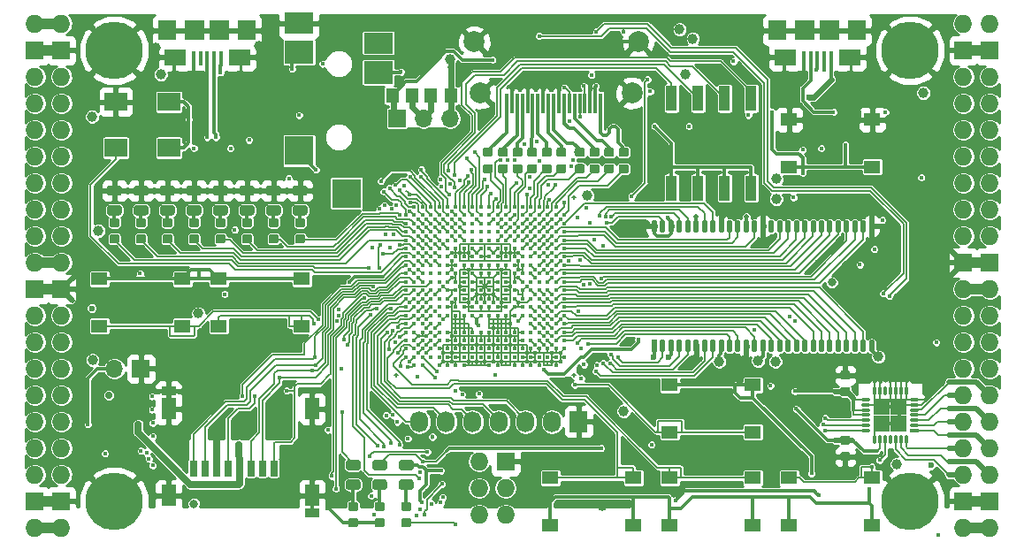
<source format=gtl>
G04 #@! TF.GenerationSoftware,KiCad,Pcbnew,5.0.2+dfsg1-1*
G04 #@! TF.CreationDate,2019-06-05T12:29:05+02:00*
G04 #@! TF.ProjectId,ulx3s,756c7833-732e-46b6-9963-61645f706362,v3.0.7*
G04 #@! TF.SameCoordinates,Original*
G04 #@! TF.FileFunction,Copper,L1,Top*
G04 #@! TF.FilePolarity,Positive*
%FSLAX46Y46*%
G04 Gerber Fmt 4.6, Leading zero omitted, Abs format (unit mm)*
G04 Created by KiCad (PCBNEW 5.0.2+dfsg1-1) date srijeda, 05. lipnja 2019. 12:29:05 CEST*
%MOMM*%
%LPD*%
G01*
G04 APERTURE LIST*
G04 #@! TA.AperFunction,SMDPad,CuDef*
%ADD10R,0.700000X1.500000*%
G04 #@! TD*
G04 #@! TA.AperFunction,SMDPad,CuDef*
%ADD11R,1.450000X0.900000*%
G04 #@! TD*
G04 #@! TA.AperFunction,SMDPad,CuDef*
%ADD12R,1.450000X2.000000*%
G04 #@! TD*
G04 #@! TA.AperFunction,SMDPad,CuDef*
%ADD13R,2.200000X1.800000*%
G04 #@! TD*
G04 #@! TA.AperFunction,SMDPad,CuDef*
%ADD14R,2.800000X2.000000*%
G04 #@! TD*
G04 #@! TA.AperFunction,SMDPad,CuDef*
%ADD15R,2.800000X2.200000*%
G04 #@! TD*
G04 #@! TA.AperFunction,SMDPad,CuDef*
%ADD16R,2.800000X2.800000*%
G04 #@! TD*
G04 #@! TA.AperFunction,SMDPad,CuDef*
%ADD17R,1.800000X1.900000*%
G04 #@! TD*
G04 #@! TA.AperFunction,SMDPad,CuDef*
%ADD18R,0.400000X1.350000*%
G04 #@! TD*
G04 #@! TA.AperFunction,SMDPad,CuDef*
%ADD19R,1.900000X1.900000*%
G04 #@! TD*
G04 #@! TA.AperFunction,SMDPad,CuDef*
%ADD20R,2.100000X1.600000*%
G04 #@! TD*
G04 #@! TA.AperFunction,SMDPad,CuDef*
%ADD21R,1.120000X2.440000*%
G04 #@! TD*
G04 #@! TA.AperFunction,SMDPad,CuDef*
%ADD22R,0.300000X1.900000*%
G04 #@! TD*
G04 #@! TA.AperFunction,ComponentPad*
%ADD23C,2.000000*%
G04 #@! TD*
G04 #@! TA.AperFunction,SMDPad,CuDef*
%ADD24O,0.560000X1.200000*%
G04 #@! TD*
G04 #@! TA.AperFunction,SMDPad,CuDef*
%ADD25R,0.560000X1.200000*%
G04 #@! TD*
G04 #@! TA.AperFunction,BGAPad,CuDef*
%ADD26C,0.400000*%
G04 #@! TD*
G04 #@! TA.AperFunction,SMDPad,CuDef*
%ADD27O,0.127000X0.508000*%
G04 #@! TD*
G04 #@! TA.AperFunction,SMDPad,CuDef*
%ADD28O,0.508000X0.127000*%
G04 #@! TD*
G04 #@! TA.AperFunction,SMDPad,CuDef*
%ADD29R,1.625000X1.625000*%
G04 #@! TD*
G04 #@! TA.AperFunction,SMDPad,CuDef*
%ADD30O,0.300000X0.950000*%
G04 #@! TD*
G04 #@! TA.AperFunction,SMDPad,CuDef*
%ADD31O,0.950000X0.300000*%
G04 #@! TD*
G04 #@! TA.AperFunction,SMDPad,CuDef*
%ADD32R,0.950000X0.300000*%
G04 #@! TD*
G04 #@! TA.AperFunction,Conductor*
%ADD33C,0.100000*%
G04 #@! TD*
G04 #@! TA.AperFunction,SMDPad,CuDef*
%ADD34C,0.875000*%
G04 #@! TD*
G04 #@! TA.AperFunction,SMDPad,CuDef*
%ADD35C,0.975000*%
G04 #@! TD*
G04 #@! TA.AperFunction,ComponentPad*
%ADD36R,1.727200X2.032000*%
G04 #@! TD*
G04 #@! TA.AperFunction,ComponentPad*
%ADD37O,1.727200X2.032000*%
G04 #@! TD*
G04 #@! TA.AperFunction,ComponentPad*
%ADD38O,1.727200X1.727200*%
G04 #@! TD*
G04 #@! TA.AperFunction,ComponentPad*
%ADD39R,1.727200X1.727200*%
G04 #@! TD*
G04 #@! TA.AperFunction,ComponentPad*
%ADD40C,5.500000*%
G04 #@! TD*
G04 #@! TA.AperFunction,ComponentPad*
%ADD41R,1.700000X1.700000*%
G04 #@! TD*
G04 #@! TA.AperFunction,ComponentPad*
%ADD42O,1.700000X1.700000*%
G04 #@! TD*
G04 #@! TA.AperFunction,SMDPad,CuDef*
%ADD43R,1.295000X1.400000*%
G04 #@! TD*
G04 #@! TA.AperFunction,SMDPad,CuDef*
%ADD44R,1.550000X1.300000*%
G04 #@! TD*
G04 #@! TA.AperFunction,ViaPad*
%ADD45C,2.000000*%
G04 #@! TD*
G04 #@! TA.AperFunction,ViaPad*
%ADD46C,0.419000*%
G04 #@! TD*
G04 #@! TA.AperFunction,ViaPad*
%ADD47C,1.000000*%
G04 #@! TD*
G04 #@! TA.AperFunction,ViaPad*
%ADD48C,0.600000*%
G04 #@! TD*
G04 #@! TA.AperFunction,ViaPad*
%ADD49C,0.500000*%
G04 #@! TD*
G04 #@! TA.AperFunction,ViaPad*
%ADD50C,0.800000*%
G04 #@! TD*
G04 #@! TA.AperFunction,ViaPad*
%ADD51C,0.700000*%
G04 #@! TD*
G04 #@! TA.AperFunction,ViaPad*
%ADD52C,0.454000*%
G04 #@! TD*
G04 #@! TA.AperFunction,Conductor*
%ADD53C,0.300000*%
G04 #@! TD*
G04 #@! TA.AperFunction,Conductor*
%ADD54C,0.127000*%
G04 #@! TD*
G04 #@! TA.AperFunction,Conductor*
%ADD55C,0.500000*%
G04 #@! TD*
G04 #@! TA.AperFunction,Conductor*
%ADD56C,1.000000*%
G04 #@! TD*
G04 #@! TA.AperFunction,Conductor*
%ADD57C,0.190000*%
G04 #@! TD*
G04 #@! TA.AperFunction,Conductor*
%ADD58C,0.700000*%
G04 #@! TD*
G04 #@! TA.AperFunction,Conductor*
%ADD59C,0.600000*%
G04 #@! TD*
G04 #@! TA.AperFunction,Conductor*
%ADD60C,0.800000*%
G04 #@! TD*
G04 #@! TA.AperFunction,Conductor*
%ADD61C,0.140000*%
G04 #@! TD*
G04 #@! TA.AperFunction,Conductor*
%ADD62C,0.254000*%
G04 #@! TD*
G04 APERTURE END LIST*
D10*
G04 #@! TO.P,SD1,1*
G04 #@! TO.N,SD_D2*
X118250000Y-105250000D03*
G04 #@! TO.P,SD1,2*
G04 #@! TO.N,SD_D3*
X117150000Y-105250000D03*
G04 #@! TO.P,SD1,3*
G04 #@! TO.N,SD_CMD*
X116050000Y-105250000D03*
G04 #@! TO.P,SD1,4*
G04 #@! TO.N,/sdcard/SD3V3*
X114950000Y-105250000D03*
G04 #@! TO.P,SD1,5*
G04 #@! TO.N,SD_CLK*
X113850000Y-105250000D03*
G04 #@! TO.P,SD1,6*
G04 #@! TO.N,GND*
X112750000Y-105250000D03*
G04 #@! TO.P,SD1,7*
G04 #@! TO.N,SD_D0*
X111650000Y-105250000D03*
G04 #@! TO.P,SD1,8*
G04 #@! TO.N,SD_D1*
X110550000Y-105250000D03*
D11*
G04 #@! TO.P,SD1,10*
G04 #@! TO.N,GND*
X121925000Y-109550000D03*
G04 #@! TO.P,SD1,11*
X108175000Y-97850000D03*
D12*
G04 #@! TO.P,SD1,9*
X108175000Y-107850000D03*
X121925000Y-107850000D03*
X121925000Y-99550000D03*
X108175000Y-99550000D03*
G04 #@! TD*
D13*
G04 #@! TO.P,Y1,1*
G04 #@! TO.N,+3V3*
X108212000Y-70160000D03*
G04 #@! TO.P,Y1,2*
G04 #@! TO.N,GND*
X103132000Y-70160000D03*
G04 #@! TO.P,Y1,3*
G04 #@! TO.N,CLK_25MHz*
X103132000Y-74560000D03*
G04 #@! TO.P,Y1,4*
G04 #@! TO.N,+3V3*
X108212000Y-74560000D03*
G04 #@! TD*
D14*
G04 #@! TO.P,AUDIO1,1*
G04 #@! TO.N,GND*
X120668000Y-62618000D03*
D15*
G04 #@! TO.P,AUDIO1,4*
G04 #@! TO.N,/analog/AUDIO_V*
X120668000Y-65418000D03*
D16*
G04 #@! TO.P,AUDIO1,2*
G04 #@! TO.N,/analog/AUDIO_L*
X120668000Y-74818000D03*
G04 #@! TO.P,AUDIO1,5*
G04 #@! TO.N,Net-(AUDIO1-Pad5)*
X125218000Y-78918000D03*
D15*
G04 #@! TO.P,AUDIO1,3*
G04 #@! TO.N,/analog/AUDIO_R*
X128268000Y-67318000D03*
D14*
G04 #@! TO.P,AUDIO1,6*
G04 #@! TO.N,Net-(AUDIO1-Pad6)*
X128268000Y-64518000D03*
G04 #@! TD*
D17*
G04 #@! TO.P,US2,6*
G04 #@! TO.N,GND*
X166500000Y-63325000D03*
X174100000Y-63325000D03*
D18*
G04 #@! TO.P,US2,5*
X169000000Y-66000000D03*
G04 #@! TO.P,US2,4*
G04 #@! TO.N,US2_ID*
X169650000Y-66000000D03*
G04 #@! TO.P,US2,3*
G04 #@! TO.N,/usb/FPD+*
X170300000Y-66000000D03*
G04 #@! TO.P,US2,2*
G04 #@! TO.N,/usb/FPD-*
X170950000Y-66000000D03*
G04 #@! TO.P,US2,1*
G04 #@! TO.N,/usb/US2VBUS*
X171600000Y-66000000D03*
D19*
G04 #@! TO.P,US2,6*
G04 #@! TO.N,GND*
X169100000Y-63325000D03*
X171500000Y-63325000D03*
D20*
X167200000Y-65875000D03*
X173400000Y-65875000D03*
G04 #@! TD*
D17*
G04 #@! TO.P,US1,6*
G04 #@! TO.N,GND*
X108080000Y-63325000D03*
X115680000Y-63325000D03*
D18*
G04 #@! TO.P,US1,5*
X110580000Y-66000000D03*
G04 #@! TO.P,US1,4*
G04 #@! TO.N,Net-(US1-Pad4)*
X111230000Y-66000000D03*
G04 #@! TO.P,US1,3*
G04 #@! TO.N,/usb/FTD+*
X111880000Y-66000000D03*
G04 #@! TO.P,US1,2*
G04 #@! TO.N,/usb/FTD-*
X112530000Y-66000000D03*
G04 #@! TO.P,US1,1*
G04 #@! TO.N,USB5V*
X113180000Y-66000000D03*
D19*
G04 #@! TO.P,US1,6*
G04 #@! TO.N,GND*
X110680000Y-63325000D03*
X113080000Y-63325000D03*
D20*
X108780000Y-65875000D03*
X114980000Y-65875000D03*
G04 #@! TD*
D21*
G04 #@! TO.P,SW1,8*
G04 #@! TO.N,SW1*
X156330000Y-69815000D03*
G04 #@! TO.P,SW1,4*
G04 #@! TO.N,/blinkey/SWPU*
X163950000Y-78425000D03*
G04 #@! TO.P,SW1,7*
G04 #@! TO.N,SW2*
X158870000Y-69815000D03*
G04 #@! TO.P,SW1,3*
G04 #@! TO.N,/blinkey/SWPU*
X161410000Y-78425000D03*
G04 #@! TO.P,SW1,6*
G04 #@! TO.N,SW3*
X161410000Y-69815000D03*
G04 #@! TO.P,SW1,2*
G04 #@! TO.N,/blinkey/SWPU*
X158870000Y-78425000D03*
G04 #@! TO.P,SW1,5*
G04 #@! TO.N,SW4*
X163950000Y-69815000D03*
G04 #@! TO.P,SW1,1*
G04 #@! TO.N,/blinkey/SWPU*
X156330000Y-78425000D03*
G04 #@! TD*
D22*
G04 #@! TO.P,GPDI1,19*
G04 #@! TO.N,/gpdi/GPDI_ETH-*
X149546000Y-70312000D03*
G04 #@! TO.P,GPDI1,18*
G04 #@! TO.N,+5V*
X149046000Y-70312000D03*
G04 #@! TO.P,GPDI1,17*
G04 #@! TO.N,GND*
X148546000Y-70312000D03*
G04 #@! TO.P,GPDI1,16*
G04 #@! TO.N,GPDI_SDA*
X148046000Y-70312000D03*
G04 #@! TO.P,GPDI1,15*
G04 #@! TO.N,GPDI_SCL*
X147546000Y-70312000D03*
G04 #@! TO.P,GPDI1,14*
G04 #@! TO.N,/gpdi/GPDI_ETH+*
X147046000Y-70312000D03*
G04 #@! TO.P,GPDI1,13*
G04 #@! TO.N,GPDI_CEC*
X146546000Y-70312000D03*
G04 #@! TO.P,GPDI1,12*
G04 #@! TO.N,/gpdi/GPDI_CLK-*
X146046000Y-70312000D03*
G04 #@! TO.P,GPDI1,11*
G04 #@! TO.N,GND*
X145546000Y-70312000D03*
G04 #@! TO.P,GPDI1,10*
G04 #@! TO.N,/gpdi/GPDI_CLK+*
X145046000Y-70312000D03*
G04 #@! TO.P,GPDI1,9*
G04 #@! TO.N,/gpdi/GPDI_D0-*
X144546000Y-70312000D03*
G04 #@! TO.P,GPDI1,8*
G04 #@! TO.N,GND*
X144046000Y-70312000D03*
G04 #@! TO.P,GPDI1,7*
G04 #@! TO.N,/gpdi/GPDI_D0+*
X143546000Y-70312000D03*
G04 #@! TO.P,GPDI1,6*
G04 #@! TO.N,/gpdi/GPDI_D1-*
X143046000Y-70312000D03*
G04 #@! TO.P,GPDI1,5*
G04 #@! TO.N,GND*
X142546000Y-70312000D03*
G04 #@! TO.P,GPDI1,4*
G04 #@! TO.N,/gpdi/GPDI_D1+*
X142046000Y-70312000D03*
G04 #@! TO.P,GPDI1,3*
G04 #@! TO.N,/gpdi/GPDI_D2-*
X141546000Y-70312000D03*
G04 #@! TO.P,GPDI1,2*
G04 #@! TO.N,GND*
X141046000Y-70312000D03*
G04 #@! TO.P,GPDI1,1*
G04 #@! TO.N,/gpdi/GPDI_D2+*
X140546000Y-70312000D03*
D23*
G04 #@! TO.P,GPDI1,0*
G04 #@! TO.N,GND*
X152546000Y-69312000D03*
X138046000Y-69312000D03*
X153146000Y-64412000D03*
X137446000Y-64412000D03*
G04 #@! TD*
D24*
G04 #@! TO.P,U2,28*
G04 #@! TO.N,GND*
X175493000Y-82070000D03*
D25*
G04 #@! TO.P,U2,1*
G04 #@! TO.N,+3V3*
X154693000Y-93530000D03*
D24*
G04 #@! TO.P,U2,2*
G04 #@! TO.N,SDRAM_D0*
X155493000Y-93530000D03*
G04 #@! TO.P,U2,3*
G04 #@! TO.N,+3V3*
X156293000Y-93530000D03*
G04 #@! TO.P,U2,4*
G04 #@! TO.N,SDRAM_D1*
X157093000Y-93530000D03*
G04 #@! TO.P,U2,5*
G04 #@! TO.N,SDRAM_D2*
X157893000Y-93530000D03*
G04 #@! TO.P,U2,6*
G04 #@! TO.N,GND*
X158693000Y-93530000D03*
G04 #@! TO.P,U2,7*
G04 #@! TO.N,SDRAM_D3*
X159493000Y-93530000D03*
G04 #@! TO.P,U2,8*
G04 #@! TO.N,SDRAM_D4*
X160293000Y-93530000D03*
G04 #@! TO.P,U2,9*
G04 #@! TO.N,+3V3*
X161093000Y-93530000D03*
G04 #@! TO.P,U2,10*
G04 #@! TO.N,SDRAM_D5*
X161893000Y-93530000D03*
G04 #@! TO.P,U2,11*
G04 #@! TO.N,SDRAM_D6*
X162693000Y-93530000D03*
G04 #@! TO.P,U2,12*
G04 #@! TO.N,GND*
X163493000Y-93530000D03*
G04 #@! TO.P,U2,13*
G04 #@! TO.N,SDRAM_D7*
X164293000Y-93530000D03*
G04 #@! TO.P,U2,14*
G04 #@! TO.N,+3V3*
X165093000Y-93530000D03*
G04 #@! TO.P,U2,15*
G04 #@! TO.N,SDRAM_DQM0*
X165893000Y-93530000D03*
G04 #@! TO.P,U2,16*
G04 #@! TO.N,SDRAM_nWE*
X166693000Y-93530000D03*
G04 #@! TO.P,U2,17*
G04 #@! TO.N,SDRAM_nCAS*
X167493000Y-93530000D03*
G04 #@! TO.P,U2,18*
G04 #@! TO.N,SDRAM_nRAS*
X168293000Y-93530000D03*
G04 #@! TO.P,U2,19*
G04 #@! TO.N,SDRAM_nCS*
X169093000Y-93530000D03*
G04 #@! TO.P,U2,20*
G04 #@! TO.N,SDRAM_BA0*
X169893000Y-93530000D03*
G04 #@! TO.P,U2,21*
G04 #@! TO.N,SDRAM_BA1*
X170693000Y-93530000D03*
G04 #@! TO.P,U2,22*
G04 #@! TO.N,SDRAM_A10*
X171493000Y-93530000D03*
G04 #@! TO.P,U2,23*
G04 #@! TO.N,SDRAM_A0*
X172293000Y-93530000D03*
G04 #@! TO.P,U2,24*
G04 #@! TO.N,SDRAM_A1*
X173093000Y-93530000D03*
G04 #@! TO.P,U2,25*
G04 #@! TO.N,SDRAM_A2*
X173893000Y-93530000D03*
G04 #@! TO.P,U2,26*
G04 #@! TO.N,SDRAM_A3*
X174693000Y-93530000D03*
G04 #@! TO.P,U2,27*
G04 #@! TO.N,+3V3*
X175493000Y-93530000D03*
G04 #@! TO.P,U2,29*
G04 #@! TO.N,SDRAM_A4*
X174693000Y-82070000D03*
G04 #@! TO.P,U2,30*
G04 #@! TO.N,SDRAM_A5*
X173893000Y-82070000D03*
G04 #@! TO.P,U2,31*
G04 #@! TO.N,SDRAM_A6*
X173093000Y-82070000D03*
G04 #@! TO.P,U2,32*
G04 #@! TO.N,SDRAM_A7*
X172293000Y-82070000D03*
G04 #@! TO.P,U2,33*
G04 #@! TO.N,SDRAM_A8*
X171493000Y-82070000D03*
G04 #@! TO.P,U2,34*
G04 #@! TO.N,SDRAM_A9*
X170693000Y-82070000D03*
G04 #@! TO.P,U2,35*
G04 #@! TO.N,SDRAM_A11*
X169893000Y-82070000D03*
G04 #@! TO.P,U2,36*
G04 #@! TO.N,SDRAM_A12*
X169093000Y-82070000D03*
G04 #@! TO.P,U2,37*
G04 #@! TO.N,SDRAM_CKE*
X168293000Y-82070000D03*
G04 #@! TO.P,U2,38*
G04 #@! TO.N,SDRAM_CLK*
X167493000Y-82070000D03*
G04 #@! TO.P,U2,39*
G04 #@! TO.N,SDRAM_DQM1*
X166693000Y-82070000D03*
G04 #@! TO.P,U2,40*
G04 #@! TO.N,N/C*
X165893000Y-82070000D03*
G04 #@! TO.P,U2,41*
G04 #@! TO.N,GND*
X165093000Y-82070000D03*
G04 #@! TO.P,U2,42*
G04 #@! TO.N,SDRAM_D8*
X164293000Y-82070000D03*
G04 #@! TO.P,U2,43*
G04 #@! TO.N,+3V3*
X163493000Y-82070000D03*
G04 #@! TO.P,U2,44*
G04 #@! TO.N,SDRAM_D9*
X162693000Y-82070000D03*
G04 #@! TO.P,U2,45*
G04 #@! TO.N,SDRAM_D10*
X161893000Y-82070000D03*
G04 #@! TO.P,U2,46*
G04 #@! TO.N,GND*
X161093000Y-82070000D03*
G04 #@! TO.P,U2,47*
G04 #@! TO.N,SDRAM_D11*
X160293000Y-82070000D03*
G04 #@! TO.P,U2,48*
G04 #@! TO.N,SDRAM_D12*
X159493000Y-82070000D03*
G04 #@! TO.P,U2,49*
G04 #@! TO.N,+3V3*
X158693000Y-82070000D03*
G04 #@! TO.P,U2,50*
G04 #@! TO.N,SDRAM_D13*
X157893000Y-82070000D03*
G04 #@! TO.P,U2,51*
G04 #@! TO.N,SDRAM_D14*
X157093000Y-82070000D03*
G04 #@! TO.P,U2,52*
G04 #@! TO.N,GND*
X156293000Y-82070000D03*
G04 #@! TO.P,U2,53*
G04 #@! TO.N,SDRAM_D15*
X155493000Y-82070000D03*
G04 #@! TO.P,U2,54*
G04 #@! TO.N,GND*
X154693000Y-82070000D03*
G04 #@! TD*
D26*
G04 #@! TO.P,U1,Y19*
G04 #@! TO.N,GND*
X145280000Y-95400000D03*
G04 #@! TO.P,U1,Y17*
X143680000Y-95400000D03*
G04 #@! TO.P,U1,Y16*
X142880000Y-95400000D03*
G04 #@! TO.P,U1,Y15*
X142080000Y-95400000D03*
G04 #@! TO.P,U1,Y14*
X141280000Y-95400000D03*
G04 #@! TO.P,U1,Y12*
X139680000Y-95400000D03*
G04 #@! TO.P,U1,Y11*
X138880000Y-95400000D03*
G04 #@! TO.P,U1,Y8*
X136480000Y-95400000D03*
G04 #@! TO.P,U1,Y7*
X135680000Y-95400000D03*
G04 #@! TO.P,U1,Y6*
X134880000Y-95400000D03*
G04 #@! TO.P,U1,Y5*
X134080000Y-95400000D03*
G04 #@! TO.P,U1,Y3*
G04 #@! TO.N,/flash/FPGA_DONE*
X132480000Y-95400000D03*
G04 #@! TO.P,U1,Y2*
G04 #@! TO.N,/flash/FLASH_nWP*
X131680000Y-95400000D03*
G04 #@! TO.P,U1,W20*
G04 #@! TO.N,GND*
X146080000Y-94600000D03*
G04 #@! TO.P,U1,W19*
X145280000Y-94600000D03*
G04 #@! TO.P,U1,W18*
G04 #@! TO.N,Net-(U1-PadW18)*
X144480000Y-94600000D03*
G04 #@! TO.P,U1,W17*
G04 #@! TO.N,Net-(U1-PadW17)*
X143680000Y-94600000D03*
G04 #@! TO.P,U1,W16*
G04 #@! TO.N,GND*
X142880000Y-94600000D03*
G04 #@! TO.P,U1,W15*
X142080000Y-94600000D03*
G04 #@! TO.P,U1,W14*
G04 #@! TO.N,Net-(U1-PadW14)*
X141280000Y-94600000D03*
G04 #@! TO.P,U1,W13*
G04 #@! TO.N,Net-(U1-PadW13)*
X140480000Y-94600000D03*
G04 #@! TO.P,U1,W12*
G04 #@! TO.N,GND*
X139680000Y-94600000D03*
G04 #@! TO.P,U1,W11*
G04 #@! TO.N,N/C*
X138880000Y-94600000D03*
G04 #@! TO.P,U1,W10*
X138080000Y-94600000D03*
G04 #@! TO.P,U1,W9*
G04 #@! TO.N,Net-(U1-PadW9)*
X137280000Y-94600000D03*
G04 #@! TO.P,U1,W8*
G04 #@! TO.N,Net-(U1-PadW8)*
X136480000Y-94600000D03*
G04 #@! TO.P,U1,W7*
G04 #@! TO.N,GND*
X135680000Y-94600000D03*
G04 #@! TO.P,U1,W6*
X134880000Y-94600000D03*
G04 #@! TO.P,U1,W5*
G04 #@! TO.N,Net-(U1-PadW5)*
X134080000Y-94600000D03*
G04 #@! TO.P,U1,W4*
G04 #@! TO.N,Net-(U1-PadW4)*
X133280000Y-94600000D03*
G04 #@! TO.P,U1,W3*
G04 #@! TO.N,/flash/FPGA_PROGRAMN*
X132480000Y-94600000D03*
G04 #@! TO.P,U1,W2*
G04 #@! TO.N,/flash/FLASH_MOSI*
X131680000Y-94600000D03*
G04 #@! TO.P,U1,W1*
G04 #@! TO.N,/flash/FLASH_nHOLD*
X130880000Y-94600000D03*
G04 #@! TO.P,U1,V20*
G04 #@! TO.N,GND*
X146080000Y-93800000D03*
G04 #@! TO.P,U1,V19*
X145280000Y-93800000D03*
G04 #@! TO.P,U1,V18*
X144480000Y-93800000D03*
G04 #@! TO.P,U1,V17*
X143680000Y-93800000D03*
G04 #@! TO.P,U1,V16*
X142880000Y-93800000D03*
G04 #@! TO.P,U1,V15*
X142080000Y-93800000D03*
G04 #@! TO.P,U1,V14*
X141280000Y-93800000D03*
G04 #@! TO.P,U1,V13*
X140480000Y-93800000D03*
G04 #@! TO.P,U1,V12*
X139680000Y-93800000D03*
G04 #@! TO.P,U1,V11*
X138880000Y-93800000D03*
G04 #@! TO.P,U1,V10*
X138080000Y-93800000D03*
G04 #@! TO.P,U1,V9*
X137280000Y-93800000D03*
G04 #@! TO.P,U1,V8*
X136480000Y-93800000D03*
G04 #@! TO.P,U1,V7*
X135680000Y-93800000D03*
G04 #@! TO.P,U1,V6*
X134880000Y-93800000D03*
G04 #@! TO.P,U1,V5*
X134080000Y-93800000D03*
G04 #@! TO.P,U1,V4*
G04 #@! TO.N,JTAG_TDO*
X133280000Y-93800000D03*
G04 #@! TO.P,U1,V3*
G04 #@! TO.N,/flash/FPGA_INITN*
X132480000Y-93800000D03*
G04 #@! TO.P,U1,V2*
G04 #@! TO.N,/flash/FLASH_MISO*
X131680000Y-93800000D03*
G04 #@! TO.P,U1,V1*
G04 #@! TO.N,BTN_D*
X130880000Y-93800000D03*
G04 #@! TO.P,U1,U20*
G04 #@! TO.N,SDRAM_D7*
X146080000Y-93000000D03*
G04 #@! TO.P,U1,U19*
G04 #@! TO.N,SDRAM_DQM0*
X145280000Y-93000000D03*
G04 #@! TO.P,U1,U18*
G04 #@! TO.N,GP14*
X144480000Y-93000000D03*
G04 #@! TO.P,U1,U17*
G04 #@! TO.N,GN14*
X143680000Y-93000000D03*
G04 #@! TO.P,U1,U16*
G04 #@! TO.N,ADC_MISO*
X142880000Y-93000000D03*
G04 #@! TO.P,U1,U15*
G04 #@! TO.N,GND*
X142080000Y-93000000D03*
G04 #@! TO.P,U1,U14*
X141280000Y-93000000D03*
G04 #@! TO.P,U1,U13*
X140480000Y-93000000D03*
G04 #@! TO.P,U1,U12*
X139680000Y-93000000D03*
G04 #@! TO.P,U1,U11*
X138880000Y-93000000D03*
G04 #@! TO.P,U1,U10*
X138080000Y-93000000D03*
G04 #@! TO.P,U1,U9*
X137280000Y-93000000D03*
G04 #@! TO.P,U1,U8*
X136480000Y-93000000D03*
G04 #@! TO.P,U1,U7*
X135680000Y-93000000D03*
G04 #@! TO.P,U1,U6*
X134880000Y-93000000D03*
G04 #@! TO.P,U1,U5*
G04 #@! TO.N,JTAG_TMS*
X134080000Y-93000000D03*
G04 #@! TO.P,U1,U4*
G04 #@! TO.N,GND*
X133280000Y-93000000D03*
G04 #@! TO.P,U1,U3*
G04 #@! TO.N,/flash/FLASH_SCK*
X132480000Y-93000000D03*
G04 #@! TO.P,U1,U2*
G04 #@! TO.N,+3V3*
X131680000Y-93000000D03*
G04 #@! TO.P,U1,U1*
G04 #@! TO.N,BTN_L*
X130880000Y-93000000D03*
G04 #@! TO.P,U1,T20*
G04 #@! TO.N,SDRAM_nWE*
X146080000Y-92200000D03*
G04 #@! TO.P,U1,T19*
G04 #@! TO.N,SDRAM_nCAS*
X145280000Y-92200000D03*
G04 #@! TO.P,U1,T18*
G04 #@! TO.N,SDRAM_D5*
X144480000Y-92200000D03*
G04 #@! TO.P,U1,T17*
G04 #@! TO.N,SDRAM_D6*
X143680000Y-92200000D03*
G04 #@! TO.P,U1,T16*
G04 #@! TO.N,Net-(U1-PadT16)*
X142880000Y-92200000D03*
G04 #@! TO.P,U1,T15*
G04 #@! TO.N,GND*
X142080000Y-92200000D03*
G04 #@! TO.P,U1,T14*
X141280000Y-92200000D03*
G04 #@! TO.P,U1,T13*
X140480000Y-92200000D03*
G04 #@! TO.P,U1,T12*
X139680000Y-92200000D03*
G04 #@! TO.P,U1,T11*
X138880000Y-92200000D03*
G04 #@! TO.P,U1,T10*
X138080000Y-92200000D03*
G04 #@! TO.P,U1,T9*
X137280000Y-92200000D03*
G04 #@! TO.P,U1,T8*
X136480000Y-92200000D03*
G04 #@! TO.P,U1,T7*
X135680000Y-92200000D03*
G04 #@! TO.P,U1,T6*
X134880000Y-92200000D03*
G04 #@! TO.P,U1,T5*
G04 #@! TO.N,JTAG_TCK*
X134080000Y-92200000D03*
G04 #@! TO.P,U1,T4*
G04 #@! TO.N,+3V3*
X133280000Y-92200000D03*
G04 #@! TO.P,U1,T3*
X132480000Y-92200000D03*
G04 #@! TO.P,U1,T2*
X131680000Y-92200000D03*
G04 #@! TO.P,U1,T1*
G04 #@! TO.N,BTN_F2*
X130880000Y-92200000D03*
G04 #@! TO.P,U1,R20*
G04 #@! TO.N,SDRAM_nRAS*
X146080000Y-91400000D03*
G04 #@! TO.P,U1,R19*
G04 #@! TO.N,GND*
X145280000Y-91400000D03*
G04 #@! TO.P,U1,R18*
G04 #@! TO.N,BTN_U*
X144480000Y-91400000D03*
G04 #@! TO.P,U1,R17*
G04 #@! TO.N,ADC_CSn*
X143680000Y-91400000D03*
G04 #@! TO.P,U1,R16*
G04 #@! TO.N,ADC_MOSI*
X142880000Y-91400000D03*
G04 #@! TO.P,U1,R5*
G04 #@! TO.N,JTAG_TDI*
X134080000Y-91400000D03*
G04 #@! TO.P,U1,R4*
G04 #@! TO.N,GND*
X133280000Y-91400000D03*
G04 #@! TO.P,U1,R3*
G04 #@! TO.N,Net-(U1-PadR3)*
X132480000Y-91400000D03*
G04 #@! TO.P,U1,R2*
G04 #@! TO.N,/flash/FLASH_nCS*
X131680000Y-91400000D03*
G04 #@! TO.P,U1,R1*
G04 #@! TO.N,BTN_F1*
X130880000Y-91400000D03*
G04 #@! TO.P,U1,P20*
G04 #@! TO.N,SDRAM_nCS*
X146080000Y-90600000D03*
G04 #@! TO.P,U1,P19*
G04 #@! TO.N,SDRAM_BA0*
X145280000Y-90600000D03*
G04 #@! TO.P,U1,P18*
G04 #@! TO.N,SDRAM_D4*
X144480000Y-90600000D03*
G04 #@! TO.P,U1,P17*
G04 #@! TO.N,ADC_SCLK*
X143680000Y-90600000D03*
G04 #@! TO.P,U1,P16*
G04 #@! TO.N,GN15*
X142880000Y-90600000D03*
G04 #@! TO.P,U1,P15*
G04 #@! TO.N,+2V5*
X142080000Y-90600000D03*
G04 #@! TO.P,U1,P14*
G04 #@! TO.N,GND*
X141280000Y-90600000D03*
G04 #@! TO.P,U1,P13*
X140480000Y-90600000D03*
G04 #@! TO.P,U1,P12*
X139680000Y-90600000D03*
G04 #@! TO.P,U1,P11*
X138880000Y-90600000D03*
G04 #@! TO.P,U1,P10*
G04 #@! TO.N,+3V3*
X138080000Y-90600000D03*
G04 #@! TO.P,U1,P9*
X137280000Y-90600000D03*
G04 #@! TO.P,U1,P8*
G04 #@! TO.N,GND*
X136480000Y-90600000D03*
G04 #@! TO.P,U1,P7*
X135680000Y-90600000D03*
G04 #@! TO.P,U1,P6*
G04 #@! TO.N,+2V5*
X134880000Y-90600000D03*
G04 #@! TO.P,U1,P5*
G04 #@! TO.N,SD_WP*
X134080000Y-90600000D03*
G04 #@! TO.P,U1,P4*
G04 #@! TO.N,OLED_CLK*
X133280000Y-90600000D03*
G04 #@! TO.P,U1,P3*
G04 #@! TO.N,OLED_MOSI*
X132480000Y-90600000D03*
G04 #@! TO.P,U1,P2*
G04 #@! TO.N,OLED_RES*
X131680000Y-90600000D03*
G04 #@! TO.P,U1,P1*
G04 #@! TO.N,OLED_DC*
X130880000Y-90600000D03*
G04 #@! TO.P,U1,N20*
G04 #@! TO.N,SDRAM_BA1*
X146080000Y-89800000D03*
G04 #@! TO.P,U1,N19*
G04 #@! TO.N,SDRAM_A10*
X145280000Y-89800000D03*
G04 #@! TO.P,U1,N18*
G04 #@! TO.N,SDRAM_D3*
X144480000Y-89800000D03*
G04 #@! TO.P,U1,N17*
G04 #@! TO.N,GP15*
X143680000Y-89800000D03*
G04 #@! TO.P,U1,N16*
G04 #@! TO.N,GP16*
X142880000Y-89800000D03*
G04 #@! TO.P,U1,N15*
G04 #@! TO.N,GND*
X142080000Y-89800000D03*
G04 #@! TO.P,U1,N14*
X141280000Y-89800000D03*
G04 #@! TO.P,U1,N13*
G04 #@! TO.N,+1V1*
X140480000Y-89800000D03*
G04 #@! TO.P,U1,N12*
X139680000Y-89800000D03*
G04 #@! TO.P,U1,N11*
X138880000Y-89800000D03*
G04 #@! TO.P,U1,N10*
X138080000Y-89800000D03*
G04 #@! TO.P,U1,N9*
X137280000Y-89800000D03*
G04 #@! TO.P,U1,N8*
X136480000Y-89800000D03*
G04 #@! TO.P,U1,N7*
G04 #@! TO.N,GND*
X135680000Y-89800000D03*
G04 #@! TO.P,U1,N6*
X134880000Y-89800000D03*
G04 #@! TO.P,U1,N5*
G04 #@! TO.N,SD_CD*
X134080000Y-89800000D03*
G04 #@! TO.P,U1,N4*
G04 #@! TO.N,WIFI_GPIO5*
X133280000Y-89800000D03*
G04 #@! TO.P,U1,N3*
G04 #@! TO.N,WIFI_GPIO17*
X132480000Y-89800000D03*
G04 #@! TO.P,U1,N2*
G04 #@! TO.N,OLED_CS*
X131680000Y-89800000D03*
G04 #@! TO.P,U1,N1*
G04 #@! TO.N,FTDI_nDTR*
X130880000Y-89800000D03*
G04 #@! TO.P,U1,M20*
G04 #@! TO.N,SDRAM_A0*
X146080000Y-89000000D03*
G04 #@! TO.P,U1,M19*
G04 #@! TO.N,SDRAM_A1*
X145280000Y-89000000D03*
G04 #@! TO.P,U1,M18*
G04 #@! TO.N,SDRAM_D2*
X144480000Y-89000000D03*
G04 #@! TO.P,U1,M17*
G04 #@! TO.N,GN16*
X143680000Y-89000000D03*
G04 #@! TO.P,U1,M16*
G04 #@! TO.N,GND*
X142880000Y-89000000D03*
G04 #@! TO.P,U1,M15*
G04 #@! TO.N,+3V3*
X142080000Y-89000000D03*
G04 #@! TO.P,U1,M14*
G04 #@! TO.N,GND*
X141280000Y-89000000D03*
G04 #@! TO.P,U1,M13*
G04 #@! TO.N,+1V1*
X140480000Y-89000000D03*
G04 #@! TO.P,U1,M12*
G04 #@! TO.N,GND*
X139680000Y-89000000D03*
G04 #@! TO.P,U1,M11*
X138880000Y-89000000D03*
G04 #@! TO.P,U1,M10*
X138080000Y-89000000D03*
G04 #@! TO.P,U1,M9*
X137280000Y-89000000D03*
G04 #@! TO.P,U1,M8*
G04 #@! TO.N,+1V1*
X136480000Y-89000000D03*
G04 #@! TO.P,U1,M7*
G04 #@! TO.N,GND*
X135680000Y-89000000D03*
G04 #@! TO.P,U1,M6*
G04 #@! TO.N,+3V3*
X134880000Y-89000000D03*
G04 #@! TO.P,U1,M5*
G04 #@! TO.N,Net-(U1-PadM5)*
X134080000Y-89000000D03*
G04 #@! TO.P,U1,M4*
G04 #@! TO.N,USER_PROGRAMN*
X133280000Y-89000000D03*
G04 #@! TO.P,U1,M3*
G04 #@! TO.N,FTDI_nRTS*
X132480000Y-89000000D03*
G04 #@! TO.P,U1,M2*
G04 #@! TO.N,GND*
X131680000Y-89000000D03*
G04 #@! TO.P,U1,M1*
G04 #@! TO.N,FTDI_TXD*
X130880000Y-89000000D03*
G04 #@! TO.P,U1,L20*
G04 #@! TO.N,SDRAM_A2*
X146080000Y-88200000D03*
G04 #@! TO.P,U1,L19*
G04 #@! TO.N,SDRAM_A3*
X145280000Y-88200000D03*
G04 #@! TO.P,U1,L18*
G04 #@! TO.N,SDRAM_D1*
X144480000Y-88200000D03*
G04 #@! TO.P,U1,L17*
G04 #@! TO.N,GN17*
X143680000Y-88200000D03*
G04 #@! TO.P,U1,L16*
G04 #@! TO.N,GP17*
X142880000Y-88200000D03*
G04 #@! TO.P,U1,L15*
G04 #@! TO.N,+3V3*
X142080000Y-88200000D03*
G04 #@! TO.P,U1,L14*
X141280000Y-88200000D03*
G04 #@! TO.P,U1,L13*
G04 #@! TO.N,+1V1*
X140480000Y-88200000D03*
G04 #@! TO.P,U1,L12*
G04 #@! TO.N,GND*
X139680000Y-88200000D03*
G04 #@! TO.P,U1,L11*
X138880000Y-88200000D03*
G04 #@! TO.P,U1,L10*
X138080000Y-88200000D03*
G04 #@! TO.P,U1,L9*
X137280000Y-88200000D03*
G04 #@! TO.P,U1,L8*
G04 #@! TO.N,+1V1*
X136480000Y-88200000D03*
G04 #@! TO.P,U1,L7*
G04 #@! TO.N,+3V3*
X135680000Y-88200000D03*
G04 #@! TO.P,U1,L6*
X134880000Y-88200000D03*
G04 #@! TO.P,U1,L5*
G04 #@! TO.N,FTDI_nRXLED*
X134080000Y-88200000D03*
G04 #@! TO.P,U1,L4*
G04 #@! TO.N,FTDI_RXD*
X133280000Y-88200000D03*
G04 #@! TO.P,U1,L3*
G04 #@! TO.N,FTDI_TXDEN*
X132480000Y-88200000D03*
G04 #@! TO.P,U1,L2*
G04 #@! TO.N,WIFI_GPIO0*
X131680000Y-88200000D03*
G04 #@! TO.P,U1,L1*
G04 #@! TO.N,WIFI_GPIO16*
X130880000Y-88200000D03*
G04 #@! TO.P,U1,K20*
G04 #@! TO.N,SDRAM_A4*
X146080000Y-87400000D03*
G04 #@! TO.P,U1,K19*
G04 #@! TO.N,SDRAM_A5*
X145280000Y-87400000D03*
G04 #@! TO.P,U1,K18*
G04 #@! TO.N,SDRAM_A6*
X144480000Y-87400000D03*
G04 #@! TO.P,U1,K17*
G04 #@! TO.N,Net-(U1-PadK17)*
X143680000Y-87400000D03*
G04 #@! TO.P,U1,K16*
G04 #@! TO.N,Net-(U1-PadK16)*
X142880000Y-87400000D03*
G04 #@! TO.P,U1,K15*
G04 #@! TO.N,GND*
X142080000Y-87400000D03*
G04 #@! TO.P,U1,K14*
X141280000Y-87400000D03*
G04 #@! TO.P,U1,K13*
G04 #@! TO.N,+1V1*
X140480000Y-87400000D03*
G04 #@! TO.P,U1,K12*
G04 #@! TO.N,GND*
X139680000Y-87400000D03*
G04 #@! TO.P,U1,K11*
X138880000Y-87400000D03*
G04 #@! TO.P,U1,K10*
X138080000Y-87400000D03*
G04 #@! TO.P,U1,K9*
X137280000Y-87400000D03*
G04 #@! TO.P,U1,K8*
G04 #@! TO.N,+1V1*
X136480000Y-87400000D03*
G04 #@! TO.P,U1,K7*
G04 #@! TO.N,GND*
X135680000Y-87400000D03*
G04 #@! TO.P,U1,K6*
X134880000Y-87400000D03*
G04 #@! TO.P,U1,K5*
G04 #@! TO.N,Net-(U1-PadK5)*
X134080000Y-87400000D03*
G04 #@! TO.P,U1,K4*
G04 #@! TO.N,WIFI_TXD*
X133280000Y-87400000D03*
G04 #@! TO.P,U1,K3*
G04 #@! TO.N,WIFI_RXD*
X132480000Y-87400000D03*
G04 #@! TO.P,U1,K2*
G04 #@! TO.N,SD_D3*
X131680000Y-87400000D03*
G04 #@! TO.P,U1,K1*
G04 #@! TO.N,SD_D2*
X130880000Y-87400000D03*
G04 #@! TO.P,U1,J20*
G04 #@! TO.N,SDRAM_A7*
X146080000Y-86600000D03*
G04 #@! TO.P,U1,J19*
G04 #@! TO.N,SDRAM_A8*
X145280000Y-86600000D03*
G04 #@! TO.P,U1,J18*
G04 #@! TO.N,SDRAM_D14*
X144480000Y-86600000D03*
G04 #@! TO.P,U1,J17*
G04 #@! TO.N,SDRAM_D15*
X143680000Y-86600000D03*
G04 #@! TO.P,U1,J16*
G04 #@! TO.N,SDRAM_D0*
X142880000Y-86600000D03*
G04 #@! TO.P,U1,J15*
G04 #@! TO.N,+3V3*
X142080000Y-86600000D03*
G04 #@! TO.P,U1,J14*
G04 #@! TO.N,GND*
X141280000Y-86600000D03*
G04 #@! TO.P,U1,J13*
G04 #@! TO.N,+1V1*
X140480000Y-86600000D03*
G04 #@! TO.P,U1,J12*
G04 #@! TO.N,GND*
X139680000Y-86600000D03*
G04 #@! TO.P,U1,J11*
X138880000Y-86600000D03*
G04 #@! TO.P,U1,J10*
X138080000Y-86600000D03*
G04 #@! TO.P,U1,J9*
X137280000Y-86600000D03*
G04 #@! TO.P,U1,J8*
G04 #@! TO.N,+1V1*
X136480000Y-86600000D03*
G04 #@! TO.P,U1,J7*
G04 #@! TO.N,GND*
X135680000Y-86600000D03*
G04 #@! TO.P,U1,J6*
G04 #@! TO.N,2V5_3V3*
X134880000Y-86600000D03*
G04 #@! TO.P,U1,J5*
G04 #@! TO.N,Net-(U1-PadJ5)*
X134080000Y-86600000D03*
G04 #@! TO.P,U1,J4*
G04 #@! TO.N,Net-(U1-PadJ4)*
X133280000Y-86600000D03*
G04 #@! TO.P,U1,J3*
G04 #@! TO.N,SD_D0*
X132480000Y-86600000D03*
G04 #@! TO.P,U1,J2*
G04 #@! TO.N,GND*
X131680000Y-86600000D03*
G04 #@! TO.P,U1,J1*
G04 #@! TO.N,SD_CMD*
X130880000Y-86600000D03*
G04 #@! TO.P,U1,H20*
G04 #@! TO.N,SDRAM_A9*
X146080000Y-85800000D03*
G04 #@! TO.P,U1,H19*
G04 #@! TO.N,GND*
X145280000Y-85800000D03*
G04 #@! TO.P,U1,H18*
G04 #@! TO.N,GP18*
X144480000Y-85800000D03*
G04 #@! TO.P,U1,H17*
G04 #@! TO.N,GN18*
X143680000Y-85800000D03*
G04 #@! TO.P,U1,H16*
G04 #@! TO.N,BTN_R*
X142880000Y-85800000D03*
G04 #@! TO.P,U1,H15*
G04 #@! TO.N,+3V3*
X142080000Y-85800000D03*
G04 #@! TO.P,U1,H14*
X141280000Y-85800000D03*
G04 #@! TO.P,U1,H13*
G04 #@! TO.N,+1V1*
X140480000Y-85800000D03*
G04 #@! TO.P,U1,H12*
X139680000Y-85800000D03*
G04 #@! TO.P,U1,H11*
X138880000Y-85800000D03*
G04 #@! TO.P,U1,H10*
X138080000Y-85800000D03*
G04 #@! TO.P,U1,H9*
X137280000Y-85800000D03*
G04 #@! TO.P,U1,H8*
X136480000Y-85800000D03*
G04 #@! TO.P,U1,H7*
G04 #@! TO.N,2V5_3V3*
X135680000Y-85800000D03*
G04 #@! TO.P,U1,H6*
X134880000Y-85800000D03*
G04 #@! TO.P,U1,H5*
G04 #@! TO.N,AUDIO_V0*
X134080000Y-85800000D03*
G04 #@! TO.P,U1,H4*
G04 #@! TO.N,GP13*
X133280000Y-85800000D03*
G04 #@! TO.P,U1,H3*
G04 #@! TO.N,LED7*
X132480000Y-85800000D03*
G04 #@! TO.P,U1,H2*
G04 #@! TO.N,SD_CLK*
X131680000Y-85800000D03*
G04 #@! TO.P,U1,H1*
G04 #@! TO.N,SD_D1*
X130880000Y-85800000D03*
G04 #@! TO.P,U1,G20*
G04 #@! TO.N,SDRAM_A11*
X146080000Y-85000000D03*
G04 #@! TO.P,U1,G19*
G04 #@! TO.N,SDRAM_A12*
X145280000Y-85000000D03*
G04 #@! TO.P,U1,G18*
G04 #@! TO.N,GN19*
X144480000Y-85000000D03*
G04 #@! TO.P,U1,G17*
G04 #@! TO.N,GND*
X143680000Y-85000000D03*
G04 #@! TO.P,U1,G16*
G04 #@! TO.N,SHUTDOWN*
X142880000Y-85000000D03*
G04 #@! TO.P,U1,G15*
G04 #@! TO.N,GND*
X142080000Y-85000000D03*
G04 #@! TO.P,U1,G14*
X141280000Y-85000000D03*
G04 #@! TO.P,U1,G13*
X140480000Y-85000000D03*
G04 #@! TO.P,U1,G12*
X139680000Y-85000000D03*
G04 #@! TO.P,U1,G11*
X138880000Y-85000000D03*
G04 #@! TO.P,U1,G10*
X138080000Y-85000000D03*
G04 #@! TO.P,U1,G9*
X137280000Y-85000000D03*
G04 #@! TO.P,U1,G8*
X136480000Y-85000000D03*
G04 #@! TO.P,U1,G7*
X135680000Y-85000000D03*
G04 #@! TO.P,U1,G6*
X134880000Y-85000000D03*
G04 #@! TO.P,U1,G5*
G04 #@! TO.N,GN13*
X134080000Y-85000000D03*
G04 #@! TO.P,U1,G4*
G04 #@! TO.N,GND*
X133280000Y-85000000D03*
G04 #@! TO.P,U1,G3*
G04 #@! TO.N,GP12*
X132480000Y-85000000D03*
G04 #@! TO.P,U1,G2*
G04 #@! TO.N,CLK_25MHz*
X131680000Y-85000000D03*
G04 #@! TO.P,U1,G1*
G04 #@! TO.N,/usb/ANT_433MHz*
X130880000Y-85000000D03*
G04 #@! TO.P,U1,F20*
G04 #@! TO.N,SDRAM_CKE*
X146080000Y-84200000D03*
G04 #@! TO.P,U1,F19*
G04 #@! TO.N,SDRAM_CLK*
X145280000Y-84200000D03*
G04 #@! TO.P,U1,F18*
G04 #@! TO.N,SDRAM_D13*
X144480000Y-84200000D03*
G04 #@! TO.P,U1,F17*
G04 #@! TO.N,GP19*
X143680000Y-84200000D03*
G04 #@! TO.P,U1,F16*
G04 #@! TO.N,USB_FPGA_D-*
X142880000Y-84200000D03*
G04 #@! TO.P,U1,F15*
G04 #@! TO.N,+2V5*
X142080000Y-84200000D03*
G04 #@! TO.P,U1,F14*
G04 #@! TO.N,GND*
X141280000Y-84200000D03*
G04 #@! TO.P,U1,F13*
X140480000Y-84200000D03*
G04 #@! TO.P,U1,F12*
G04 #@! TO.N,+3V3*
X139680000Y-84200000D03*
G04 #@! TO.P,U1,F11*
X138880000Y-84200000D03*
G04 #@! TO.P,U1,F10*
G04 #@! TO.N,2V5_3V3*
X138080000Y-84200000D03*
G04 #@! TO.P,U1,F9*
X137280000Y-84200000D03*
G04 #@! TO.P,U1,F8*
G04 #@! TO.N,GND*
X136480000Y-84200000D03*
G04 #@! TO.P,U1,F7*
X135680000Y-84200000D03*
G04 #@! TO.P,U1,F6*
G04 #@! TO.N,+2V5*
X134880000Y-84200000D03*
G04 #@! TO.P,U1,F5*
G04 #@! TO.N,AUDIO_V2*
X134080000Y-84200000D03*
G04 #@! TO.P,U1,F4*
G04 #@! TO.N,GP11*
X133280000Y-84200000D03*
G04 #@! TO.P,U1,F3*
G04 #@! TO.N,GN12*
X132480000Y-84200000D03*
G04 #@! TO.P,U1,F2*
G04 #@! TO.N,AUDIO_V1*
X131680000Y-84200000D03*
G04 #@! TO.P,U1,F1*
G04 #@! TO.N,WIFI_EN*
X130880000Y-84200000D03*
G04 #@! TO.P,U1,E20*
G04 #@! TO.N,SDRAM_DQM1*
X146080000Y-83400000D03*
G04 #@! TO.P,U1,E19*
G04 #@! TO.N,SDRAM_D8*
X145280000Y-83400000D03*
G04 #@! TO.P,U1,E18*
G04 #@! TO.N,SDRAM_D12*
X144480000Y-83400000D03*
G04 #@! TO.P,U1,E17*
G04 #@! TO.N,GN20*
X143680000Y-83400000D03*
G04 #@! TO.P,U1,E16*
G04 #@! TO.N,USB_FPGA_D+*
X142880000Y-83400000D03*
G04 #@! TO.P,U1,E15*
G04 #@! TO.N,USB_FPGA_D-*
X142080000Y-83400000D03*
G04 #@! TO.P,U1,E14*
G04 #@! TO.N,GN25*
X141280000Y-83400000D03*
G04 #@! TO.P,U1,E13*
G04 #@! TO.N,GN27*
X140480000Y-83400000D03*
G04 #@! TO.P,U1,E12*
G04 #@! TO.N,FPDI_SCL*
X139680000Y-83400000D03*
G04 #@! TO.P,U1,E11*
G04 #@! TO.N,Net-(U1-PadE11)*
X138880000Y-83400000D03*
G04 #@! TO.P,U1,E10*
G04 #@! TO.N,Net-(U1-PadE10)*
X138080000Y-83400000D03*
G04 #@! TO.P,U1,E9*
G04 #@! TO.N,Net-(U1-PadE9)*
X137280000Y-83400000D03*
G04 #@! TO.P,U1,E8*
G04 #@! TO.N,SW1*
X136480000Y-83400000D03*
G04 #@! TO.P,U1,E7*
G04 #@! TO.N,SW4*
X135680000Y-83400000D03*
G04 #@! TO.P,U1,E6*
G04 #@! TO.N,Net-(U1-PadE6)*
X134880000Y-83400000D03*
G04 #@! TO.P,U1,E5*
G04 #@! TO.N,AUDIO_V3*
X134080000Y-83400000D03*
G04 #@! TO.P,U1,E4*
G04 #@! TO.N,AUDIO_L0*
X133280000Y-83400000D03*
G04 #@! TO.P,U1,E3*
G04 #@! TO.N,GN11*
X132480000Y-83400000D03*
G04 #@! TO.P,U1,E2*
G04 #@! TO.N,LED5*
X131680000Y-83400000D03*
G04 #@! TO.P,U1,E1*
G04 #@! TO.N,LED6*
X130880000Y-83400000D03*
G04 #@! TO.P,U1,D20*
G04 #@! TO.N,SDRAM_D9*
X146080000Y-82600000D03*
G04 #@! TO.P,U1,D19*
G04 #@! TO.N,SDRAM_D10*
X145280000Y-82600000D03*
G04 #@! TO.P,U1,D18*
G04 #@! TO.N,GP20*
X144480000Y-82600000D03*
G04 #@! TO.P,U1,D17*
G04 #@! TO.N,GN21*
X143680000Y-82600000D03*
G04 #@! TO.P,U1,D16*
G04 #@! TO.N,GN24*
X142880000Y-82600000D03*
G04 #@! TO.P,U1,D15*
G04 #@! TO.N,USB_FPGA_D+*
X142080000Y-82600000D03*
G04 #@! TO.P,U1,D14*
G04 #@! TO.N,GP25*
X141280000Y-82600000D03*
G04 #@! TO.P,U1,D13*
G04 #@! TO.N,GP27*
X140480000Y-82600000D03*
G04 #@! TO.P,U1,D12*
G04 #@! TO.N,Net-(U1-PadD12)*
X139680000Y-82600000D03*
G04 #@! TO.P,U1,D11*
G04 #@! TO.N,Net-(U1-PadD11)*
X138880000Y-82600000D03*
G04 #@! TO.P,U1,D10*
G04 #@! TO.N,Net-(U1-PadD10)*
X138080000Y-82600000D03*
G04 #@! TO.P,U1,D9*
G04 #@! TO.N,Net-(U1-PadD9)*
X137280000Y-82600000D03*
G04 #@! TO.P,U1,D8*
G04 #@! TO.N,SW2*
X136480000Y-82600000D03*
G04 #@! TO.P,U1,D7*
G04 #@! TO.N,SW3*
X135680000Y-82600000D03*
G04 #@! TO.P,U1,D6*
G04 #@! TO.N,BTN_PWRn*
X134880000Y-82600000D03*
G04 #@! TO.P,U1,D5*
G04 #@! TO.N,AUDIO_R2*
X134080000Y-82600000D03*
G04 #@! TO.P,U1,D4*
G04 #@! TO.N,GND*
X133280000Y-82600000D03*
G04 #@! TO.P,U1,D3*
G04 #@! TO.N,AUDIO_L1*
X132480000Y-82600000D03*
G04 #@! TO.P,U1,D2*
G04 #@! TO.N,LED3*
X131680000Y-82600000D03*
G04 #@! TO.P,U1,D1*
G04 #@! TO.N,LED4*
X130880000Y-82600000D03*
G04 #@! TO.P,U1,C20*
G04 #@! TO.N,SDRAM_D11*
X146080000Y-81800000D03*
G04 #@! TO.P,U1,C19*
G04 #@! TO.N,GND*
X145280000Y-81800000D03*
G04 #@! TO.P,U1,C18*
G04 #@! TO.N,GP21*
X144480000Y-81800000D03*
G04 #@! TO.P,U1,C17*
G04 #@! TO.N,GN23*
X143680000Y-81800000D03*
G04 #@! TO.P,U1,C16*
G04 #@! TO.N,GP24*
X142880000Y-81800000D03*
G04 #@! TO.P,U1,C15*
G04 #@! TO.N,GN22*
X142080000Y-81800000D03*
G04 #@! TO.P,U1,C14*
G04 #@! TO.N,FPDI_D1-*
X141280000Y-81800000D03*
G04 #@! TO.P,U1,C13*
G04 #@! TO.N,GN26*
X140480000Y-81800000D03*
G04 #@! TO.P,U1,C12*
G04 #@! TO.N,USB_FPGA_PULL_D-*
X139680000Y-81800000D03*
G04 #@! TO.P,U1,C11*
G04 #@! TO.N,GN0*
X138880000Y-81800000D03*
G04 #@! TO.P,U1,C10*
G04 #@! TO.N,GN3*
X138080000Y-81800000D03*
G04 #@! TO.P,U1,C9*
G04 #@! TO.N,Net-(U1-PadC9)*
X137280000Y-81800000D03*
G04 #@! TO.P,U1,C8*
G04 #@! TO.N,GP5*
X136480000Y-81800000D03*
G04 #@! TO.P,U1,C7*
G04 #@! TO.N,GN6*
X135680000Y-81800000D03*
G04 #@! TO.P,U1,C6*
G04 #@! TO.N,GP6*
X134880000Y-81800000D03*
G04 #@! TO.P,U1,C5*
G04 #@! TO.N,AUDIO_R3*
X134080000Y-81800000D03*
G04 #@! TO.P,U1,C4*
G04 #@! TO.N,GP10*
X133280000Y-81800000D03*
G04 #@! TO.P,U1,C3*
G04 #@! TO.N,AUDIO_L2*
X132480000Y-81800000D03*
G04 #@! TO.P,U1,C2*
G04 #@! TO.N,LED1*
X131680000Y-81800000D03*
G04 #@! TO.P,U1,C1*
G04 #@! TO.N,LED2*
X130880000Y-81800000D03*
G04 #@! TO.P,U1,B20*
G04 #@! TO.N,FPDI_ETH-*
X146080000Y-81000000D03*
G04 #@! TO.P,U1,B19*
G04 #@! TO.N,FPDI_SDA*
X145280000Y-81000000D03*
G04 #@! TO.P,U1,B18*
G04 #@! TO.N,FPDI_CLK-*
X144480000Y-81000000D03*
G04 #@! TO.P,U1,B17*
G04 #@! TO.N,GP23*
X143680000Y-81000000D03*
G04 #@! TO.P,U1,B16*
G04 #@! TO.N,FPDI_D0-*
X142880000Y-81000000D03*
G04 #@! TO.P,U1,B15*
G04 #@! TO.N,GP22*
X142080000Y-81000000D03*
G04 #@! TO.P,U1,B14*
G04 #@! TO.N,GND*
X141280000Y-81000000D03*
G04 #@! TO.P,U1,B13*
G04 #@! TO.N,GP26*
X140480000Y-81000000D03*
G04 #@! TO.P,U1,B12*
G04 #@! TO.N,USB_FPGA_PULL_D+*
X139680000Y-81000000D03*
G04 #@! TO.P,U1,B11*
G04 #@! TO.N,GP0*
X138880000Y-81000000D03*
G04 #@! TO.P,U1,B10*
G04 #@! TO.N,GN2*
X138080000Y-81000000D03*
G04 #@! TO.P,U1,B9*
G04 #@! TO.N,GP3*
X137280000Y-81000000D03*
G04 #@! TO.P,U1,B8*
G04 #@! TO.N,GN5*
X136480000Y-81000000D03*
G04 #@! TO.P,U1,B7*
G04 #@! TO.N,GND*
X135680000Y-81000000D03*
G04 #@! TO.P,U1,B6*
G04 #@! TO.N,GN7*
X134880000Y-81000000D03*
G04 #@! TO.P,U1,B5*
G04 #@! TO.N,AUDIO_R1*
X134080000Y-81000000D03*
G04 #@! TO.P,U1,B4*
G04 #@! TO.N,GN10*
X133280000Y-81000000D03*
G04 #@! TO.P,U1,B3*
G04 #@! TO.N,AUDIO_L3*
X132480000Y-81000000D03*
G04 #@! TO.P,U1,B2*
G04 #@! TO.N,LED0*
X131680000Y-81000000D03*
G04 #@! TO.P,U1,B1*
G04 #@! TO.N,GN9*
X130880000Y-81000000D03*
G04 #@! TO.P,U1,A19*
G04 #@! TO.N,FPDI_ETH+*
X145280000Y-80200000D03*
G04 #@! TO.P,U1,A18*
G04 #@! TO.N,/gpdi/FPDI_CEC*
X144480000Y-80200000D03*
G04 #@! TO.P,U1,A17*
G04 #@! TO.N,FPDI_CLK+*
X143680000Y-80200000D03*
G04 #@! TO.P,U1,A16*
G04 #@! TO.N,FPDI_D0+*
X142880000Y-80200000D03*
G04 #@! TO.P,U1,A15*
G04 #@! TO.N,Net-(U1-PadA15)*
X142080000Y-80200000D03*
G04 #@! TO.P,U1,A14*
G04 #@! TO.N,FPDI_D1+*
X141280000Y-80200000D03*
G04 #@! TO.P,U1,A13*
G04 #@! TO.N,FPDI_D2-*
X140480000Y-80200000D03*
G04 #@! TO.P,U1,A12*
G04 #@! TO.N,FPDI_D2+*
X139680000Y-80200000D03*
G04 #@! TO.P,U1,A11*
G04 #@! TO.N,GN1*
X138880000Y-80200000D03*
G04 #@! TO.P,U1,A10*
G04 #@! TO.N,GP1*
X138080000Y-80200000D03*
G04 #@! TO.P,U1,A9*
G04 #@! TO.N,GP2*
X137280000Y-80200000D03*
G04 #@! TO.P,U1,A8*
G04 #@! TO.N,GN4*
X136480000Y-80200000D03*
G04 #@! TO.P,U1,A7*
G04 #@! TO.N,GP4*
X135680000Y-80200000D03*
G04 #@! TO.P,U1,A6*
G04 #@! TO.N,GP7*
X134880000Y-80200000D03*
G04 #@! TO.P,U1,A5*
G04 #@! TO.N,GN8*
X134080000Y-80200000D03*
G04 #@! TO.P,U1,A4*
G04 #@! TO.N,GP8*
X133280000Y-80200000D03*
G04 #@! TO.P,U1,A3*
G04 #@! TO.N,AUDIO_R0*
X132480000Y-80200000D03*
G04 #@! TO.P,U1,A2*
G04 #@! TO.N,GP9*
X131680000Y-80200000D03*
D27*
G04 #@! TO.P,U1,X*
G04 #@! TO.N,N/C*
X146980000Y-79300000D03*
D28*
X146980000Y-79300000D03*
D27*
X129980000Y-96300000D03*
D28*
X129980000Y-96300000D03*
X146980000Y-96300000D03*
D27*
X146980000Y-96300000D03*
G04 #@! TD*
D29*
G04 #@! TO.P,U8,29*
G04 #@! TO.N,GND*
X178097500Y-100967500D03*
X178097500Y-99342500D03*
X176472500Y-100967500D03*
X176472500Y-99342500D03*
D30*
G04 #@! TO.P,U8,28*
G04 #@! TO.N,GN15*
X178785000Y-102495000D03*
G04 #@! TO.P,U8,27*
G04 #@! TO.N,GP14*
X178285000Y-102495000D03*
G04 #@! TO.P,U8,26*
G04 #@! TO.N,GN14*
X177785000Y-102495000D03*
G04 #@! TO.P,U8,25*
G04 #@! TO.N,Net-(U8-Pad25)*
X177285000Y-102495000D03*
G04 #@! TO.P,U8,24*
G04 #@! TO.N,ADC_MISO*
X176785000Y-102495000D03*
G04 #@! TO.P,U8,23*
G04 #@! TO.N,/analog/ADCD3V3*
X176285000Y-102495000D03*
G04 #@! TO.P,U8,22*
G04 #@! TO.N,GND*
X175785000Y-102495000D03*
D31*
G04 #@! TO.P,U8,21*
G04 #@! TO.N,ADC_MOSI*
X174945000Y-101655000D03*
G04 #@! TO.P,U8,20*
G04 #@! TO.N,ADC_CSn*
X174945000Y-101155000D03*
G04 #@! TO.P,U8,19*
G04 #@! TO.N,ADC_SCLK*
X174945000Y-100655000D03*
G04 #@! TO.P,U8,18*
G04 #@! TO.N,/analog/ADC3V3*
X174945000Y-100155000D03*
G04 #@! TO.P,U8,17*
X174945000Y-99655000D03*
G04 #@! TO.P,U8,16*
G04 #@! TO.N,GND*
X174945000Y-99155000D03*
G04 #@! TO.P,U8,15*
G04 #@! TO.N,/analog/ADC3V3*
X174945000Y-98655000D03*
D30*
G04 #@! TO.P,U8,14*
G04 #@! TO.N,GND*
X175785000Y-97815000D03*
G04 #@! TO.P,U8,13*
X176285000Y-97815000D03*
G04 #@! TO.P,U8,12*
G04 #@! TO.N,Net-(U8-Pad12)*
X176785000Y-97815000D03*
G04 #@! TO.P,U8,11*
G04 #@! TO.N,GND*
X177285000Y-97815000D03*
G04 #@! TO.P,U8,10*
X177785000Y-97815000D03*
G04 #@! TO.P,U8,9*
X178285000Y-97815000D03*
G04 #@! TO.P,U8,8*
X178785000Y-97815000D03*
D31*
G04 #@! TO.P,U8,7*
X179625000Y-98655000D03*
G04 #@! TO.P,U8,6*
X179625000Y-99155000D03*
G04 #@! TO.P,U8,5*
G04 #@! TO.N,GP17*
X179625000Y-99655000D03*
G04 #@! TO.P,U8,4*
G04 #@! TO.N,GN17*
X179625000Y-100155000D03*
G04 #@! TO.P,U8,3*
G04 #@! TO.N,GP16*
X179625000Y-100655000D03*
G04 #@! TO.P,U8,2*
G04 #@! TO.N,GN16*
X179625000Y-101155000D03*
D32*
G04 #@! TO.P,U8,1*
G04 #@! TO.N,GP15*
X179625000Y-101655000D03*
G04 #@! TD*
D33*
G04 #@! TO.N,/gpdi/GPDI_ETH-*
G04 #@! TO.C,C37*
G36*
X152035691Y-74547053D02*
X152056926Y-74550203D01*
X152077750Y-74555419D01*
X152097962Y-74562651D01*
X152117368Y-74571830D01*
X152135781Y-74582866D01*
X152153024Y-74595654D01*
X152168930Y-74610070D01*
X152183346Y-74625976D01*
X152196134Y-74643219D01*
X152207170Y-74661632D01*
X152216349Y-74681038D01*
X152223581Y-74701250D01*
X152228797Y-74722074D01*
X152231947Y-74743309D01*
X152233000Y-74764750D01*
X152233000Y-75202250D01*
X152231947Y-75223691D01*
X152228797Y-75244926D01*
X152223581Y-75265750D01*
X152216349Y-75285962D01*
X152207170Y-75305368D01*
X152196134Y-75323781D01*
X152183346Y-75341024D01*
X152168930Y-75356930D01*
X152153024Y-75371346D01*
X152135781Y-75384134D01*
X152117368Y-75395170D01*
X152097962Y-75404349D01*
X152077750Y-75411581D01*
X152056926Y-75416797D01*
X152035691Y-75419947D01*
X152014250Y-75421000D01*
X151501750Y-75421000D01*
X151480309Y-75419947D01*
X151459074Y-75416797D01*
X151438250Y-75411581D01*
X151418038Y-75404349D01*
X151398632Y-75395170D01*
X151380219Y-75384134D01*
X151362976Y-75371346D01*
X151347070Y-75356930D01*
X151332654Y-75341024D01*
X151319866Y-75323781D01*
X151308830Y-75305368D01*
X151299651Y-75285962D01*
X151292419Y-75265750D01*
X151287203Y-75244926D01*
X151284053Y-75223691D01*
X151283000Y-75202250D01*
X151283000Y-74764750D01*
X151284053Y-74743309D01*
X151287203Y-74722074D01*
X151292419Y-74701250D01*
X151299651Y-74681038D01*
X151308830Y-74661632D01*
X151319866Y-74643219D01*
X151332654Y-74625976D01*
X151347070Y-74610070D01*
X151362976Y-74595654D01*
X151380219Y-74582866D01*
X151398632Y-74571830D01*
X151418038Y-74562651D01*
X151438250Y-74555419D01*
X151459074Y-74550203D01*
X151480309Y-74547053D01*
X151501750Y-74546000D01*
X152014250Y-74546000D01*
X152035691Y-74547053D01*
X152035691Y-74547053D01*
G37*
D34*
G04 #@! TD*
G04 #@! TO.P,C37,2*
G04 #@! TO.N,/gpdi/GPDI_ETH-*
X151758000Y-74983500D03*
D33*
G04 #@! TO.N,FPDI_ETH-*
G04 #@! TO.C,C37*
G36*
X152035691Y-76122053D02*
X152056926Y-76125203D01*
X152077750Y-76130419D01*
X152097962Y-76137651D01*
X152117368Y-76146830D01*
X152135781Y-76157866D01*
X152153024Y-76170654D01*
X152168930Y-76185070D01*
X152183346Y-76200976D01*
X152196134Y-76218219D01*
X152207170Y-76236632D01*
X152216349Y-76256038D01*
X152223581Y-76276250D01*
X152228797Y-76297074D01*
X152231947Y-76318309D01*
X152233000Y-76339750D01*
X152233000Y-76777250D01*
X152231947Y-76798691D01*
X152228797Y-76819926D01*
X152223581Y-76840750D01*
X152216349Y-76860962D01*
X152207170Y-76880368D01*
X152196134Y-76898781D01*
X152183346Y-76916024D01*
X152168930Y-76931930D01*
X152153024Y-76946346D01*
X152135781Y-76959134D01*
X152117368Y-76970170D01*
X152097962Y-76979349D01*
X152077750Y-76986581D01*
X152056926Y-76991797D01*
X152035691Y-76994947D01*
X152014250Y-76996000D01*
X151501750Y-76996000D01*
X151480309Y-76994947D01*
X151459074Y-76991797D01*
X151438250Y-76986581D01*
X151418038Y-76979349D01*
X151398632Y-76970170D01*
X151380219Y-76959134D01*
X151362976Y-76946346D01*
X151347070Y-76931930D01*
X151332654Y-76916024D01*
X151319866Y-76898781D01*
X151308830Y-76880368D01*
X151299651Y-76860962D01*
X151292419Y-76840750D01*
X151287203Y-76819926D01*
X151284053Y-76798691D01*
X151283000Y-76777250D01*
X151283000Y-76339750D01*
X151284053Y-76318309D01*
X151287203Y-76297074D01*
X151292419Y-76276250D01*
X151299651Y-76256038D01*
X151308830Y-76236632D01*
X151319866Y-76218219D01*
X151332654Y-76200976D01*
X151347070Y-76185070D01*
X151362976Y-76170654D01*
X151380219Y-76157866D01*
X151398632Y-76146830D01*
X151418038Y-76137651D01*
X151438250Y-76130419D01*
X151459074Y-76125203D01*
X151480309Y-76122053D01*
X151501750Y-76121000D01*
X152014250Y-76121000D01*
X152035691Y-76122053D01*
X152035691Y-76122053D01*
G37*
D34*
G04 #@! TD*
G04 #@! TO.P,C37,1*
G04 #@! TO.N,FPDI_ETH-*
X151758000Y-76558500D03*
D33*
G04 #@! TO.N,/gpdi/GPDI_ETH+*
G04 #@! TO.C,C36*
G36*
X150638691Y-74547053D02*
X150659926Y-74550203D01*
X150680750Y-74555419D01*
X150700962Y-74562651D01*
X150720368Y-74571830D01*
X150738781Y-74582866D01*
X150756024Y-74595654D01*
X150771930Y-74610070D01*
X150786346Y-74625976D01*
X150799134Y-74643219D01*
X150810170Y-74661632D01*
X150819349Y-74681038D01*
X150826581Y-74701250D01*
X150831797Y-74722074D01*
X150834947Y-74743309D01*
X150836000Y-74764750D01*
X150836000Y-75202250D01*
X150834947Y-75223691D01*
X150831797Y-75244926D01*
X150826581Y-75265750D01*
X150819349Y-75285962D01*
X150810170Y-75305368D01*
X150799134Y-75323781D01*
X150786346Y-75341024D01*
X150771930Y-75356930D01*
X150756024Y-75371346D01*
X150738781Y-75384134D01*
X150720368Y-75395170D01*
X150700962Y-75404349D01*
X150680750Y-75411581D01*
X150659926Y-75416797D01*
X150638691Y-75419947D01*
X150617250Y-75421000D01*
X150104750Y-75421000D01*
X150083309Y-75419947D01*
X150062074Y-75416797D01*
X150041250Y-75411581D01*
X150021038Y-75404349D01*
X150001632Y-75395170D01*
X149983219Y-75384134D01*
X149965976Y-75371346D01*
X149950070Y-75356930D01*
X149935654Y-75341024D01*
X149922866Y-75323781D01*
X149911830Y-75305368D01*
X149902651Y-75285962D01*
X149895419Y-75265750D01*
X149890203Y-75244926D01*
X149887053Y-75223691D01*
X149886000Y-75202250D01*
X149886000Y-74764750D01*
X149887053Y-74743309D01*
X149890203Y-74722074D01*
X149895419Y-74701250D01*
X149902651Y-74681038D01*
X149911830Y-74661632D01*
X149922866Y-74643219D01*
X149935654Y-74625976D01*
X149950070Y-74610070D01*
X149965976Y-74595654D01*
X149983219Y-74582866D01*
X150001632Y-74571830D01*
X150021038Y-74562651D01*
X150041250Y-74555419D01*
X150062074Y-74550203D01*
X150083309Y-74547053D01*
X150104750Y-74546000D01*
X150617250Y-74546000D01*
X150638691Y-74547053D01*
X150638691Y-74547053D01*
G37*
D34*
G04 #@! TD*
G04 #@! TO.P,C36,2*
G04 #@! TO.N,/gpdi/GPDI_ETH+*
X150361000Y-74983500D03*
D33*
G04 #@! TO.N,FPDI_ETH+*
G04 #@! TO.C,C36*
G36*
X150638691Y-76122053D02*
X150659926Y-76125203D01*
X150680750Y-76130419D01*
X150700962Y-76137651D01*
X150720368Y-76146830D01*
X150738781Y-76157866D01*
X150756024Y-76170654D01*
X150771930Y-76185070D01*
X150786346Y-76200976D01*
X150799134Y-76218219D01*
X150810170Y-76236632D01*
X150819349Y-76256038D01*
X150826581Y-76276250D01*
X150831797Y-76297074D01*
X150834947Y-76318309D01*
X150836000Y-76339750D01*
X150836000Y-76777250D01*
X150834947Y-76798691D01*
X150831797Y-76819926D01*
X150826581Y-76840750D01*
X150819349Y-76860962D01*
X150810170Y-76880368D01*
X150799134Y-76898781D01*
X150786346Y-76916024D01*
X150771930Y-76931930D01*
X150756024Y-76946346D01*
X150738781Y-76959134D01*
X150720368Y-76970170D01*
X150700962Y-76979349D01*
X150680750Y-76986581D01*
X150659926Y-76991797D01*
X150638691Y-76994947D01*
X150617250Y-76996000D01*
X150104750Y-76996000D01*
X150083309Y-76994947D01*
X150062074Y-76991797D01*
X150041250Y-76986581D01*
X150021038Y-76979349D01*
X150001632Y-76970170D01*
X149983219Y-76959134D01*
X149965976Y-76946346D01*
X149950070Y-76931930D01*
X149935654Y-76916024D01*
X149922866Y-76898781D01*
X149911830Y-76880368D01*
X149902651Y-76860962D01*
X149895419Y-76840750D01*
X149890203Y-76819926D01*
X149887053Y-76798691D01*
X149886000Y-76777250D01*
X149886000Y-76339750D01*
X149887053Y-76318309D01*
X149890203Y-76297074D01*
X149895419Y-76276250D01*
X149902651Y-76256038D01*
X149911830Y-76236632D01*
X149922866Y-76218219D01*
X149935654Y-76200976D01*
X149950070Y-76185070D01*
X149965976Y-76170654D01*
X149983219Y-76157866D01*
X150001632Y-76146830D01*
X150021038Y-76137651D01*
X150041250Y-76130419D01*
X150062074Y-76125203D01*
X150083309Y-76122053D01*
X150104750Y-76121000D01*
X150617250Y-76121000D01*
X150638691Y-76122053D01*
X150638691Y-76122053D01*
G37*
D34*
G04 #@! TD*
G04 #@! TO.P,C36,1*
G04 #@! TO.N,FPDI_ETH+*
X150361000Y-76558500D03*
D33*
G04 #@! TO.N,/gpdi/GPDI_CLK-*
G04 #@! TO.C,C41*
G36*
X149241691Y-74547053D02*
X149262926Y-74550203D01*
X149283750Y-74555419D01*
X149303962Y-74562651D01*
X149323368Y-74571830D01*
X149341781Y-74582866D01*
X149359024Y-74595654D01*
X149374930Y-74610070D01*
X149389346Y-74625976D01*
X149402134Y-74643219D01*
X149413170Y-74661632D01*
X149422349Y-74681038D01*
X149429581Y-74701250D01*
X149434797Y-74722074D01*
X149437947Y-74743309D01*
X149439000Y-74764750D01*
X149439000Y-75202250D01*
X149437947Y-75223691D01*
X149434797Y-75244926D01*
X149429581Y-75265750D01*
X149422349Y-75285962D01*
X149413170Y-75305368D01*
X149402134Y-75323781D01*
X149389346Y-75341024D01*
X149374930Y-75356930D01*
X149359024Y-75371346D01*
X149341781Y-75384134D01*
X149323368Y-75395170D01*
X149303962Y-75404349D01*
X149283750Y-75411581D01*
X149262926Y-75416797D01*
X149241691Y-75419947D01*
X149220250Y-75421000D01*
X148707750Y-75421000D01*
X148686309Y-75419947D01*
X148665074Y-75416797D01*
X148644250Y-75411581D01*
X148624038Y-75404349D01*
X148604632Y-75395170D01*
X148586219Y-75384134D01*
X148568976Y-75371346D01*
X148553070Y-75356930D01*
X148538654Y-75341024D01*
X148525866Y-75323781D01*
X148514830Y-75305368D01*
X148505651Y-75285962D01*
X148498419Y-75265750D01*
X148493203Y-75244926D01*
X148490053Y-75223691D01*
X148489000Y-75202250D01*
X148489000Y-74764750D01*
X148490053Y-74743309D01*
X148493203Y-74722074D01*
X148498419Y-74701250D01*
X148505651Y-74681038D01*
X148514830Y-74661632D01*
X148525866Y-74643219D01*
X148538654Y-74625976D01*
X148553070Y-74610070D01*
X148568976Y-74595654D01*
X148586219Y-74582866D01*
X148604632Y-74571830D01*
X148624038Y-74562651D01*
X148644250Y-74555419D01*
X148665074Y-74550203D01*
X148686309Y-74547053D01*
X148707750Y-74546000D01*
X149220250Y-74546000D01*
X149241691Y-74547053D01*
X149241691Y-74547053D01*
G37*
D34*
G04 #@! TD*
G04 #@! TO.P,C41,2*
G04 #@! TO.N,/gpdi/GPDI_CLK-*
X148964000Y-74983500D03*
D33*
G04 #@! TO.N,FPDI_CLK-*
G04 #@! TO.C,C41*
G36*
X149241691Y-76122053D02*
X149262926Y-76125203D01*
X149283750Y-76130419D01*
X149303962Y-76137651D01*
X149323368Y-76146830D01*
X149341781Y-76157866D01*
X149359024Y-76170654D01*
X149374930Y-76185070D01*
X149389346Y-76200976D01*
X149402134Y-76218219D01*
X149413170Y-76236632D01*
X149422349Y-76256038D01*
X149429581Y-76276250D01*
X149434797Y-76297074D01*
X149437947Y-76318309D01*
X149439000Y-76339750D01*
X149439000Y-76777250D01*
X149437947Y-76798691D01*
X149434797Y-76819926D01*
X149429581Y-76840750D01*
X149422349Y-76860962D01*
X149413170Y-76880368D01*
X149402134Y-76898781D01*
X149389346Y-76916024D01*
X149374930Y-76931930D01*
X149359024Y-76946346D01*
X149341781Y-76959134D01*
X149323368Y-76970170D01*
X149303962Y-76979349D01*
X149283750Y-76986581D01*
X149262926Y-76991797D01*
X149241691Y-76994947D01*
X149220250Y-76996000D01*
X148707750Y-76996000D01*
X148686309Y-76994947D01*
X148665074Y-76991797D01*
X148644250Y-76986581D01*
X148624038Y-76979349D01*
X148604632Y-76970170D01*
X148586219Y-76959134D01*
X148568976Y-76946346D01*
X148553070Y-76931930D01*
X148538654Y-76916024D01*
X148525866Y-76898781D01*
X148514830Y-76880368D01*
X148505651Y-76860962D01*
X148498419Y-76840750D01*
X148493203Y-76819926D01*
X148490053Y-76798691D01*
X148489000Y-76777250D01*
X148489000Y-76339750D01*
X148490053Y-76318309D01*
X148493203Y-76297074D01*
X148498419Y-76276250D01*
X148505651Y-76256038D01*
X148514830Y-76236632D01*
X148525866Y-76218219D01*
X148538654Y-76200976D01*
X148553070Y-76185070D01*
X148568976Y-76170654D01*
X148586219Y-76157866D01*
X148604632Y-76146830D01*
X148624038Y-76137651D01*
X148644250Y-76130419D01*
X148665074Y-76125203D01*
X148686309Y-76122053D01*
X148707750Y-76121000D01*
X149220250Y-76121000D01*
X149241691Y-76122053D01*
X149241691Y-76122053D01*
G37*
D34*
G04 #@! TD*
G04 #@! TO.P,C41,1*
G04 #@! TO.N,FPDI_CLK-*
X148964000Y-76558500D03*
D33*
G04 #@! TO.N,/gpdi/GPDI_CLK+*
G04 #@! TO.C,C45*
G36*
X147844691Y-74535053D02*
X147865926Y-74538203D01*
X147886750Y-74543419D01*
X147906962Y-74550651D01*
X147926368Y-74559830D01*
X147944781Y-74570866D01*
X147962024Y-74583654D01*
X147977930Y-74598070D01*
X147992346Y-74613976D01*
X148005134Y-74631219D01*
X148016170Y-74649632D01*
X148025349Y-74669038D01*
X148032581Y-74689250D01*
X148037797Y-74710074D01*
X148040947Y-74731309D01*
X148042000Y-74752750D01*
X148042000Y-75190250D01*
X148040947Y-75211691D01*
X148037797Y-75232926D01*
X148032581Y-75253750D01*
X148025349Y-75273962D01*
X148016170Y-75293368D01*
X148005134Y-75311781D01*
X147992346Y-75329024D01*
X147977930Y-75344930D01*
X147962024Y-75359346D01*
X147944781Y-75372134D01*
X147926368Y-75383170D01*
X147906962Y-75392349D01*
X147886750Y-75399581D01*
X147865926Y-75404797D01*
X147844691Y-75407947D01*
X147823250Y-75409000D01*
X147310750Y-75409000D01*
X147289309Y-75407947D01*
X147268074Y-75404797D01*
X147247250Y-75399581D01*
X147227038Y-75392349D01*
X147207632Y-75383170D01*
X147189219Y-75372134D01*
X147171976Y-75359346D01*
X147156070Y-75344930D01*
X147141654Y-75329024D01*
X147128866Y-75311781D01*
X147117830Y-75293368D01*
X147108651Y-75273962D01*
X147101419Y-75253750D01*
X147096203Y-75232926D01*
X147093053Y-75211691D01*
X147092000Y-75190250D01*
X147092000Y-74752750D01*
X147093053Y-74731309D01*
X147096203Y-74710074D01*
X147101419Y-74689250D01*
X147108651Y-74669038D01*
X147117830Y-74649632D01*
X147128866Y-74631219D01*
X147141654Y-74613976D01*
X147156070Y-74598070D01*
X147171976Y-74583654D01*
X147189219Y-74570866D01*
X147207632Y-74559830D01*
X147227038Y-74550651D01*
X147247250Y-74543419D01*
X147268074Y-74538203D01*
X147289309Y-74535053D01*
X147310750Y-74534000D01*
X147823250Y-74534000D01*
X147844691Y-74535053D01*
X147844691Y-74535053D01*
G37*
D34*
G04 #@! TD*
G04 #@! TO.P,C45,2*
G04 #@! TO.N,/gpdi/GPDI_CLK+*
X147567000Y-74971500D03*
D33*
G04 #@! TO.N,FPDI_CLK+*
G04 #@! TO.C,C45*
G36*
X147844691Y-76110053D02*
X147865926Y-76113203D01*
X147886750Y-76118419D01*
X147906962Y-76125651D01*
X147926368Y-76134830D01*
X147944781Y-76145866D01*
X147962024Y-76158654D01*
X147977930Y-76173070D01*
X147992346Y-76188976D01*
X148005134Y-76206219D01*
X148016170Y-76224632D01*
X148025349Y-76244038D01*
X148032581Y-76264250D01*
X148037797Y-76285074D01*
X148040947Y-76306309D01*
X148042000Y-76327750D01*
X148042000Y-76765250D01*
X148040947Y-76786691D01*
X148037797Y-76807926D01*
X148032581Y-76828750D01*
X148025349Y-76848962D01*
X148016170Y-76868368D01*
X148005134Y-76886781D01*
X147992346Y-76904024D01*
X147977930Y-76919930D01*
X147962024Y-76934346D01*
X147944781Y-76947134D01*
X147926368Y-76958170D01*
X147906962Y-76967349D01*
X147886750Y-76974581D01*
X147865926Y-76979797D01*
X147844691Y-76982947D01*
X147823250Y-76984000D01*
X147310750Y-76984000D01*
X147289309Y-76982947D01*
X147268074Y-76979797D01*
X147247250Y-76974581D01*
X147227038Y-76967349D01*
X147207632Y-76958170D01*
X147189219Y-76947134D01*
X147171976Y-76934346D01*
X147156070Y-76919930D01*
X147141654Y-76904024D01*
X147128866Y-76886781D01*
X147117830Y-76868368D01*
X147108651Y-76848962D01*
X147101419Y-76828750D01*
X147096203Y-76807926D01*
X147093053Y-76786691D01*
X147092000Y-76765250D01*
X147092000Y-76327750D01*
X147093053Y-76306309D01*
X147096203Y-76285074D01*
X147101419Y-76264250D01*
X147108651Y-76244038D01*
X147117830Y-76224632D01*
X147128866Y-76206219D01*
X147141654Y-76188976D01*
X147156070Y-76173070D01*
X147171976Y-76158654D01*
X147189219Y-76145866D01*
X147207632Y-76134830D01*
X147227038Y-76125651D01*
X147247250Y-76118419D01*
X147268074Y-76113203D01*
X147289309Y-76110053D01*
X147310750Y-76109000D01*
X147823250Y-76109000D01*
X147844691Y-76110053D01*
X147844691Y-76110053D01*
G37*
D34*
G04 #@! TD*
G04 #@! TO.P,C45,1*
G04 #@! TO.N,FPDI_CLK+*
X147567000Y-76546500D03*
D33*
G04 #@! TO.N,/gpdi/GPDI_D0-*
G04 #@! TO.C,C40*
G36*
X146066691Y-74547053D02*
X146087926Y-74550203D01*
X146108750Y-74555419D01*
X146128962Y-74562651D01*
X146148368Y-74571830D01*
X146166781Y-74582866D01*
X146184024Y-74595654D01*
X146199930Y-74610070D01*
X146214346Y-74625976D01*
X146227134Y-74643219D01*
X146238170Y-74661632D01*
X146247349Y-74681038D01*
X146254581Y-74701250D01*
X146259797Y-74722074D01*
X146262947Y-74743309D01*
X146264000Y-74764750D01*
X146264000Y-75202250D01*
X146262947Y-75223691D01*
X146259797Y-75244926D01*
X146254581Y-75265750D01*
X146247349Y-75285962D01*
X146238170Y-75305368D01*
X146227134Y-75323781D01*
X146214346Y-75341024D01*
X146199930Y-75356930D01*
X146184024Y-75371346D01*
X146166781Y-75384134D01*
X146148368Y-75395170D01*
X146128962Y-75404349D01*
X146108750Y-75411581D01*
X146087926Y-75416797D01*
X146066691Y-75419947D01*
X146045250Y-75421000D01*
X145532750Y-75421000D01*
X145511309Y-75419947D01*
X145490074Y-75416797D01*
X145469250Y-75411581D01*
X145449038Y-75404349D01*
X145429632Y-75395170D01*
X145411219Y-75384134D01*
X145393976Y-75371346D01*
X145378070Y-75356930D01*
X145363654Y-75341024D01*
X145350866Y-75323781D01*
X145339830Y-75305368D01*
X145330651Y-75285962D01*
X145323419Y-75265750D01*
X145318203Y-75244926D01*
X145315053Y-75223691D01*
X145314000Y-75202250D01*
X145314000Y-74764750D01*
X145315053Y-74743309D01*
X145318203Y-74722074D01*
X145323419Y-74701250D01*
X145330651Y-74681038D01*
X145339830Y-74661632D01*
X145350866Y-74643219D01*
X145363654Y-74625976D01*
X145378070Y-74610070D01*
X145393976Y-74595654D01*
X145411219Y-74582866D01*
X145429632Y-74571830D01*
X145449038Y-74562651D01*
X145469250Y-74555419D01*
X145490074Y-74550203D01*
X145511309Y-74547053D01*
X145532750Y-74546000D01*
X146045250Y-74546000D01*
X146066691Y-74547053D01*
X146066691Y-74547053D01*
G37*
D34*
G04 #@! TD*
G04 #@! TO.P,C40,2*
G04 #@! TO.N,/gpdi/GPDI_D0-*
X145789000Y-74983500D03*
D33*
G04 #@! TO.N,FPDI_D0-*
G04 #@! TO.C,C40*
G36*
X146066691Y-76122053D02*
X146087926Y-76125203D01*
X146108750Y-76130419D01*
X146128962Y-76137651D01*
X146148368Y-76146830D01*
X146166781Y-76157866D01*
X146184024Y-76170654D01*
X146199930Y-76185070D01*
X146214346Y-76200976D01*
X146227134Y-76218219D01*
X146238170Y-76236632D01*
X146247349Y-76256038D01*
X146254581Y-76276250D01*
X146259797Y-76297074D01*
X146262947Y-76318309D01*
X146264000Y-76339750D01*
X146264000Y-76777250D01*
X146262947Y-76798691D01*
X146259797Y-76819926D01*
X146254581Y-76840750D01*
X146247349Y-76860962D01*
X146238170Y-76880368D01*
X146227134Y-76898781D01*
X146214346Y-76916024D01*
X146199930Y-76931930D01*
X146184024Y-76946346D01*
X146166781Y-76959134D01*
X146148368Y-76970170D01*
X146128962Y-76979349D01*
X146108750Y-76986581D01*
X146087926Y-76991797D01*
X146066691Y-76994947D01*
X146045250Y-76996000D01*
X145532750Y-76996000D01*
X145511309Y-76994947D01*
X145490074Y-76991797D01*
X145469250Y-76986581D01*
X145449038Y-76979349D01*
X145429632Y-76970170D01*
X145411219Y-76959134D01*
X145393976Y-76946346D01*
X145378070Y-76931930D01*
X145363654Y-76916024D01*
X145350866Y-76898781D01*
X145339830Y-76880368D01*
X145330651Y-76860962D01*
X145323419Y-76840750D01*
X145318203Y-76819926D01*
X145315053Y-76798691D01*
X145314000Y-76777250D01*
X145314000Y-76339750D01*
X145315053Y-76318309D01*
X145318203Y-76297074D01*
X145323419Y-76276250D01*
X145330651Y-76256038D01*
X145339830Y-76236632D01*
X145350866Y-76218219D01*
X145363654Y-76200976D01*
X145378070Y-76185070D01*
X145393976Y-76170654D01*
X145411219Y-76157866D01*
X145429632Y-76146830D01*
X145449038Y-76137651D01*
X145469250Y-76130419D01*
X145490074Y-76125203D01*
X145511309Y-76122053D01*
X145532750Y-76121000D01*
X146045250Y-76121000D01*
X146066691Y-76122053D01*
X146066691Y-76122053D01*
G37*
D34*
G04 #@! TD*
G04 #@! TO.P,C40,1*
G04 #@! TO.N,FPDI_D0-*
X145789000Y-76558500D03*
D33*
G04 #@! TO.N,/gpdi/GPDI_D0+*
G04 #@! TO.C,C44*
G36*
X144669691Y-74547053D02*
X144690926Y-74550203D01*
X144711750Y-74555419D01*
X144731962Y-74562651D01*
X144751368Y-74571830D01*
X144769781Y-74582866D01*
X144787024Y-74595654D01*
X144802930Y-74610070D01*
X144817346Y-74625976D01*
X144830134Y-74643219D01*
X144841170Y-74661632D01*
X144850349Y-74681038D01*
X144857581Y-74701250D01*
X144862797Y-74722074D01*
X144865947Y-74743309D01*
X144867000Y-74764750D01*
X144867000Y-75202250D01*
X144865947Y-75223691D01*
X144862797Y-75244926D01*
X144857581Y-75265750D01*
X144850349Y-75285962D01*
X144841170Y-75305368D01*
X144830134Y-75323781D01*
X144817346Y-75341024D01*
X144802930Y-75356930D01*
X144787024Y-75371346D01*
X144769781Y-75384134D01*
X144751368Y-75395170D01*
X144731962Y-75404349D01*
X144711750Y-75411581D01*
X144690926Y-75416797D01*
X144669691Y-75419947D01*
X144648250Y-75421000D01*
X144135750Y-75421000D01*
X144114309Y-75419947D01*
X144093074Y-75416797D01*
X144072250Y-75411581D01*
X144052038Y-75404349D01*
X144032632Y-75395170D01*
X144014219Y-75384134D01*
X143996976Y-75371346D01*
X143981070Y-75356930D01*
X143966654Y-75341024D01*
X143953866Y-75323781D01*
X143942830Y-75305368D01*
X143933651Y-75285962D01*
X143926419Y-75265750D01*
X143921203Y-75244926D01*
X143918053Y-75223691D01*
X143917000Y-75202250D01*
X143917000Y-74764750D01*
X143918053Y-74743309D01*
X143921203Y-74722074D01*
X143926419Y-74701250D01*
X143933651Y-74681038D01*
X143942830Y-74661632D01*
X143953866Y-74643219D01*
X143966654Y-74625976D01*
X143981070Y-74610070D01*
X143996976Y-74595654D01*
X144014219Y-74582866D01*
X144032632Y-74571830D01*
X144052038Y-74562651D01*
X144072250Y-74555419D01*
X144093074Y-74550203D01*
X144114309Y-74547053D01*
X144135750Y-74546000D01*
X144648250Y-74546000D01*
X144669691Y-74547053D01*
X144669691Y-74547053D01*
G37*
D34*
G04 #@! TD*
G04 #@! TO.P,C44,2*
G04 #@! TO.N,/gpdi/GPDI_D0+*
X144392000Y-74983500D03*
D33*
G04 #@! TO.N,FPDI_D0+*
G04 #@! TO.C,C44*
G36*
X144669691Y-76122053D02*
X144690926Y-76125203D01*
X144711750Y-76130419D01*
X144731962Y-76137651D01*
X144751368Y-76146830D01*
X144769781Y-76157866D01*
X144787024Y-76170654D01*
X144802930Y-76185070D01*
X144817346Y-76200976D01*
X144830134Y-76218219D01*
X144841170Y-76236632D01*
X144850349Y-76256038D01*
X144857581Y-76276250D01*
X144862797Y-76297074D01*
X144865947Y-76318309D01*
X144867000Y-76339750D01*
X144867000Y-76777250D01*
X144865947Y-76798691D01*
X144862797Y-76819926D01*
X144857581Y-76840750D01*
X144850349Y-76860962D01*
X144841170Y-76880368D01*
X144830134Y-76898781D01*
X144817346Y-76916024D01*
X144802930Y-76931930D01*
X144787024Y-76946346D01*
X144769781Y-76959134D01*
X144751368Y-76970170D01*
X144731962Y-76979349D01*
X144711750Y-76986581D01*
X144690926Y-76991797D01*
X144669691Y-76994947D01*
X144648250Y-76996000D01*
X144135750Y-76996000D01*
X144114309Y-76994947D01*
X144093074Y-76991797D01*
X144072250Y-76986581D01*
X144052038Y-76979349D01*
X144032632Y-76970170D01*
X144014219Y-76959134D01*
X143996976Y-76946346D01*
X143981070Y-76931930D01*
X143966654Y-76916024D01*
X143953866Y-76898781D01*
X143942830Y-76880368D01*
X143933651Y-76860962D01*
X143926419Y-76840750D01*
X143921203Y-76819926D01*
X143918053Y-76798691D01*
X143917000Y-76777250D01*
X143917000Y-76339750D01*
X143918053Y-76318309D01*
X143921203Y-76297074D01*
X143926419Y-76276250D01*
X143933651Y-76256038D01*
X143942830Y-76236632D01*
X143953866Y-76218219D01*
X143966654Y-76200976D01*
X143981070Y-76185070D01*
X143996976Y-76170654D01*
X144014219Y-76157866D01*
X144032632Y-76146830D01*
X144052038Y-76137651D01*
X144072250Y-76130419D01*
X144093074Y-76125203D01*
X144114309Y-76122053D01*
X144135750Y-76121000D01*
X144648250Y-76121000D01*
X144669691Y-76122053D01*
X144669691Y-76122053D01*
G37*
D34*
G04 #@! TD*
G04 #@! TO.P,C44,1*
G04 #@! TO.N,FPDI_D0+*
X144392000Y-76558500D03*
D33*
G04 #@! TO.N,/gpdi/GPDI_D1-*
G04 #@! TO.C,C39*
G36*
X143272691Y-74547053D02*
X143293926Y-74550203D01*
X143314750Y-74555419D01*
X143334962Y-74562651D01*
X143354368Y-74571830D01*
X143372781Y-74582866D01*
X143390024Y-74595654D01*
X143405930Y-74610070D01*
X143420346Y-74625976D01*
X143433134Y-74643219D01*
X143444170Y-74661632D01*
X143453349Y-74681038D01*
X143460581Y-74701250D01*
X143465797Y-74722074D01*
X143468947Y-74743309D01*
X143470000Y-74764750D01*
X143470000Y-75202250D01*
X143468947Y-75223691D01*
X143465797Y-75244926D01*
X143460581Y-75265750D01*
X143453349Y-75285962D01*
X143444170Y-75305368D01*
X143433134Y-75323781D01*
X143420346Y-75341024D01*
X143405930Y-75356930D01*
X143390024Y-75371346D01*
X143372781Y-75384134D01*
X143354368Y-75395170D01*
X143334962Y-75404349D01*
X143314750Y-75411581D01*
X143293926Y-75416797D01*
X143272691Y-75419947D01*
X143251250Y-75421000D01*
X142738750Y-75421000D01*
X142717309Y-75419947D01*
X142696074Y-75416797D01*
X142675250Y-75411581D01*
X142655038Y-75404349D01*
X142635632Y-75395170D01*
X142617219Y-75384134D01*
X142599976Y-75371346D01*
X142584070Y-75356930D01*
X142569654Y-75341024D01*
X142556866Y-75323781D01*
X142545830Y-75305368D01*
X142536651Y-75285962D01*
X142529419Y-75265750D01*
X142524203Y-75244926D01*
X142521053Y-75223691D01*
X142520000Y-75202250D01*
X142520000Y-74764750D01*
X142521053Y-74743309D01*
X142524203Y-74722074D01*
X142529419Y-74701250D01*
X142536651Y-74681038D01*
X142545830Y-74661632D01*
X142556866Y-74643219D01*
X142569654Y-74625976D01*
X142584070Y-74610070D01*
X142599976Y-74595654D01*
X142617219Y-74582866D01*
X142635632Y-74571830D01*
X142655038Y-74562651D01*
X142675250Y-74555419D01*
X142696074Y-74550203D01*
X142717309Y-74547053D01*
X142738750Y-74546000D01*
X143251250Y-74546000D01*
X143272691Y-74547053D01*
X143272691Y-74547053D01*
G37*
D34*
G04 #@! TD*
G04 #@! TO.P,C39,2*
G04 #@! TO.N,/gpdi/GPDI_D1-*
X142995000Y-74983500D03*
D33*
G04 #@! TO.N,FPDI_D1-*
G04 #@! TO.C,C39*
G36*
X143272691Y-76122053D02*
X143293926Y-76125203D01*
X143314750Y-76130419D01*
X143334962Y-76137651D01*
X143354368Y-76146830D01*
X143372781Y-76157866D01*
X143390024Y-76170654D01*
X143405930Y-76185070D01*
X143420346Y-76200976D01*
X143433134Y-76218219D01*
X143444170Y-76236632D01*
X143453349Y-76256038D01*
X143460581Y-76276250D01*
X143465797Y-76297074D01*
X143468947Y-76318309D01*
X143470000Y-76339750D01*
X143470000Y-76777250D01*
X143468947Y-76798691D01*
X143465797Y-76819926D01*
X143460581Y-76840750D01*
X143453349Y-76860962D01*
X143444170Y-76880368D01*
X143433134Y-76898781D01*
X143420346Y-76916024D01*
X143405930Y-76931930D01*
X143390024Y-76946346D01*
X143372781Y-76959134D01*
X143354368Y-76970170D01*
X143334962Y-76979349D01*
X143314750Y-76986581D01*
X143293926Y-76991797D01*
X143272691Y-76994947D01*
X143251250Y-76996000D01*
X142738750Y-76996000D01*
X142717309Y-76994947D01*
X142696074Y-76991797D01*
X142675250Y-76986581D01*
X142655038Y-76979349D01*
X142635632Y-76970170D01*
X142617219Y-76959134D01*
X142599976Y-76946346D01*
X142584070Y-76931930D01*
X142569654Y-76916024D01*
X142556866Y-76898781D01*
X142545830Y-76880368D01*
X142536651Y-76860962D01*
X142529419Y-76840750D01*
X142524203Y-76819926D01*
X142521053Y-76798691D01*
X142520000Y-76777250D01*
X142520000Y-76339750D01*
X142521053Y-76318309D01*
X142524203Y-76297074D01*
X142529419Y-76276250D01*
X142536651Y-76256038D01*
X142545830Y-76236632D01*
X142556866Y-76218219D01*
X142569654Y-76200976D01*
X142584070Y-76185070D01*
X142599976Y-76170654D01*
X142617219Y-76157866D01*
X142635632Y-76146830D01*
X142655038Y-76137651D01*
X142675250Y-76130419D01*
X142696074Y-76125203D01*
X142717309Y-76122053D01*
X142738750Y-76121000D01*
X143251250Y-76121000D01*
X143272691Y-76122053D01*
X143272691Y-76122053D01*
G37*
D34*
G04 #@! TD*
G04 #@! TO.P,C39,1*
G04 #@! TO.N,FPDI_D1-*
X142995000Y-76558500D03*
D33*
G04 #@! TO.N,/gpdi/GPDI_D1+*
G04 #@! TO.C,C43*
G36*
X141875691Y-74547053D02*
X141896926Y-74550203D01*
X141917750Y-74555419D01*
X141937962Y-74562651D01*
X141957368Y-74571830D01*
X141975781Y-74582866D01*
X141993024Y-74595654D01*
X142008930Y-74610070D01*
X142023346Y-74625976D01*
X142036134Y-74643219D01*
X142047170Y-74661632D01*
X142056349Y-74681038D01*
X142063581Y-74701250D01*
X142068797Y-74722074D01*
X142071947Y-74743309D01*
X142073000Y-74764750D01*
X142073000Y-75202250D01*
X142071947Y-75223691D01*
X142068797Y-75244926D01*
X142063581Y-75265750D01*
X142056349Y-75285962D01*
X142047170Y-75305368D01*
X142036134Y-75323781D01*
X142023346Y-75341024D01*
X142008930Y-75356930D01*
X141993024Y-75371346D01*
X141975781Y-75384134D01*
X141957368Y-75395170D01*
X141937962Y-75404349D01*
X141917750Y-75411581D01*
X141896926Y-75416797D01*
X141875691Y-75419947D01*
X141854250Y-75421000D01*
X141341750Y-75421000D01*
X141320309Y-75419947D01*
X141299074Y-75416797D01*
X141278250Y-75411581D01*
X141258038Y-75404349D01*
X141238632Y-75395170D01*
X141220219Y-75384134D01*
X141202976Y-75371346D01*
X141187070Y-75356930D01*
X141172654Y-75341024D01*
X141159866Y-75323781D01*
X141148830Y-75305368D01*
X141139651Y-75285962D01*
X141132419Y-75265750D01*
X141127203Y-75244926D01*
X141124053Y-75223691D01*
X141123000Y-75202250D01*
X141123000Y-74764750D01*
X141124053Y-74743309D01*
X141127203Y-74722074D01*
X141132419Y-74701250D01*
X141139651Y-74681038D01*
X141148830Y-74661632D01*
X141159866Y-74643219D01*
X141172654Y-74625976D01*
X141187070Y-74610070D01*
X141202976Y-74595654D01*
X141220219Y-74582866D01*
X141238632Y-74571830D01*
X141258038Y-74562651D01*
X141278250Y-74555419D01*
X141299074Y-74550203D01*
X141320309Y-74547053D01*
X141341750Y-74546000D01*
X141854250Y-74546000D01*
X141875691Y-74547053D01*
X141875691Y-74547053D01*
G37*
D34*
G04 #@! TD*
G04 #@! TO.P,C43,2*
G04 #@! TO.N,/gpdi/GPDI_D1+*
X141598000Y-74983500D03*
D33*
G04 #@! TO.N,FPDI_D1+*
G04 #@! TO.C,C43*
G36*
X141875691Y-76122053D02*
X141896926Y-76125203D01*
X141917750Y-76130419D01*
X141937962Y-76137651D01*
X141957368Y-76146830D01*
X141975781Y-76157866D01*
X141993024Y-76170654D01*
X142008930Y-76185070D01*
X142023346Y-76200976D01*
X142036134Y-76218219D01*
X142047170Y-76236632D01*
X142056349Y-76256038D01*
X142063581Y-76276250D01*
X142068797Y-76297074D01*
X142071947Y-76318309D01*
X142073000Y-76339750D01*
X142073000Y-76777250D01*
X142071947Y-76798691D01*
X142068797Y-76819926D01*
X142063581Y-76840750D01*
X142056349Y-76860962D01*
X142047170Y-76880368D01*
X142036134Y-76898781D01*
X142023346Y-76916024D01*
X142008930Y-76931930D01*
X141993024Y-76946346D01*
X141975781Y-76959134D01*
X141957368Y-76970170D01*
X141937962Y-76979349D01*
X141917750Y-76986581D01*
X141896926Y-76991797D01*
X141875691Y-76994947D01*
X141854250Y-76996000D01*
X141341750Y-76996000D01*
X141320309Y-76994947D01*
X141299074Y-76991797D01*
X141278250Y-76986581D01*
X141258038Y-76979349D01*
X141238632Y-76970170D01*
X141220219Y-76959134D01*
X141202976Y-76946346D01*
X141187070Y-76931930D01*
X141172654Y-76916024D01*
X141159866Y-76898781D01*
X141148830Y-76880368D01*
X141139651Y-76860962D01*
X141132419Y-76840750D01*
X141127203Y-76819926D01*
X141124053Y-76798691D01*
X141123000Y-76777250D01*
X141123000Y-76339750D01*
X141124053Y-76318309D01*
X141127203Y-76297074D01*
X141132419Y-76276250D01*
X141139651Y-76256038D01*
X141148830Y-76236632D01*
X141159866Y-76218219D01*
X141172654Y-76200976D01*
X141187070Y-76185070D01*
X141202976Y-76170654D01*
X141220219Y-76157866D01*
X141238632Y-76146830D01*
X141258038Y-76137651D01*
X141278250Y-76130419D01*
X141299074Y-76125203D01*
X141320309Y-76122053D01*
X141341750Y-76121000D01*
X141854250Y-76121000D01*
X141875691Y-76122053D01*
X141875691Y-76122053D01*
G37*
D34*
G04 #@! TD*
G04 #@! TO.P,C43,1*
G04 #@! TO.N,FPDI_D1+*
X141598000Y-76558500D03*
D33*
G04 #@! TO.N,/gpdi/GPDI_D2-*
G04 #@! TO.C,C38*
G36*
X140478691Y-74547053D02*
X140499926Y-74550203D01*
X140520750Y-74555419D01*
X140540962Y-74562651D01*
X140560368Y-74571830D01*
X140578781Y-74582866D01*
X140596024Y-74595654D01*
X140611930Y-74610070D01*
X140626346Y-74625976D01*
X140639134Y-74643219D01*
X140650170Y-74661632D01*
X140659349Y-74681038D01*
X140666581Y-74701250D01*
X140671797Y-74722074D01*
X140674947Y-74743309D01*
X140676000Y-74764750D01*
X140676000Y-75202250D01*
X140674947Y-75223691D01*
X140671797Y-75244926D01*
X140666581Y-75265750D01*
X140659349Y-75285962D01*
X140650170Y-75305368D01*
X140639134Y-75323781D01*
X140626346Y-75341024D01*
X140611930Y-75356930D01*
X140596024Y-75371346D01*
X140578781Y-75384134D01*
X140560368Y-75395170D01*
X140540962Y-75404349D01*
X140520750Y-75411581D01*
X140499926Y-75416797D01*
X140478691Y-75419947D01*
X140457250Y-75421000D01*
X139944750Y-75421000D01*
X139923309Y-75419947D01*
X139902074Y-75416797D01*
X139881250Y-75411581D01*
X139861038Y-75404349D01*
X139841632Y-75395170D01*
X139823219Y-75384134D01*
X139805976Y-75371346D01*
X139790070Y-75356930D01*
X139775654Y-75341024D01*
X139762866Y-75323781D01*
X139751830Y-75305368D01*
X139742651Y-75285962D01*
X139735419Y-75265750D01*
X139730203Y-75244926D01*
X139727053Y-75223691D01*
X139726000Y-75202250D01*
X139726000Y-74764750D01*
X139727053Y-74743309D01*
X139730203Y-74722074D01*
X139735419Y-74701250D01*
X139742651Y-74681038D01*
X139751830Y-74661632D01*
X139762866Y-74643219D01*
X139775654Y-74625976D01*
X139790070Y-74610070D01*
X139805976Y-74595654D01*
X139823219Y-74582866D01*
X139841632Y-74571830D01*
X139861038Y-74562651D01*
X139881250Y-74555419D01*
X139902074Y-74550203D01*
X139923309Y-74547053D01*
X139944750Y-74546000D01*
X140457250Y-74546000D01*
X140478691Y-74547053D01*
X140478691Y-74547053D01*
G37*
D34*
G04 #@! TD*
G04 #@! TO.P,C38,2*
G04 #@! TO.N,/gpdi/GPDI_D2-*
X140201000Y-74983500D03*
D33*
G04 #@! TO.N,FPDI_D2-*
G04 #@! TO.C,C38*
G36*
X140478691Y-76122053D02*
X140499926Y-76125203D01*
X140520750Y-76130419D01*
X140540962Y-76137651D01*
X140560368Y-76146830D01*
X140578781Y-76157866D01*
X140596024Y-76170654D01*
X140611930Y-76185070D01*
X140626346Y-76200976D01*
X140639134Y-76218219D01*
X140650170Y-76236632D01*
X140659349Y-76256038D01*
X140666581Y-76276250D01*
X140671797Y-76297074D01*
X140674947Y-76318309D01*
X140676000Y-76339750D01*
X140676000Y-76777250D01*
X140674947Y-76798691D01*
X140671797Y-76819926D01*
X140666581Y-76840750D01*
X140659349Y-76860962D01*
X140650170Y-76880368D01*
X140639134Y-76898781D01*
X140626346Y-76916024D01*
X140611930Y-76931930D01*
X140596024Y-76946346D01*
X140578781Y-76959134D01*
X140560368Y-76970170D01*
X140540962Y-76979349D01*
X140520750Y-76986581D01*
X140499926Y-76991797D01*
X140478691Y-76994947D01*
X140457250Y-76996000D01*
X139944750Y-76996000D01*
X139923309Y-76994947D01*
X139902074Y-76991797D01*
X139881250Y-76986581D01*
X139861038Y-76979349D01*
X139841632Y-76970170D01*
X139823219Y-76959134D01*
X139805976Y-76946346D01*
X139790070Y-76931930D01*
X139775654Y-76916024D01*
X139762866Y-76898781D01*
X139751830Y-76880368D01*
X139742651Y-76860962D01*
X139735419Y-76840750D01*
X139730203Y-76819926D01*
X139727053Y-76798691D01*
X139726000Y-76777250D01*
X139726000Y-76339750D01*
X139727053Y-76318309D01*
X139730203Y-76297074D01*
X139735419Y-76276250D01*
X139742651Y-76256038D01*
X139751830Y-76236632D01*
X139762866Y-76218219D01*
X139775654Y-76200976D01*
X139790070Y-76185070D01*
X139805976Y-76170654D01*
X139823219Y-76157866D01*
X139841632Y-76146830D01*
X139861038Y-76137651D01*
X139881250Y-76130419D01*
X139902074Y-76125203D01*
X139923309Y-76122053D01*
X139944750Y-76121000D01*
X140457250Y-76121000D01*
X140478691Y-76122053D01*
X140478691Y-76122053D01*
G37*
D34*
G04 #@! TD*
G04 #@! TO.P,C38,1*
G04 #@! TO.N,FPDI_D2-*
X140201000Y-76558500D03*
D33*
G04 #@! TO.N,/gpdi/GPDI_D2+*
G04 #@! TO.C,C42*
G36*
X139020491Y-74539653D02*
X139041726Y-74542803D01*
X139062550Y-74548019D01*
X139082762Y-74555251D01*
X139102168Y-74564430D01*
X139120581Y-74575466D01*
X139137824Y-74588254D01*
X139153730Y-74602670D01*
X139168146Y-74618576D01*
X139180934Y-74635819D01*
X139191970Y-74654232D01*
X139201149Y-74673638D01*
X139208381Y-74693850D01*
X139213597Y-74714674D01*
X139216747Y-74735909D01*
X139217800Y-74757350D01*
X139217800Y-75194850D01*
X139216747Y-75216291D01*
X139213597Y-75237526D01*
X139208381Y-75258350D01*
X139201149Y-75278562D01*
X139191970Y-75297968D01*
X139180934Y-75316381D01*
X139168146Y-75333624D01*
X139153730Y-75349530D01*
X139137824Y-75363946D01*
X139120581Y-75376734D01*
X139102168Y-75387770D01*
X139082762Y-75396949D01*
X139062550Y-75404181D01*
X139041726Y-75409397D01*
X139020491Y-75412547D01*
X138999050Y-75413600D01*
X138486550Y-75413600D01*
X138465109Y-75412547D01*
X138443874Y-75409397D01*
X138423050Y-75404181D01*
X138402838Y-75396949D01*
X138383432Y-75387770D01*
X138365019Y-75376734D01*
X138347776Y-75363946D01*
X138331870Y-75349530D01*
X138317454Y-75333624D01*
X138304666Y-75316381D01*
X138293630Y-75297968D01*
X138284451Y-75278562D01*
X138277219Y-75258350D01*
X138272003Y-75237526D01*
X138268853Y-75216291D01*
X138267800Y-75194850D01*
X138267800Y-74757350D01*
X138268853Y-74735909D01*
X138272003Y-74714674D01*
X138277219Y-74693850D01*
X138284451Y-74673638D01*
X138293630Y-74654232D01*
X138304666Y-74635819D01*
X138317454Y-74618576D01*
X138331870Y-74602670D01*
X138347776Y-74588254D01*
X138365019Y-74575466D01*
X138383432Y-74564430D01*
X138402838Y-74555251D01*
X138423050Y-74548019D01*
X138443874Y-74542803D01*
X138465109Y-74539653D01*
X138486550Y-74538600D01*
X138999050Y-74538600D01*
X139020491Y-74539653D01*
X139020491Y-74539653D01*
G37*
D34*
G04 #@! TD*
G04 #@! TO.P,C42,2*
G04 #@! TO.N,/gpdi/GPDI_D2+*
X138742800Y-74976100D03*
D33*
G04 #@! TO.N,FPDI_D2+*
G04 #@! TO.C,C42*
G36*
X139020491Y-76114653D02*
X139041726Y-76117803D01*
X139062550Y-76123019D01*
X139082762Y-76130251D01*
X139102168Y-76139430D01*
X139120581Y-76150466D01*
X139137824Y-76163254D01*
X139153730Y-76177670D01*
X139168146Y-76193576D01*
X139180934Y-76210819D01*
X139191970Y-76229232D01*
X139201149Y-76248638D01*
X139208381Y-76268850D01*
X139213597Y-76289674D01*
X139216747Y-76310909D01*
X139217800Y-76332350D01*
X139217800Y-76769850D01*
X139216747Y-76791291D01*
X139213597Y-76812526D01*
X139208381Y-76833350D01*
X139201149Y-76853562D01*
X139191970Y-76872968D01*
X139180934Y-76891381D01*
X139168146Y-76908624D01*
X139153730Y-76924530D01*
X139137824Y-76938946D01*
X139120581Y-76951734D01*
X139102168Y-76962770D01*
X139082762Y-76971949D01*
X139062550Y-76979181D01*
X139041726Y-76984397D01*
X139020491Y-76987547D01*
X138999050Y-76988600D01*
X138486550Y-76988600D01*
X138465109Y-76987547D01*
X138443874Y-76984397D01*
X138423050Y-76979181D01*
X138402838Y-76971949D01*
X138383432Y-76962770D01*
X138365019Y-76951734D01*
X138347776Y-76938946D01*
X138331870Y-76924530D01*
X138317454Y-76908624D01*
X138304666Y-76891381D01*
X138293630Y-76872968D01*
X138284451Y-76853562D01*
X138277219Y-76833350D01*
X138272003Y-76812526D01*
X138268853Y-76791291D01*
X138267800Y-76769850D01*
X138267800Y-76332350D01*
X138268853Y-76310909D01*
X138272003Y-76289674D01*
X138277219Y-76268850D01*
X138284451Y-76248638D01*
X138293630Y-76229232D01*
X138304666Y-76210819D01*
X138317454Y-76193576D01*
X138331870Y-76177670D01*
X138347776Y-76163254D01*
X138365019Y-76150466D01*
X138383432Y-76139430D01*
X138402838Y-76130251D01*
X138423050Y-76123019D01*
X138443874Y-76117803D01*
X138465109Y-76114653D01*
X138486550Y-76113600D01*
X138999050Y-76113600D01*
X139020491Y-76114653D01*
X139020491Y-76114653D01*
G37*
D34*
G04 #@! TD*
G04 #@! TO.P,C42,1*
G04 #@! TO.N,FPDI_D2+*
X138742800Y-76551100D03*
D33*
G04 #@! TO.N,/blinkey/LED_TXLED*
G04 #@! TO.C,R37*
G36*
X131207691Y-108456053D02*
X131228926Y-108459203D01*
X131249750Y-108464419D01*
X131269962Y-108471651D01*
X131289368Y-108480830D01*
X131307781Y-108491866D01*
X131325024Y-108504654D01*
X131340930Y-108519070D01*
X131355346Y-108534976D01*
X131368134Y-108552219D01*
X131379170Y-108570632D01*
X131388349Y-108590038D01*
X131395581Y-108610250D01*
X131400797Y-108631074D01*
X131403947Y-108652309D01*
X131405000Y-108673750D01*
X131405000Y-109111250D01*
X131403947Y-109132691D01*
X131400797Y-109153926D01*
X131395581Y-109174750D01*
X131388349Y-109194962D01*
X131379170Y-109214368D01*
X131368134Y-109232781D01*
X131355346Y-109250024D01*
X131340930Y-109265930D01*
X131325024Y-109280346D01*
X131307781Y-109293134D01*
X131289368Y-109304170D01*
X131269962Y-109313349D01*
X131249750Y-109320581D01*
X131228926Y-109325797D01*
X131207691Y-109328947D01*
X131186250Y-109330000D01*
X130673750Y-109330000D01*
X130652309Y-109328947D01*
X130631074Y-109325797D01*
X130610250Y-109320581D01*
X130590038Y-109313349D01*
X130570632Y-109304170D01*
X130552219Y-109293134D01*
X130534976Y-109280346D01*
X130519070Y-109265930D01*
X130504654Y-109250024D01*
X130491866Y-109232781D01*
X130480830Y-109214368D01*
X130471651Y-109194962D01*
X130464419Y-109174750D01*
X130459203Y-109153926D01*
X130456053Y-109132691D01*
X130455000Y-109111250D01*
X130455000Y-108673750D01*
X130456053Y-108652309D01*
X130459203Y-108631074D01*
X130464419Y-108610250D01*
X130471651Y-108590038D01*
X130480830Y-108570632D01*
X130491866Y-108552219D01*
X130504654Y-108534976D01*
X130519070Y-108519070D01*
X130534976Y-108504654D01*
X130552219Y-108491866D01*
X130570632Y-108480830D01*
X130590038Y-108471651D01*
X130610250Y-108464419D01*
X130631074Y-108459203D01*
X130652309Y-108456053D01*
X130673750Y-108455000D01*
X131186250Y-108455000D01*
X131207691Y-108456053D01*
X131207691Y-108456053D01*
G37*
D34*
G04 #@! TD*
G04 #@! TO.P,R37,2*
G04 #@! TO.N,/blinkey/LED_TXLED*
X130930000Y-108892500D03*
D33*
G04 #@! TO.N,FTDI_nTXLED*
G04 #@! TO.C,R37*
G36*
X131207691Y-110031053D02*
X131228926Y-110034203D01*
X131249750Y-110039419D01*
X131269962Y-110046651D01*
X131289368Y-110055830D01*
X131307781Y-110066866D01*
X131325024Y-110079654D01*
X131340930Y-110094070D01*
X131355346Y-110109976D01*
X131368134Y-110127219D01*
X131379170Y-110145632D01*
X131388349Y-110165038D01*
X131395581Y-110185250D01*
X131400797Y-110206074D01*
X131403947Y-110227309D01*
X131405000Y-110248750D01*
X131405000Y-110686250D01*
X131403947Y-110707691D01*
X131400797Y-110728926D01*
X131395581Y-110749750D01*
X131388349Y-110769962D01*
X131379170Y-110789368D01*
X131368134Y-110807781D01*
X131355346Y-110825024D01*
X131340930Y-110840930D01*
X131325024Y-110855346D01*
X131307781Y-110868134D01*
X131289368Y-110879170D01*
X131269962Y-110888349D01*
X131249750Y-110895581D01*
X131228926Y-110900797D01*
X131207691Y-110903947D01*
X131186250Y-110905000D01*
X130673750Y-110905000D01*
X130652309Y-110903947D01*
X130631074Y-110900797D01*
X130610250Y-110895581D01*
X130590038Y-110888349D01*
X130570632Y-110879170D01*
X130552219Y-110868134D01*
X130534976Y-110855346D01*
X130519070Y-110840930D01*
X130504654Y-110825024D01*
X130491866Y-110807781D01*
X130480830Y-110789368D01*
X130471651Y-110769962D01*
X130464419Y-110749750D01*
X130459203Y-110728926D01*
X130456053Y-110707691D01*
X130455000Y-110686250D01*
X130455000Y-110248750D01*
X130456053Y-110227309D01*
X130459203Y-110206074D01*
X130464419Y-110185250D01*
X130471651Y-110165038D01*
X130480830Y-110145632D01*
X130491866Y-110127219D01*
X130504654Y-110109976D01*
X130519070Y-110094070D01*
X130534976Y-110079654D01*
X130552219Y-110066866D01*
X130570632Y-110055830D01*
X130590038Y-110046651D01*
X130610250Y-110039419D01*
X130631074Y-110034203D01*
X130652309Y-110031053D01*
X130673750Y-110030000D01*
X131186250Y-110030000D01*
X131207691Y-110031053D01*
X131207691Y-110031053D01*
G37*
D34*
G04 #@! TD*
G04 #@! TO.P,R37,1*
G04 #@! TO.N,FTDI_nTXLED*
X130930000Y-110467500D03*
D33*
G04 #@! TO.N,GND*
G04 #@! TO.C,R36*
G36*
X128667691Y-110031053D02*
X128688926Y-110034203D01*
X128709750Y-110039419D01*
X128729962Y-110046651D01*
X128749368Y-110055830D01*
X128767781Y-110066866D01*
X128785024Y-110079654D01*
X128800930Y-110094070D01*
X128815346Y-110109976D01*
X128828134Y-110127219D01*
X128839170Y-110145632D01*
X128848349Y-110165038D01*
X128855581Y-110185250D01*
X128860797Y-110206074D01*
X128863947Y-110227309D01*
X128865000Y-110248750D01*
X128865000Y-110686250D01*
X128863947Y-110707691D01*
X128860797Y-110728926D01*
X128855581Y-110749750D01*
X128848349Y-110769962D01*
X128839170Y-110789368D01*
X128828134Y-110807781D01*
X128815346Y-110825024D01*
X128800930Y-110840930D01*
X128785024Y-110855346D01*
X128767781Y-110868134D01*
X128749368Y-110879170D01*
X128729962Y-110888349D01*
X128709750Y-110895581D01*
X128688926Y-110900797D01*
X128667691Y-110903947D01*
X128646250Y-110905000D01*
X128133750Y-110905000D01*
X128112309Y-110903947D01*
X128091074Y-110900797D01*
X128070250Y-110895581D01*
X128050038Y-110888349D01*
X128030632Y-110879170D01*
X128012219Y-110868134D01*
X127994976Y-110855346D01*
X127979070Y-110840930D01*
X127964654Y-110825024D01*
X127951866Y-110807781D01*
X127940830Y-110789368D01*
X127931651Y-110769962D01*
X127924419Y-110749750D01*
X127919203Y-110728926D01*
X127916053Y-110707691D01*
X127915000Y-110686250D01*
X127915000Y-110248750D01*
X127916053Y-110227309D01*
X127919203Y-110206074D01*
X127924419Y-110185250D01*
X127931651Y-110165038D01*
X127940830Y-110145632D01*
X127951866Y-110127219D01*
X127964654Y-110109976D01*
X127979070Y-110094070D01*
X127994976Y-110079654D01*
X128012219Y-110066866D01*
X128030632Y-110055830D01*
X128050038Y-110046651D01*
X128070250Y-110039419D01*
X128091074Y-110034203D01*
X128112309Y-110031053D01*
X128133750Y-110030000D01*
X128646250Y-110030000D01*
X128667691Y-110031053D01*
X128667691Y-110031053D01*
G37*
D34*
G04 #@! TD*
G04 #@! TO.P,R36,2*
G04 #@! TO.N,GND*
X128390000Y-110467500D03*
D33*
G04 #@! TO.N,/blinkey/LED_PWREN*
G04 #@! TO.C,R36*
G36*
X128667691Y-108456053D02*
X128688926Y-108459203D01*
X128709750Y-108464419D01*
X128729962Y-108471651D01*
X128749368Y-108480830D01*
X128767781Y-108491866D01*
X128785024Y-108504654D01*
X128800930Y-108519070D01*
X128815346Y-108534976D01*
X128828134Y-108552219D01*
X128839170Y-108570632D01*
X128848349Y-108590038D01*
X128855581Y-108610250D01*
X128860797Y-108631074D01*
X128863947Y-108652309D01*
X128865000Y-108673750D01*
X128865000Y-109111250D01*
X128863947Y-109132691D01*
X128860797Y-109153926D01*
X128855581Y-109174750D01*
X128848349Y-109194962D01*
X128839170Y-109214368D01*
X128828134Y-109232781D01*
X128815346Y-109250024D01*
X128800930Y-109265930D01*
X128785024Y-109280346D01*
X128767781Y-109293134D01*
X128749368Y-109304170D01*
X128729962Y-109313349D01*
X128709750Y-109320581D01*
X128688926Y-109325797D01*
X128667691Y-109328947D01*
X128646250Y-109330000D01*
X128133750Y-109330000D01*
X128112309Y-109328947D01*
X128091074Y-109325797D01*
X128070250Y-109320581D01*
X128050038Y-109313349D01*
X128030632Y-109304170D01*
X128012219Y-109293134D01*
X127994976Y-109280346D01*
X127979070Y-109265930D01*
X127964654Y-109250024D01*
X127951866Y-109232781D01*
X127940830Y-109214368D01*
X127931651Y-109194962D01*
X127924419Y-109174750D01*
X127919203Y-109153926D01*
X127916053Y-109132691D01*
X127915000Y-109111250D01*
X127915000Y-108673750D01*
X127916053Y-108652309D01*
X127919203Y-108631074D01*
X127924419Y-108610250D01*
X127931651Y-108590038D01*
X127940830Y-108570632D01*
X127951866Y-108552219D01*
X127964654Y-108534976D01*
X127979070Y-108519070D01*
X127994976Y-108504654D01*
X128012219Y-108491866D01*
X128030632Y-108480830D01*
X128050038Y-108471651D01*
X128070250Y-108464419D01*
X128091074Y-108459203D01*
X128112309Y-108456053D01*
X128133750Y-108455000D01*
X128646250Y-108455000D01*
X128667691Y-108456053D01*
X128667691Y-108456053D01*
G37*
D34*
G04 #@! TD*
G04 #@! TO.P,R36,1*
G04 #@! TO.N,/blinkey/LED_PWREN*
X128390000Y-108892500D03*
D33*
G04 #@! TO.N,GND*
G04 #@! TO.C,R62*
G36*
X126127691Y-110031053D02*
X126148926Y-110034203D01*
X126169750Y-110039419D01*
X126189962Y-110046651D01*
X126209368Y-110055830D01*
X126227781Y-110066866D01*
X126245024Y-110079654D01*
X126260930Y-110094070D01*
X126275346Y-110109976D01*
X126288134Y-110127219D01*
X126299170Y-110145632D01*
X126308349Y-110165038D01*
X126315581Y-110185250D01*
X126320797Y-110206074D01*
X126323947Y-110227309D01*
X126325000Y-110248750D01*
X126325000Y-110686250D01*
X126323947Y-110707691D01*
X126320797Y-110728926D01*
X126315581Y-110749750D01*
X126308349Y-110769962D01*
X126299170Y-110789368D01*
X126288134Y-110807781D01*
X126275346Y-110825024D01*
X126260930Y-110840930D01*
X126245024Y-110855346D01*
X126227781Y-110868134D01*
X126209368Y-110879170D01*
X126189962Y-110888349D01*
X126169750Y-110895581D01*
X126148926Y-110900797D01*
X126127691Y-110903947D01*
X126106250Y-110905000D01*
X125593750Y-110905000D01*
X125572309Y-110903947D01*
X125551074Y-110900797D01*
X125530250Y-110895581D01*
X125510038Y-110888349D01*
X125490632Y-110879170D01*
X125472219Y-110868134D01*
X125454976Y-110855346D01*
X125439070Y-110840930D01*
X125424654Y-110825024D01*
X125411866Y-110807781D01*
X125400830Y-110789368D01*
X125391651Y-110769962D01*
X125384419Y-110749750D01*
X125379203Y-110728926D01*
X125376053Y-110707691D01*
X125375000Y-110686250D01*
X125375000Y-110248750D01*
X125376053Y-110227309D01*
X125379203Y-110206074D01*
X125384419Y-110185250D01*
X125391651Y-110165038D01*
X125400830Y-110145632D01*
X125411866Y-110127219D01*
X125424654Y-110109976D01*
X125439070Y-110094070D01*
X125454976Y-110079654D01*
X125472219Y-110066866D01*
X125490632Y-110055830D01*
X125510038Y-110046651D01*
X125530250Y-110039419D01*
X125551074Y-110034203D01*
X125572309Y-110031053D01*
X125593750Y-110030000D01*
X126106250Y-110030000D01*
X126127691Y-110031053D01*
X126127691Y-110031053D01*
G37*
D34*
G04 #@! TD*
G04 #@! TO.P,R62,2*
G04 #@! TO.N,GND*
X125850000Y-110467500D03*
D33*
G04 #@! TO.N,/blinkey/LED_WIFI*
G04 #@! TO.C,R62*
G36*
X126127691Y-108456053D02*
X126148926Y-108459203D01*
X126169750Y-108464419D01*
X126189962Y-108471651D01*
X126209368Y-108480830D01*
X126227781Y-108491866D01*
X126245024Y-108504654D01*
X126260930Y-108519070D01*
X126275346Y-108534976D01*
X126288134Y-108552219D01*
X126299170Y-108570632D01*
X126308349Y-108590038D01*
X126315581Y-108610250D01*
X126320797Y-108631074D01*
X126323947Y-108652309D01*
X126325000Y-108673750D01*
X126325000Y-109111250D01*
X126323947Y-109132691D01*
X126320797Y-109153926D01*
X126315581Y-109174750D01*
X126308349Y-109194962D01*
X126299170Y-109214368D01*
X126288134Y-109232781D01*
X126275346Y-109250024D01*
X126260930Y-109265930D01*
X126245024Y-109280346D01*
X126227781Y-109293134D01*
X126209368Y-109304170D01*
X126189962Y-109313349D01*
X126169750Y-109320581D01*
X126148926Y-109325797D01*
X126127691Y-109328947D01*
X126106250Y-109330000D01*
X125593750Y-109330000D01*
X125572309Y-109328947D01*
X125551074Y-109325797D01*
X125530250Y-109320581D01*
X125510038Y-109313349D01*
X125490632Y-109304170D01*
X125472219Y-109293134D01*
X125454976Y-109280346D01*
X125439070Y-109265930D01*
X125424654Y-109250024D01*
X125411866Y-109232781D01*
X125400830Y-109214368D01*
X125391651Y-109194962D01*
X125384419Y-109174750D01*
X125379203Y-109153926D01*
X125376053Y-109132691D01*
X125375000Y-109111250D01*
X125375000Y-108673750D01*
X125376053Y-108652309D01*
X125379203Y-108631074D01*
X125384419Y-108610250D01*
X125391651Y-108590038D01*
X125400830Y-108570632D01*
X125411866Y-108552219D01*
X125424654Y-108534976D01*
X125439070Y-108519070D01*
X125454976Y-108504654D01*
X125472219Y-108491866D01*
X125490632Y-108480830D01*
X125510038Y-108471651D01*
X125530250Y-108464419D01*
X125551074Y-108459203D01*
X125572309Y-108456053D01*
X125593750Y-108455000D01*
X126106250Y-108455000D01*
X126127691Y-108456053D01*
X126127691Y-108456053D01*
G37*
D34*
G04 #@! TD*
G04 #@! TO.P,R62,1*
G04 #@! TO.N,/blinkey/LED_WIFI*
X125850000Y-108892500D03*
D33*
G04 #@! TO.N,FT2V5*
G04 #@! TO.C,D19*
G36*
X131410142Y-104446174D02*
X131433803Y-104449684D01*
X131457007Y-104455496D01*
X131479529Y-104463554D01*
X131501153Y-104473782D01*
X131521670Y-104486079D01*
X131540883Y-104500329D01*
X131558607Y-104516393D01*
X131574671Y-104534117D01*
X131588921Y-104553330D01*
X131601218Y-104573847D01*
X131611446Y-104595471D01*
X131619504Y-104617993D01*
X131625316Y-104641197D01*
X131628826Y-104664858D01*
X131630000Y-104688750D01*
X131630000Y-105176250D01*
X131628826Y-105200142D01*
X131625316Y-105223803D01*
X131619504Y-105247007D01*
X131611446Y-105269529D01*
X131601218Y-105291153D01*
X131588921Y-105311670D01*
X131574671Y-105330883D01*
X131558607Y-105348607D01*
X131540883Y-105364671D01*
X131521670Y-105378921D01*
X131501153Y-105391218D01*
X131479529Y-105401446D01*
X131457007Y-105409504D01*
X131433803Y-105415316D01*
X131410142Y-105418826D01*
X131386250Y-105420000D01*
X130473750Y-105420000D01*
X130449858Y-105418826D01*
X130426197Y-105415316D01*
X130402993Y-105409504D01*
X130380471Y-105401446D01*
X130358847Y-105391218D01*
X130338330Y-105378921D01*
X130319117Y-105364671D01*
X130301393Y-105348607D01*
X130285329Y-105330883D01*
X130271079Y-105311670D01*
X130258782Y-105291153D01*
X130248554Y-105269529D01*
X130240496Y-105247007D01*
X130234684Y-105223803D01*
X130231174Y-105200142D01*
X130230000Y-105176250D01*
X130230000Y-104688750D01*
X130231174Y-104664858D01*
X130234684Y-104641197D01*
X130240496Y-104617993D01*
X130248554Y-104595471D01*
X130258782Y-104573847D01*
X130271079Y-104553330D01*
X130285329Y-104534117D01*
X130301393Y-104516393D01*
X130319117Y-104500329D01*
X130338330Y-104486079D01*
X130358847Y-104473782D01*
X130380471Y-104463554D01*
X130402993Y-104455496D01*
X130426197Y-104449684D01*
X130449858Y-104446174D01*
X130473750Y-104445000D01*
X131386250Y-104445000D01*
X131410142Y-104446174D01*
X131410142Y-104446174D01*
G37*
D35*
G04 #@! TD*
G04 #@! TO.P,D19,2*
G04 #@! TO.N,FT2V5*
X130930000Y-104932500D03*
D33*
G04 #@! TO.N,/blinkey/LED_TXLED*
G04 #@! TO.C,D19*
G36*
X131410142Y-106321174D02*
X131433803Y-106324684D01*
X131457007Y-106330496D01*
X131479529Y-106338554D01*
X131501153Y-106348782D01*
X131521670Y-106361079D01*
X131540883Y-106375329D01*
X131558607Y-106391393D01*
X131574671Y-106409117D01*
X131588921Y-106428330D01*
X131601218Y-106448847D01*
X131611446Y-106470471D01*
X131619504Y-106492993D01*
X131625316Y-106516197D01*
X131628826Y-106539858D01*
X131630000Y-106563750D01*
X131630000Y-107051250D01*
X131628826Y-107075142D01*
X131625316Y-107098803D01*
X131619504Y-107122007D01*
X131611446Y-107144529D01*
X131601218Y-107166153D01*
X131588921Y-107186670D01*
X131574671Y-107205883D01*
X131558607Y-107223607D01*
X131540883Y-107239671D01*
X131521670Y-107253921D01*
X131501153Y-107266218D01*
X131479529Y-107276446D01*
X131457007Y-107284504D01*
X131433803Y-107290316D01*
X131410142Y-107293826D01*
X131386250Y-107295000D01*
X130473750Y-107295000D01*
X130449858Y-107293826D01*
X130426197Y-107290316D01*
X130402993Y-107284504D01*
X130380471Y-107276446D01*
X130358847Y-107266218D01*
X130338330Y-107253921D01*
X130319117Y-107239671D01*
X130301393Y-107223607D01*
X130285329Y-107205883D01*
X130271079Y-107186670D01*
X130258782Y-107166153D01*
X130248554Y-107144529D01*
X130240496Y-107122007D01*
X130234684Y-107098803D01*
X130231174Y-107075142D01*
X130230000Y-107051250D01*
X130230000Y-106563750D01*
X130231174Y-106539858D01*
X130234684Y-106516197D01*
X130240496Y-106492993D01*
X130248554Y-106470471D01*
X130258782Y-106448847D01*
X130271079Y-106428330D01*
X130285329Y-106409117D01*
X130301393Y-106391393D01*
X130319117Y-106375329D01*
X130338330Y-106361079D01*
X130358847Y-106348782D01*
X130380471Y-106338554D01*
X130402993Y-106330496D01*
X130426197Y-106324684D01*
X130449858Y-106321174D01*
X130473750Y-106320000D01*
X131386250Y-106320000D01*
X131410142Y-106321174D01*
X131410142Y-106321174D01*
G37*
D35*
G04 #@! TD*
G04 #@! TO.P,D19,1*
G04 #@! TO.N,/blinkey/LED_TXLED*
X130930000Y-106807500D03*
D33*
G04 #@! TO.N,FTDI_nSLEEP*
G04 #@! TO.C,D18*
G36*
X128870142Y-104446174D02*
X128893803Y-104449684D01*
X128917007Y-104455496D01*
X128939529Y-104463554D01*
X128961153Y-104473782D01*
X128981670Y-104486079D01*
X129000883Y-104500329D01*
X129018607Y-104516393D01*
X129034671Y-104534117D01*
X129048921Y-104553330D01*
X129061218Y-104573847D01*
X129071446Y-104595471D01*
X129079504Y-104617993D01*
X129085316Y-104641197D01*
X129088826Y-104664858D01*
X129090000Y-104688750D01*
X129090000Y-105176250D01*
X129088826Y-105200142D01*
X129085316Y-105223803D01*
X129079504Y-105247007D01*
X129071446Y-105269529D01*
X129061218Y-105291153D01*
X129048921Y-105311670D01*
X129034671Y-105330883D01*
X129018607Y-105348607D01*
X129000883Y-105364671D01*
X128981670Y-105378921D01*
X128961153Y-105391218D01*
X128939529Y-105401446D01*
X128917007Y-105409504D01*
X128893803Y-105415316D01*
X128870142Y-105418826D01*
X128846250Y-105420000D01*
X127933750Y-105420000D01*
X127909858Y-105418826D01*
X127886197Y-105415316D01*
X127862993Y-105409504D01*
X127840471Y-105401446D01*
X127818847Y-105391218D01*
X127798330Y-105378921D01*
X127779117Y-105364671D01*
X127761393Y-105348607D01*
X127745329Y-105330883D01*
X127731079Y-105311670D01*
X127718782Y-105291153D01*
X127708554Y-105269529D01*
X127700496Y-105247007D01*
X127694684Y-105223803D01*
X127691174Y-105200142D01*
X127690000Y-105176250D01*
X127690000Y-104688750D01*
X127691174Y-104664858D01*
X127694684Y-104641197D01*
X127700496Y-104617993D01*
X127708554Y-104595471D01*
X127718782Y-104573847D01*
X127731079Y-104553330D01*
X127745329Y-104534117D01*
X127761393Y-104516393D01*
X127779117Y-104500329D01*
X127798330Y-104486079D01*
X127818847Y-104473782D01*
X127840471Y-104463554D01*
X127862993Y-104455496D01*
X127886197Y-104449684D01*
X127909858Y-104446174D01*
X127933750Y-104445000D01*
X128846250Y-104445000D01*
X128870142Y-104446174D01*
X128870142Y-104446174D01*
G37*
D35*
G04 #@! TD*
G04 #@! TO.P,D18,2*
G04 #@! TO.N,FTDI_nSLEEP*
X128390000Y-104932500D03*
D33*
G04 #@! TO.N,/blinkey/LED_PWREN*
G04 #@! TO.C,D18*
G36*
X128870142Y-106321174D02*
X128893803Y-106324684D01*
X128917007Y-106330496D01*
X128939529Y-106338554D01*
X128961153Y-106348782D01*
X128981670Y-106361079D01*
X129000883Y-106375329D01*
X129018607Y-106391393D01*
X129034671Y-106409117D01*
X129048921Y-106428330D01*
X129061218Y-106448847D01*
X129071446Y-106470471D01*
X129079504Y-106492993D01*
X129085316Y-106516197D01*
X129088826Y-106539858D01*
X129090000Y-106563750D01*
X129090000Y-107051250D01*
X129088826Y-107075142D01*
X129085316Y-107098803D01*
X129079504Y-107122007D01*
X129071446Y-107144529D01*
X129061218Y-107166153D01*
X129048921Y-107186670D01*
X129034671Y-107205883D01*
X129018607Y-107223607D01*
X129000883Y-107239671D01*
X128981670Y-107253921D01*
X128961153Y-107266218D01*
X128939529Y-107276446D01*
X128917007Y-107284504D01*
X128893803Y-107290316D01*
X128870142Y-107293826D01*
X128846250Y-107295000D01*
X127933750Y-107295000D01*
X127909858Y-107293826D01*
X127886197Y-107290316D01*
X127862993Y-107284504D01*
X127840471Y-107276446D01*
X127818847Y-107266218D01*
X127798330Y-107253921D01*
X127779117Y-107239671D01*
X127761393Y-107223607D01*
X127745329Y-107205883D01*
X127731079Y-107186670D01*
X127718782Y-107166153D01*
X127708554Y-107144529D01*
X127700496Y-107122007D01*
X127694684Y-107098803D01*
X127691174Y-107075142D01*
X127690000Y-107051250D01*
X127690000Y-106563750D01*
X127691174Y-106539858D01*
X127694684Y-106516197D01*
X127700496Y-106492993D01*
X127708554Y-106470471D01*
X127718782Y-106448847D01*
X127731079Y-106428330D01*
X127745329Y-106409117D01*
X127761393Y-106391393D01*
X127779117Y-106375329D01*
X127798330Y-106361079D01*
X127818847Y-106348782D01*
X127840471Y-106338554D01*
X127862993Y-106330496D01*
X127886197Y-106324684D01*
X127909858Y-106321174D01*
X127933750Y-106320000D01*
X128846250Y-106320000D01*
X128870142Y-106321174D01*
X128870142Y-106321174D01*
G37*
D35*
G04 #@! TD*
G04 #@! TO.P,D18,1*
G04 #@! TO.N,/blinkey/LED_PWREN*
X128390000Y-106807500D03*
D33*
G04 #@! TO.N,WIFI_GPIO5*
G04 #@! TO.C,D22*
G36*
X126330142Y-104446174D02*
X126353803Y-104449684D01*
X126377007Y-104455496D01*
X126399529Y-104463554D01*
X126421153Y-104473782D01*
X126441670Y-104486079D01*
X126460883Y-104500329D01*
X126478607Y-104516393D01*
X126494671Y-104534117D01*
X126508921Y-104553330D01*
X126521218Y-104573847D01*
X126531446Y-104595471D01*
X126539504Y-104617993D01*
X126545316Y-104641197D01*
X126548826Y-104664858D01*
X126550000Y-104688750D01*
X126550000Y-105176250D01*
X126548826Y-105200142D01*
X126545316Y-105223803D01*
X126539504Y-105247007D01*
X126531446Y-105269529D01*
X126521218Y-105291153D01*
X126508921Y-105311670D01*
X126494671Y-105330883D01*
X126478607Y-105348607D01*
X126460883Y-105364671D01*
X126441670Y-105378921D01*
X126421153Y-105391218D01*
X126399529Y-105401446D01*
X126377007Y-105409504D01*
X126353803Y-105415316D01*
X126330142Y-105418826D01*
X126306250Y-105420000D01*
X125393750Y-105420000D01*
X125369858Y-105418826D01*
X125346197Y-105415316D01*
X125322993Y-105409504D01*
X125300471Y-105401446D01*
X125278847Y-105391218D01*
X125258330Y-105378921D01*
X125239117Y-105364671D01*
X125221393Y-105348607D01*
X125205329Y-105330883D01*
X125191079Y-105311670D01*
X125178782Y-105291153D01*
X125168554Y-105269529D01*
X125160496Y-105247007D01*
X125154684Y-105223803D01*
X125151174Y-105200142D01*
X125150000Y-105176250D01*
X125150000Y-104688750D01*
X125151174Y-104664858D01*
X125154684Y-104641197D01*
X125160496Y-104617993D01*
X125168554Y-104595471D01*
X125178782Y-104573847D01*
X125191079Y-104553330D01*
X125205329Y-104534117D01*
X125221393Y-104516393D01*
X125239117Y-104500329D01*
X125258330Y-104486079D01*
X125278847Y-104473782D01*
X125300471Y-104463554D01*
X125322993Y-104455496D01*
X125346197Y-104449684D01*
X125369858Y-104446174D01*
X125393750Y-104445000D01*
X126306250Y-104445000D01*
X126330142Y-104446174D01*
X126330142Y-104446174D01*
G37*
D35*
G04 #@! TD*
G04 #@! TO.P,D22,2*
G04 #@! TO.N,WIFI_GPIO5*
X125850000Y-104932500D03*
D33*
G04 #@! TO.N,/blinkey/LED_WIFI*
G04 #@! TO.C,D22*
G36*
X126330142Y-106321174D02*
X126353803Y-106324684D01*
X126377007Y-106330496D01*
X126399529Y-106338554D01*
X126421153Y-106348782D01*
X126441670Y-106361079D01*
X126460883Y-106375329D01*
X126478607Y-106391393D01*
X126494671Y-106409117D01*
X126508921Y-106428330D01*
X126521218Y-106448847D01*
X126531446Y-106470471D01*
X126539504Y-106492993D01*
X126545316Y-106516197D01*
X126548826Y-106539858D01*
X126550000Y-106563750D01*
X126550000Y-107051250D01*
X126548826Y-107075142D01*
X126545316Y-107098803D01*
X126539504Y-107122007D01*
X126531446Y-107144529D01*
X126521218Y-107166153D01*
X126508921Y-107186670D01*
X126494671Y-107205883D01*
X126478607Y-107223607D01*
X126460883Y-107239671D01*
X126441670Y-107253921D01*
X126421153Y-107266218D01*
X126399529Y-107276446D01*
X126377007Y-107284504D01*
X126353803Y-107290316D01*
X126330142Y-107293826D01*
X126306250Y-107295000D01*
X125393750Y-107295000D01*
X125369858Y-107293826D01*
X125346197Y-107290316D01*
X125322993Y-107284504D01*
X125300471Y-107276446D01*
X125278847Y-107266218D01*
X125258330Y-107253921D01*
X125239117Y-107239671D01*
X125221393Y-107223607D01*
X125205329Y-107205883D01*
X125191079Y-107186670D01*
X125178782Y-107166153D01*
X125168554Y-107144529D01*
X125160496Y-107122007D01*
X125154684Y-107098803D01*
X125151174Y-107075142D01*
X125150000Y-107051250D01*
X125150000Y-106563750D01*
X125151174Y-106539858D01*
X125154684Y-106516197D01*
X125160496Y-106492993D01*
X125168554Y-106470471D01*
X125178782Y-106448847D01*
X125191079Y-106428330D01*
X125205329Y-106409117D01*
X125221393Y-106391393D01*
X125239117Y-106375329D01*
X125258330Y-106361079D01*
X125278847Y-106348782D01*
X125300471Y-106338554D01*
X125322993Y-106330496D01*
X125346197Y-106324684D01*
X125369858Y-106321174D01*
X125393750Y-106320000D01*
X126306250Y-106320000D01*
X126330142Y-106321174D01*
X126330142Y-106321174D01*
G37*
D35*
G04 #@! TD*
G04 #@! TO.P,D22,1*
G04 #@! TO.N,/blinkey/LED_WIFI*
X125850000Y-106807500D03*
D33*
G04 #@! TO.N,/blinkey/ALED0*
G04 #@! TO.C,R41*
G36*
X121047691Y-81278053D02*
X121068926Y-81281203D01*
X121089750Y-81286419D01*
X121109962Y-81293651D01*
X121129368Y-81302830D01*
X121147781Y-81313866D01*
X121165024Y-81326654D01*
X121180930Y-81341070D01*
X121195346Y-81356976D01*
X121208134Y-81374219D01*
X121219170Y-81392632D01*
X121228349Y-81412038D01*
X121235581Y-81432250D01*
X121240797Y-81453074D01*
X121243947Y-81474309D01*
X121245000Y-81495750D01*
X121245000Y-81933250D01*
X121243947Y-81954691D01*
X121240797Y-81975926D01*
X121235581Y-81996750D01*
X121228349Y-82016962D01*
X121219170Y-82036368D01*
X121208134Y-82054781D01*
X121195346Y-82072024D01*
X121180930Y-82087930D01*
X121165024Y-82102346D01*
X121147781Y-82115134D01*
X121129368Y-82126170D01*
X121109962Y-82135349D01*
X121089750Y-82142581D01*
X121068926Y-82147797D01*
X121047691Y-82150947D01*
X121026250Y-82152000D01*
X120513750Y-82152000D01*
X120492309Y-82150947D01*
X120471074Y-82147797D01*
X120450250Y-82142581D01*
X120430038Y-82135349D01*
X120410632Y-82126170D01*
X120392219Y-82115134D01*
X120374976Y-82102346D01*
X120359070Y-82087930D01*
X120344654Y-82072024D01*
X120331866Y-82054781D01*
X120320830Y-82036368D01*
X120311651Y-82016962D01*
X120304419Y-81996750D01*
X120299203Y-81975926D01*
X120296053Y-81954691D01*
X120295000Y-81933250D01*
X120295000Y-81495750D01*
X120296053Y-81474309D01*
X120299203Y-81453074D01*
X120304419Y-81432250D01*
X120311651Y-81412038D01*
X120320830Y-81392632D01*
X120331866Y-81374219D01*
X120344654Y-81356976D01*
X120359070Y-81341070D01*
X120374976Y-81326654D01*
X120392219Y-81313866D01*
X120410632Y-81302830D01*
X120430038Y-81293651D01*
X120450250Y-81286419D01*
X120471074Y-81281203D01*
X120492309Y-81278053D01*
X120513750Y-81277000D01*
X121026250Y-81277000D01*
X121047691Y-81278053D01*
X121047691Y-81278053D01*
G37*
D34*
G04 #@! TD*
G04 #@! TO.P,R41,2*
G04 #@! TO.N,/blinkey/ALED0*
X120770000Y-81714500D03*
D33*
G04 #@! TO.N,LED0*
G04 #@! TO.C,R41*
G36*
X121047691Y-82853053D02*
X121068926Y-82856203D01*
X121089750Y-82861419D01*
X121109962Y-82868651D01*
X121129368Y-82877830D01*
X121147781Y-82888866D01*
X121165024Y-82901654D01*
X121180930Y-82916070D01*
X121195346Y-82931976D01*
X121208134Y-82949219D01*
X121219170Y-82967632D01*
X121228349Y-82987038D01*
X121235581Y-83007250D01*
X121240797Y-83028074D01*
X121243947Y-83049309D01*
X121245000Y-83070750D01*
X121245000Y-83508250D01*
X121243947Y-83529691D01*
X121240797Y-83550926D01*
X121235581Y-83571750D01*
X121228349Y-83591962D01*
X121219170Y-83611368D01*
X121208134Y-83629781D01*
X121195346Y-83647024D01*
X121180930Y-83662930D01*
X121165024Y-83677346D01*
X121147781Y-83690134D01*
X121129368Y-83701170D01*
X121109962Y-83710349D01*
X121089750Y-83717581D01*
X121068926Y-83722797D01*
X121047691Y-83725947D01*
X121026250Y-83727000D01*
X120513750Y-83727000D01*
X120492309Y-83725947D01*
X120471074Y-83722797D01*
X120450250Y-83717581D01*
X120430038Y-83710349D01*
X120410632Y-83701170D01*
X120392219Y-83690134D01*
X120374976Y-83677346D01*
X120359070Y-83662930D01*
X120344654Y-83647024D01*
X120331866Y-83629781D01*
X120320830Y-83611368D01*
X120311651Y-83591962D01*
X120304419Y-83571750D01*
X120299203Y-83550926D01*
X120296053Y-83529691D01*
X120295000Y-83508250D01*
X120295000Y-83070750D01*
X120296053Y-83049309D01*
X120299203Y-83028074D01*
X120304419Y-83007250D01*
X120311651Y-82987038D01*
X120320830Y-82967632D01*
X120331866Y-82949219D01*
X120344654Y-82931976D01*
X120359070Y-82916070D01*
X120374976Y-82901654D01*
X120392219Y-82888866D01*
X120410632Y-82877830D01*
X120430038Y-82868651D01*
X120450250Y-82861419D01*
X120471074Y-82856203D01*
X120492309Y-82853053D01*
X120513750Y-82852000D01*
X121026250Y-82852000D01*
X121047691Y-82853053D01*
X121047691Y-82853053D01*
G37*
D34*
G04 #@! TD*
G04 #@! TO.P,R41,1*
G04 #@! TO.N,LED0*
X120770000Y-83289500D03*
D33*
G04 #@! TO.N,/blinkey/ALED0*
G04 #@! TO.C,D0*
G36*
X121250142Y-80050174D02*
X121273803Y-80053684D01*
X121297007Y-80059496D01*
X121319529Y-80067554D01*
X121341153Y-80077782D01*
X121361670Y-80090079D01*
X121380883Y-80104329D01*
X121398607Y-80120393D01*
X121414671Y-80138117D01*
X121428921Y-80157330D01*
X121441218Y-80177847D01*
X121451446Y-80199471D01*
X121459504Y-80221993D01*
X121465316Y-80245197D01*
X121468826Y-80268858D01*
X121470000Y-80292750D01*
X121470000Y-80780250D01*
X121468826Y-80804142D01*
X121465316Y-80827803D01*
X121459504Y-80851007D01*
X121451446Y-80873529D01*
X121441218Y-80895153D01*
X121428921Y-80915670D01*
X121414671Y-80934883D01*
X121398607Y-80952607D01*
X121380883Y-80968671D01*
X121361670Y-80982921D01*
X121341153Y-80995218D01*
X121319529Y-81005446D01*
X121297007Y-81013504D01*
X121273803Y-81019316D01*
X121250142Y-81022826D01*
X121226250Y-81024000D01*
X120313750Y-81024000D01*
X120289858Y-81022826D01*
X120266197Y-81019316D01*
X120242993Y-81013504D01*
X120220471Y-81005446D01*
X120198847Y-80995218D01*
X120178330Y-80982921D01*
X120159117Y-80968671D01*
X120141393Y-80952607D01*
X120125329Y-80934883D01*
X120111079Y-80915670D01*
X120098782Y-80895153D01*
X120088554Y-80873529D01*
X120080496Y-80851007D01*
X120074684Y-80827803D01*
X120071174Y-80804142D01*
X120070000Y-80780250D01*
X120070000Y-80292750D01*
X120071174Y-80268858D01*
X120074684Y-80245197D01*
X120080496Y-80221993D01*
X120088554Y-80199471D01*
X120098782Y-80177847D01*
X120111079Y-80157330D01*
X120125329Y-80138117D01*
X120141393Y-80120393D01*
X120159117Y-80104329D01*
X120178330Y-80090079D01*
X120198847Y-80077782D01*
X120220471Y-80067554D01*
X120242993Y-80059496D01*
X120266197Y-80053684D01*
X120289858Y-80050174D01*
X120313750Y-80049000D01*
X121226250Y-80049000D01*
X121250142Y-80050174D01*
X121250142Y-80050174D01*
G37*
D35*
G04 #@! TD*
G04 #@! TO.P,D0,2*
G04 #@! TO.N,/blinkey/ALED0*
X120770000Y-80536500D03*
D33*
G04 #@! TO.N,GND*
G04 #@! TO.C,D0*
G36*
X121250142Y-78175174D02*
X121273803Y-78178684D01*
X121297007Y-78184496D01*
X121319529Y-78192554D01*
X121341153Y-78202782D01*
X121361670Y-78215079D01*
X121380883Y-78229329D01*
X121398607Y-78245393D01*
X121414671Y-78263117D01*
X121428921Y-78282330D01*
X121441218Y-78302847D01*
X121451446Y-78324471D01*
X121459504Y-78346993D01*
X121465316Y-78370197D01*
X121468826Y-78393858D01*
X121470000Y-78417750D01*
X121470000Y-78905250D01*
X121468826Y-78929142D01*
X121465316Y-78952803D01*
X121459504Y-78976007D01*
X121451446Y-78998529D01*
X121441218Y-79020153D01*
X121428921Y-79040670D01*
X121414671Y-79059883D01*
X121398607Y-79077607D01*
X121380883Y-79093671D01*
X121361670Y-79107921D01*
X121341153Y-79120218D01*
X121319529Y-79130446D01*
X121297007Y-79138504D01*
X121273803Y-79144316D01*
X121250142Y-79147826D01*
X121226250Y-79149000D01*
X120313750Y-79149000D01*
X120289858Y-79147826D01*
X120266197Y-79144316D01*
X120242993Y-79138504D01*
X120220471Y-79130446D01*
X120198847Y-79120218D01*
X120178330Y-79107921D01*
X120159117Y-79093671D01*
X120141393Y-79077607D01*
X120125329Y-79059883D01*
X120111079Y-79040670D01*
X120098782Y-79020153D01*
X120088554Y-78998529D01*
X120080496Y-78976007D01*
X120074684Y-78952803D01*
X120071174Y-78929142D01*
X120070000Y-78905250D01*
X120070000Y-78417750D01*
X120071174Y-78393858D01*
X120074684Y-78370197D01*
X120080496Y-78346993D01*
X120088554Y-78324471D01*
X120098782Y-78302847D01*
X120111079Y-78282330D01*
X120125329Y-78263117D01*
X120141393Y-78245393D01*
X120159117Y-78229329D01*
X120178330Y-78215079D01*
X120198847Y-78202782D01*
X120220471Y-78192554D01*
X120242993Y-78184496D01*
X120266197Y-78178684D01*
X120289858Y-78175174D01*
X120313750Y-78174000D01*
X121226250Y-78174000D01*
X121250142Y-78175174D01*
X121250142Y-78175174D01*
G37*
D35*
G04 #@! TD*
G04 #@! TO.P,D0,1*
G04 #@! TO.N,GND*
X120770000Y-78661500D03*
D33*
G04 #@! TO.N,/blinkey/ALED1*
G04 #@! TO.C,R42*
G36*
X118507691Y-81278053D02*
X118528926Y-81281203D01*
X118549750Y-81286419D01*
X118569962Y-81293651D01*
X118589368Y-81302830D01*
X118607781Y-81313866D01*
X118625024Y-81326654D01*
X118640930Y-81341070D01*
X118655346Y-81356976D01*
X118668134Y-81374219D01*
X118679170Y-81392632D01*
X118688349Y-81412038D01*
X118695581Y-81432250D01*
X118700797Y-81453074D01*
X118703947Y-81474309D01*
X118705000Y-81495750D01*
X118705000Y-81933250D01*
X118703947Y-81954691D01*
X118700797Y-81975926D01*
X118695581Y-81996750D01*
X118688349Y-82016962D01*
X118679170Y-82036368D01*
X118668134Y-82054781D01*
X118655346Y-82072024D01*
X118640930Y-82087930D01*
X118625024Y-82102346D01*
X118607781Y-82115134D01*
X118589368Y-82126170D01*
X118569962Y-82135349D01*
X118549750Y-82142581D01*
X118528926Y-82147797D01*
X118507691Y-82150947D01*
X118486250Y-82152000D01*
X117973750Y-82152000D01*
X117952309Y-82150947D01*
X117931074Y-82147797D01*
X117910250Y-82142581D01*
X117890038Y-82135349D01*
X117870632Y-82126170D01*
X117852219Y-82115134D01*
X117834976Y-82102346D01*
X117819070Y-82087930D01*
X117804654Y-82072024D01*
X117791866Y-82054781D01*
X117780830Y-82036368D01*
X117771651Y-82016962D01*
X117764419Y-81996750D01*
X117759203Y-81975926D01*
X117756053Y-81954691D01*
X117755000Y-81933250D01*
X117755000Y-81495750D01*
X117756053Y-81474309D01*
X117759203Y-81453074D01*
X117764419Y-81432250D01*
X117771651Y-81412038D01*
X117780830Y-81392632D01*
X117791866Y-81374219D01*
X117804654Y-81356976D01*
X117819070Y-81341070D01*
X117834976Y-81326654D01*
X117852219Y-81313866D01*
X117870632Y-81302830D01*
X117890038Y-81293651D01*
X117910250Y-81286419D01*
X117931074Y-81281203D01*
X117952309Y-81278053D01*
X117973750Y-81277000D01*
X118486250Y-81277000D01*
X118507691Y-81278053D01*
X118507691Y-81278053D01*
G37*
D34*
G04 #@! TD*
G04 #@! TO.P,R42,2*
G04 #@! TO.N,/blinkey/ALED1*
X118230000Y-81714500D03*
D33*
G04 #@! TO.N,LED1*
G04 #@! TO.C,R42*
G36*
X118507691Y-82853053D02*
X118528926Y-82856203D01*
X118549750Y-82861419D01*
X118569962Y-82868651D01*
X118589368Y-82877830D01*
X118607781Y-82888866D01*
X118625024Y-82901654D01*
X118640930Y-82916070D01*
X118655346Y-82931976D01*
X118668134Y-82949219D01*
X118679170Y-82967632D01*
X118688349Y-82987038D01*
X118695581Y-83007250D01*
X118700797Y-83028074D01*
X118703947Y-83049309D01*
X118705000Y-83070750D01*
X118705000Y-83508250D01*
X118703947Y-83529691D01*
X118700797Y-83550926D01*
X118695581Y-83571750D01*
X118688349Y-83591962D01*
X118679170Y-83611368D01*
X118668134Y-83629781D01*
X118655346Y-83647024D01*
X118640930Y-83662930D01*
X118625024Y-83677346D01*
X118607781Y-83690134D01*
X118589368Y-83701170D01*
X118569962Y-83710349D01*
X118549750Y-83717581D01*
X118528926Y-83722797D01*
X118507691Y-83725947D01*
X118486250Y-83727000D01*
X117973750Y-83727000D01*
X117952309Y-83725947D01*
X117931074Y-83722797D01*
X117910250Y-83717581D01*
X117890038Y-83710349D01*
X117870632Y-83701170D01*
X117852219Y-83690134D01*
X117834976Y-83677346D01*
X117819070Y-83662930D01*
X117804654Y-83647024D01*
X117791866Y-83629781D01*
X117780830Y-83611368D01*
X117771651Y-83591962D01*
X117764419Y-83571750D01*
X117759203Y-83550926D01*
X117756053Y-83529691D01*
X117755000Y-83508250D01*
X117755000Y-83070750D01*
X117756053Y-83049309D01*
X117759203Y-83028074D01*
X117764419Y-83007250D01*
X117771651Y-82987038D01*
X117780830Y-82967632D01*
X117791866Y-82949219D01*
X117804654Y-82931976D01*
X117819070Y-82916070D01*
X117834976Y-82901654D01*
X117852219Y-82888866D01*
X117870632Y-82877830D01*
X117890038Y-82868651D01*
X117910250Y-82861419D01*
X117931074Y-82856203D01*
X117952309Y-82853053D01*
X117973750Y-82852000D01*
X118486250Y-82852000D01*
X118507691Y-82853053D01*
X118507691Y-82853053D01*
G37*
D34*
G04 #@! TD*
G04 #@! TO.P,R42,1*
G04 #@! TO.N,LED1*
X118230000Y-83289500D03*
D33*
G04 #@! TO.N,/blinkey/ALED1*
G04 #@! TO.C,D1*
G36*
X118710142Y-80050174D02*
X118733803Y-80053684D01*
X118757007Y-80059496D01*
X118779529Y-80067554D01*
X118801153Y-80077782D01*
X118821670Y-80090079D01*
X118840883Y-80104329D01*
X118858607Y-80120393D01*
X118874671Y-80138117D01*
X118888921Y-80157330D01*
X118901218Y-80177847D01*
X118911446Y-80199471D01*
X118919504Y-80221993D01*
X118925316Y-80245197D01*
X118928826Y-80268858D01*
X118930000Y-80292750D01*
X118930000Y-80780250D01*
X118928826Y-80804142D01*
X118925316Y-80827803D01*
X118919504Y-80851007D01*
X118911446Y-80873529D01*
X118901218Y-80895153D01*
X118888921Y-80915670D01*
X118874671Y-80934883D01*
X118858607Y-80952607D01*
X118840883Y-80968671D01*
X118821670Y-80982921D01*
X118801153Y-80995218D01*
X118779529Y-81005446D01*
X118757007Y-81013504D01*
X118733803Y-81019316D01*
X118710142Y-81022826D01*
X118686250Y-81024000D01*
X117773750Y-81024000D01*
X117749858Y-81022826D01*
X117726197Y-81019316D01*
X117702993Y-81013504D01*
X117680471Y-81005446D01*
X117658847Y-80995218D01*
X117638330Y-80982921D01*
X117619117Y-80968671D01*
X117601393Y-80952607D01*
X117585329Y-80934883D01*
X117571079Y-80915670D01*
X117558782Y-80895153D01*
X117548554Y-80873529D01*
X117540496Y-80851007D01*
X117534684Y-80827803D01*
X117531174Y-80804142D01*
X117530000Y-80780250D01*
X117530000Y-80292750D01*
X117531174Y-80268858D01*
X117534684Y-80245197D01*
X117540496Y-80221993D01*
X117548554Y-80199471D01*
X117558782Y-80177847D01*
X117571079Y-80157330D01*
X117585329Y-80138117D01*
X117601393Y-80120393D01*
X117619117Y-80104329D01*
X117638330Y-80090079D01*
X117658847Y-80077782D01*
X117680471Y-80067554D01*
X117702993Y-80059496D01*
X117726197Y-80053684D01*
X117749858Y-80050174D01*
X117773750Y-80049000D01*
X118686250Y-80049000D01*
X118710142Y-80050174D01*
X118710142Y-80050174D01*
G37*
D35*
G04 #@! TD*
G04 #@! TO.P,D1,2*
G04 #@! TO.N,/blinkey/ALED1*
X118230000Y-80536500D03*
D33*
G04 #@! TO.N,GND*
G04 #@! TO.C,D1*
G36*
X118710142Y-78175174D02*
X118733803Y-78178684D01*
X118757007Y-78184496D01*
X118779529Y-78192554D01*
X118801153Y-78202782D01*
X118821670Y-78215079D01*
X118840883Y-78229329D01*
X118858607Y-78245393D01*
X118874671Y-78263117D01*
X118888921Y-78282330D01*
X118901218Y-78302847D01*
X118911446Y-78324471D01*
X118919504Y-78346993D01*
X118925316Y-78370197D01*
X118928826Y-78393858D01*
X118930000Y-78417750D01*
X118930000Y-78905250D01*
X118928826Y-78929142D01*
X118925316Y-78952803D01*
X118919504Y-78976007D01*
X118911446Y-78998529D01*
X118901218Y-79020153D01*
X118888921Y-79040670D01*
X118874671Y-79059883D01*
X118858607Y-79077607D01*
X118840883Y-79093671D01*
X118821670Y-79107921D01*
X118801153Y-79120218D01*
X118779529Y-79130446D01*
X118757007Y-79138504D01*
X118733803Y-79144316D01*
X118710142Y-79147826D01*
X118686250Y-79149000D01*
X117773750Y-79149000D01*
X117749858Y-79147826D01*
X117726197Y-79144316D01*
X117702993Y-79138504D01*
X117680471Y-79130446D01*
X117658847Y-79120218D01*
X117638330Y-79107921D01*
X117619117Y-79093671D01*
X117601393Y-79077607D01*
X117585329Y-79059883D01*
X117571079Y-79040670D01*
X117558782Y-79020153D01*
X117548554Y-78998529D01*
X117540496Y-78976007D01*
X117534684Y-78952803D01*
X117531174Y-78929142D01*
X117530000Y-78905250D01*
X117530000Y-78417750D01*
X117531174Y-78393858D01*
X117534684Y-78370197D01*
X117540496Y-78346993D01*
X117548554Y-78324471D01*
X117558782Y-78302847D01*
X117571079Y-78282330D01*
X117585329Y-78263117D01*
X117601393Y-78245393D01*
X117619117Y-78229329D01*
X117638330Y-78215079D01*
X117658847Y-78202782D01*
X117680471Y-78192554D01*
X117702993Y-78184496D01*
X117726197Y-78178684D01*
X117749858Y-78175174D01*
X117773750Y-78174000D01*
X118686250Y-78174000D01*
X118710142Y-78175174D01*
X118710142Y-78175174D01*
G37*
D35*
G04 #@! TD*
G04 #@! TO.P,D1,1*
G04 #@! TO.N,GND*
X118230000Y-78661500D03*
D33*
G04 #@! TO.N,/blinkey/ALED2*
G04 #@! TO.C,R43*
G36*
X115967691Y-81278053D02*
X115988926Y-81281203D01*
X116009750Y-81286419D01*
X116029962Y-81293651D01*
X116049368Y-81302830D01*
X116067781Y-81313866D01*
X116085024Y-81326654D01*
X116100930Y-81341070D01*
X116115346Y-81356976D01*
X116128134Y-81374219D01*
X116139170Y-81392632D01*
X116148349Y-81412038D01*
X116155581Y-81432250D01*
X116160797Y-81453074D01*
X116163947Y-81474309D01*
X116165000Y-81495750D01*
X116165000Y-81933250D01*
X116163947Y-81954691D01*
X116160797Y-81975926D01*
X116155581Y-81996750D01*
X116148349Y-82016962D01*
X116139170Y-82036368D01*
X116128134Y-82054781D01*
X116115346Y-82072024D01*
X116100930Y-82087930D01*
X116085024Y-82102346D01*
X116067781Y-82115134D01*
X116049368Y-82126170D01*
X116029962Y-82135349D01*
X116009750Y-82142581D01*
X115988926Y-82147797D01*
X115967691Y-82150947D01*
X115946250Y-82152000D01*
X115433750Y-82152000D01*
X115412309Y-82150947D01*
X115391074Y-82147797D01*
X115370250Y-82142581D01*
X115350038Y-82135349D01*
X115330632Y-82126170D01*
X115312219Y-82115134D01*
X115294976Y-82102346D01*
X115279070Y-82087930D01*
X115264654Y-82072024D01*
X115251866Y-82054781D01*
X115240830Y-82036368D01*
X115231651Y-82016962D01*
X115224419Y-81996750D01*
X115219203Y-81975926D01*
X115216053Y-81954691D01*
X115215000Y-81933250D01*
X115215000Y-81495750D01*
X115216053Y-81474309D01*
X115219203Y-81453074D01*
X115224419Y-81432250D01*
X115231651Y-81412038D01*
X115240830Y-81392632D01*
X115251866Y-81374219D01*
X115264654Y-81356976D01*
X115279070Y-81341070D01*
X115294976Y-81326654D01*
X115312219Y-81313866D01*
X115330632Y-81302830D01*
X115350038Y-81293651D01*
X115370250Y-81286419D01*
X115391074Y-81281203D01*
X115412309Y-81278053D01*
X115433750Y-81277000D01*
X115946250Y-81277000D01*
X115967691Y-81278053D01*
X115967691Y-81278053D01*
G37*
D34*
G04 #@! TD*
G04 #@! TO.P,R43,2*
G04 #@! TO.N,/blinkey/ALED2*
X115690000Y-81714500D03*
D33*
G04 #@! TO.N,LED2*
G04 #@! TO.C,R43*
G36*
X115967691Y-82853053D02*
X115988926Y-82856203D01*
X116009750Y-82861419D01*
X116029962Y-82868651D01*
X116049368Y-82877830D01*
X116067781Y-82888866D01*
X116085024Y-82901654D01*
X116100930Y-82916070D01*
X116115346Y-82931976D01*
X116128134Y-82949219D01*
X116139170Y-82967632D01*
X116148349Y-82987038D01*
X116155581Y-83007250D01*
X116160797Y-83028074D01*
X116163947Y-83049309D01*
X116165000Y-83070750D01*
X116165000Y-83508250D01*
X116163947Y-83529691D01*
X116160797Y-83550926D01*
X116155581Y-83571750D01*
X116148349Y-83591962D01*
X116139170Y-83611368D01*
X116128134Y-83629781D01*
X116115346Y-83647024D01*
X116100930Y-83662930D01*
X116085024Y-83677346D01*
X116067781Y-83690134D01*
X116049368Y-83701170D01*
X116029962Y-83710349D01*
X116009750Y-83717581D01*
X115988926Y-83722797D01*
X115967691Y-83725947D01*
X115946250Y-83727000D01*
X115433750Y-83727000D01*
X115412309Y-83725947D01*
X115391074Y-83722797D01*
X115370250Y-83717581D01*
X115350038Y-83710349D01*
X115330632Y-83701170D01*
X115312219Y-83690134D01*
X115294976Y-83677346D01*
X115279070Y-83662930D01*
X115264654Y-83647024D01*
X115251866Y-83629781D01*
X115240830Y-83611368D01*
X115231651Y-83591962D01*
X115224419Y-83571750D01*
X115219203Y-83550926D01*
X115216053Y-83529691D01*
X115215000Y-83508250D01*
X115215000Y-83070750D01*
X115216053Y-83049309D01*
X115219203Y-83028074D01*
X115224419Y-83007250D01*
X115231651Y-82987038D01*
X115240830Y-82967632D01*
X115251866Y-82949219D01*
X115264654Y-82931976D01*
X115279070Y-82916070D01*
X115294976Y-82901654D01*
X115312219Y-82888866D01*
X115330632Y-82877830D01*
X115350038Y-82868651D01*
X115370250Y-82861419D01*
X115391074Y-82856203D01*
X115412309Y-82853053D01*
X115433750Y-82852000D01*
X115946250Y-82852000D01*
X115967691Y-82853053D01*
X115967691Y-82853053D01*
G37*
D34*
G04 #@! TD*
G04 #@! TO.P,R43,1*
G04 #@! TO.N,LED2*
X115690000Y-83289500D03*
D33*
G04 #@! TO.N,/blinkey/ALED2*
G04 #@! TO.C,D2*
G36*
X116170142Y-80050174D02*
X116193803Y-80053684D01*
X116217007Y-80059496D01*
X116239529Y-80067554D01*
X116261153Y-80077782D01*
X116281670Y-80090079D01*
X116300883Y-80104329D01*
X116318607Y-80120393D01*
X116334671Y-80138117D01*
X116348921Y-80157330D01*
X116361218Y-80177847D01*
X116371446Y-80199471D01*
X116379504Y-80221993D01*
X116385316Y-80245197D01*
X116388826Y-80268858D01*
X116390000Y-80292750D01*
X116390000Y-80780250D01*
X116388826Y-80804142D01*
X116385316Y-80827803D01*
X116379504Y-80851007D01*
X116371446Y-80873529D01*
X116361218Y-80895153D01*
X116348921Y-80915670D01*
X116334671Y-80934883D01*
X116318607Y-80952607D01*
X116300883Y-80968671D01*
X116281670Y-80982921D01*
X116261153Y-80995218D01*
X116239529Y-81005446D01*
X116217007Y-81013504D01*
X116193803Y-81019316D01*
X116170142Y-81022826D01*
X116146250Y-81024000D01*
X115233750Y-81024000D01*
X115209858Y-81022826D01*
X115186197Y-81019316D01*
X115162993Y-81013504D01*
X115140471Y-81005446D01*
X115118847Y-80995218D01*
X115098330Y-80982921D01*
X115079117Y-80968671D01*
X115061393Y-80952607D01*
X115045329Y-80934883D01*
X115031079Y-80915670D01*
X115018782Y-80895153D01*
X115008554Y-80873529D01*
X115000496Y-80851007D01*
X114994684Y-80827803D01*
X114991174Y-80804142D01*
X114990000Y-80780250D01*
X114990000Y-80292750D01*
X114991174Y-80268858D01*
X114994684Y-80245197D01*
X115000496Y-80221993D01*
X115008554Y-80199471D01*
X115018782Y-80177847D01*
X115031079Y-80157330D01*
X115045329Y-80138117D01*
X115061393Y-80120393D01*
X115079117Y-80104329D01*
X115098330Y-80090079D01*
X115118847Y-80077782D01*
X115140471Y-80067554D01*
X115162993Y-80059496D01*
X115186197Y-80053684D01*
X115209858Y-80050174D01*
X115233750Y-80049000D01*
X116146250Y-80049000D01*
X116170142Y-80050174D01*
X116170142Y-80050174D01*
G37*
D35*
G04 #@! TD*
G04 #@! TO.P,D2,2*
G04 #@! TO.N,/blinkey/ALED2*
X115690000Y-80536500D03*
D33*
G04 #@! TO.N,GND*
G04 #@! TO.C,D2*
G36*
X116170142Y-78175174D02*
X116193803Y-78178684D01*
X116217007Y-78184496D01*
X116239529Y-78192554D01*
X116261153Y-78202782D01*
X116281670Y-78215079D01*
X116300883Y-78229329D01*
X116318607Y-78245393D01*
X116334671Y-78263117D01*
X116348921Y-78282330D01*
X116361218Y-78302847D01*
X116371446Y-78324471D01*
X116379504Y-78346993D01*
X116385316Y-78370197D01*
X116388826Y-78393858D01*
X116390000Y-78417750D01*
X116390000Y-78905250D01*
X116388826Y-78929142D01*
X116385316Y-78952803D01*
X116379504Y-78976007D01*
X116371446Y-78998529D01*
X116361218Y-79020153D01*
X116348921Y-79040670D01*
X116334671Y-79059883D01*
X116318607Y-79077607D01*
X116300883Y-79093671D01*
X116281670Y-79107921D01*
X116261153Y-79120218D01*
X116239529Y-79130446D01*
X116217007Y-79138504D01*
X116193803Y-79144316D01*
X116170142Y-79147826D01*
X116146250Y-79149000D01*
X115233750Y-79149000D01*
X115209858Y-79147826D01*
X115186197Y-79144316D01*
X115162993Y-79138504D01*
X115140471Y-79130446D01*
X115118847Y-79120218D01*
X115098330Y-79107921D01*
X115079117Y-79093671D01*
X115061393Y-79077607D01*
X115045329Y-79059883D01*
X115031079Y-79040670D01*
X115018782Y-79020153D01*
X115008554Y-78998529D01*
X115000496Y-78976007D01*
X114994684Y-78952803D01*
X114991174Y-78929142D01*
X114990000Y-78905250D01*
X114990000Y-78417750D01*
X114991174Y-78393858D01*
X114994684Y-78370197D01*
X115000496Y-78346993D01*
X115008554Y-78324471D01*
X115018782Y-78302847D01*
X115031079Y-78282330D01*
X115045329Y-78263117D01*
X115061393Y-78245393D01*
X115079117Y-78229329D01*
X115098330Y-78215079D01*
X115118847Y-78202782D01*
X115140471Y-78192554D01*
X115162993Y-78184496D01*
X115186197Y-78178684D01*
X115209858Y-78175174D01*
X115233750Y-78174000D01*
X116146250Y-78174000D01*
X116170142Y-78175174D01*
X116170142Y-78175174D01*
G37*
D35*
G04 #@! TD*
G04 #@! TO.P,D2,1*
G04 #@! TO.N,GND*
X115690000Y-78661500D03*
D33*
G04 #@! TO.N,/blinkey/ALED3*
G04 #@! TO.C,R44*
G36*
X113427691Y-81278053D02*
X113448926Y-81281203D01*
X113469750Y-81286419D01*
X113489962Y-81293651D01*
X113509368Y-81302830D01*
X113527781Y-81313866D01*
X113545024Y-81326654D01*
X113560930Y-81341070D01*
X113575346Y-81356976D01*
X113588134Y-81374219D01*
X113599170Y-81392632D01*
X113608349Y-81412038D01*
X113615581Y-81432250D01*
X113620797Y-81453074D01*
X113623947Y-81474309D01*
X113625000Y-81495750D01*
X113625000Y-81933250D01*
X113623947Y-81954691D01*
X113620797Y-81975926D01*
X113615581Y-81996750D01*
X113608349Y-82016962D01*
X113599170Y-82036368D01*
X113588134Y-82054781D01*
X113575346Y-82072024D01*
X113560930Y-82087930D01*
X113545024Y-82102346D01*
X113527781Y-82115134D01*
X113509368Y-82126170D01*
X113489962Y-82135349D01*
X113469750Y-82142581D01*
X113448926Y-82147797D01*
X113427691Y-82150947D01*
X113406250Y-82152000D01*
X112893750Y-82152000D01*
X112872309Y-82150947D01*
X112851074Y-82147797D01*
X112830250Y-82142581D01*
X112810038Y-82135349D01*
X112790632Y-82126170D01*
X112772219Y-82115134D01*
X112754976Y-82102346D01*
X112739070Y-82087930D01*
X112724654Y-82072024D01*
X112711866Y-82054781D01*
X112700830Y-82036368D01*
X112691651Y-82016962D01*
X112684419Y-81996750D01*
X112679203Y-81975926D01*
X112676053Y-81954691D01*
X112675000Y-81933250D01*
X112675000Y-81495750D01*
X112676053Y-81474309D01*
X112679203Y-81453074D01*
X112684419Y-81432250D01*
X112691651Y-81412038D01*
X112700830Y-81392632D01*
X112711866Y-81374219D01*
X112724654Y-81356976D01*
X112739070Y-81341070D01*
X112754976Y-81326654D01*
X112772219Y-81313866D01*
X112790632Y-81302830D01*
X112810038Y-81293651D01*
X112830250Y-81286419D01*
X112851074Y-81281203D01*
X112872309Y-81278053D01*
X112893750Y-81277000D01*
X113406250Y-81277000D01*
X113427691Y-81278053D01*
X113427691Y-81278053D01*
G37*
D34*
G04 #@! TD*
G04 #@! TO.P,R44,2*
G04 #@! TO.N,/blinkey/ALED3*
X113150000Y-81714500D03*
D33*
G04 #@! TO.N,LED3*
G04 #@! TO.C,R44*
G36*
X113427691Y-82853053D02*
X113448926Y-82856203D01*
X113469750Y-82861419D01*
X113489962Y-82868651D01*
X113509368Y-82877830D01*
X113527781Y-82888866D01*
X113545024Y-82901654D01*
X113560930Y-82916070D01*
X113575346Y-82931976D01*
X113588134Y-82949219D01*
X113599170Y-82967632D01*
X113608349Y-82987038D01*
X113615581Y-83007250D01*
X113620797Y-83028074D01*
X113623947Y-83049309D01*
X113625000Y-83070750D01*
X113625000Y-83508250D01*
X113623947Y-83529691D01*
X113620797Y-83550926D01*
X113615581Y-83571750D01*
X113608349Y-83591962D01*
X113599170Y-83611368D01*
X113588134Y-83629781D01*
X113575346Y-83647024D01*
X113560930Y-83662930D01*
X113545024Y-83677346D01*
X113527781Y-83690134D01*
X113509368Y-83701170D01*
X113489962Y-83710349D01*
X113469750Y-83717581D01*
X113448926Y-83722797D01*
X113427691Y-83725947D01*
X113406250Y-83727000D01*
X112893750Y-83727000D01*
X112872309Y-83725947D01*
X112851074Y-83722797D01*
X112830250Y-83717581D01*
X112810038Y-83710349D01*
X112790632Y-83701170D01*
X112772219Y-83690134D01*
X112754976Y-83677346D01*
X112739070Y-83662930D01*
X112724654Y-83647024D01*
X112711866Y-83629781D01*
X112700830Y-83611368D01*
X112691651Y-83591962D01*
X112684419Y-83571750D01*
X112679203Y-83550926D01*
X112676053Y-83529691D01*
X112675000Y-83508250D01*
X112675000Y-83070750D01*
X112676053Y-83049309D01*
X112679203Y-83028074D01*
X112684419Y-83007250D01*
X112691651Y-82987038D01*
X112700830Y-82967632D01*
X112711866Y-82949219D01*
X112724654Y-82931976D01*
X112739070Y-82916070D01*
X112754976Y-82901654D01*
X112772219Y-82888866D01*
X112790632Y-82877830D01*
X112810038Y-82868651D01*
X112830250Y-82861419D01*
X112851074Y-82856203D01*
X112872309Y-82853053D01*
X112893750Y-82852000D01*
X113406250Y-82852000D01*
X113427691Y-82853053D01*
X113427691Y-82853053D01*
G37*
D34*
G04 #@! TD*
G04 #@! TO.P,R44,1*
G04 #@! TO.N,LED3*
X113150000Y-83289500D03*
D33*
G04 #@! TO.N,/blinkey/ALED3*
G04 #@! TO.C,D3*
G36*
X113630142Y-80050174D02*
X113653803Y-80053684D01*
X113677007Y-80059496D01*
X113699529Y-80067554D01*
X113721153Y-80077782D01*
X113741670Y-80090079D01*
X113760883Y-80104329D01*
X113778607Y-80120393D01*
X113794671Y-80138117D01*
X113808921Y-80157330D01*
X113821218Y-80177847D01*
X113831446Y-80199471D01*
X113839504Y-80221993D01*
X113845316Y-80245197D01*
X113848826Y-80268858D01*
X113850000Y-80292750D01*
X113850000Y-80780250D01*
X113848826Y-80804142D01*
X113845316Y-80827803D01*
X113839504Y-80851007D01*
X113831446Y-80873529D01*
X113821218Y-80895153D01*
X113808921Y-80915670D01*
X113794671Y-80934883D01*
X113778607Y-80952607D01*
X113760883Y-80968671D01*
X113741670Y-80982921D01*
X113721153Y-80995218D01*
X113699529Y-81005446D01*
X113677007Y-81013504D01*
X113653803Y-81019316D01*
X113630142Y-81022826D01*
X113606250Y-81024000D01*
X112693750Y-81024000D01*
X112669858Y-81022826D01*
X112646197Y-81019316D01*
X112622993Y-81013504D01*
X112600471Y-81005446D01*
X112578847Y-80995218D01*
X112558330Y-80982921D01*
X112539117Y-80968671D01*
X112521393Y-80952607D01*
X112505329Y-80934883D01*
X112491079Y-80915670D01*
X112478782Y-80895153D01*
X112468554Y-80873529D01*
X112460496Y-80851007D01*
X112454684Y-80827803D01*
X112451174Y-80804142D01*
X112450000Y-80780250D01*
X112450000Y-80292750D01*
X112451174Y-80268858D01*
X112454684Y-80245197D01*
X112460496Y-80221993D01*
X112468554Y-80199471D01*
X112478782Y-80177847D01*
X112491079Y-80157330D01*
X112505329Y-80138117D01*
X112521393Y-80120393D01*
X112539117Y-80104329D01*
X112558330Y-80090079D01*
X112578847Y-80077782D01*
X112600471Y-80067554D01*
X112622993Y-80059496D01*
X112646197Y-80053684D01*
X112669858Y-80050174D01*
X112693750Y-80049000D01*
X113606250Y-80049000D01*
X113630142Y-80050174D01*
X113630142Y-80050174D01*
G37*
D35*
G04 #@! TD*
G04 #@! TO.P,D3,2*
G04 #@! TO.N,/blinkey/ALED3*
X113150000Y-80536500D03*
D33*
G04 #@! TO.N,GND*
G04 #@! TO.C,D3*
G36*
X113630142Y-78175174D02*
X113653803Y-78178684D01*
X113677007Y-78184496D01*
X113699529Y-78192554D01*
X113721153Y-78202782D01*
X113741670Y-78215079D01*
X113760883Y-78229329D01*
X113778607Y-78245393D01*
X113794671Y-78263117D01*
X113808921Y-78282330D01*
X113821218Y-78302847D01*
X113831446Y-78324471D01*
X113839504Y-78346993D01*
X113845316Y-78370197D01*
X113848826Y-78393858D01*
X113850000Y-78417750D01*
X113850000Y-78905250D01*
X113848826Y-78929142D01*
X113845316Y-78952803D01*
X113839504Y-78976007D01*
X113831446Y-78998529D01*
X113821218Y-79020153D01*
X113808921Y-79040670D01*
X113794671Y-79059883D01*
X113778607Y-79077607D01*
X113760883Y-79093671D01*
X113741670Y-79107921D01*
X113721153Y-79120218D01*
X113699529Y-79130446D01*
X113677007Y-79138504D01*
X113653803Y-79144316D01*
X113630142Y-79147826D01*
X113606250Y-79149000D01*
X112693750Y-79149000D01*
X112669858Y-79147826D01*
X112646197Y-79144316D01*
X112622993Y-79138504D01*
X112600471Y-79130446D01*
X112578847Y-79120218D01*
X112558330Y-79107921D01*
X112539117Y-79093671D01*
X112521393Y-79077607D01*
X112505329Y-79059883D01*
X112491079Y-79040670D01*
X112478782Y-79020153D01*
X112468554Y-78998529D01*
X112460496Y-78976007D01*
X112454684Y-78952803D01*
X112451174Y-78929142D01*
X112450000Y-78905250D01*
X112450000Y-78417750D01*
X112451174Y-78393858D01*
X112454684Y-78370197D01*
X112460496Y-78346993D01*
X112468554Y-78324471D01*
X112478782Y-78302847D01*
X112491079Y-78282330D01*
X112505329Y-78263117D01*
X112521393Y-78245393D01*
X112539117Y-78229329D01*
X112558330Y-78215079D01*
X112578847Y-78202782D01*
X112600471Y-78192554D01*
X112622993Y-78184496D01*
X112646197Y-78178684D01*
X112669858Y-78175174D01*
X112693750Y-78174000D01*
X113606250Y-78174000D01*
X113630142Y-78175174D01*
X113630142Y-78175174D01*
G37*
D35*
G04 #@! TD*
G04 #@! TO.P,D3,1*
G04 #@! TO.N,GND*
X113150000Y-78661500D03*
D33*
G04 #@! TO.N,/blinkey/ALED4*
G04 #@! TO.C,R45*
G36*
X110887691Y-81278053D02*
X110908926Y-81281203D01*
X110929750Y-81286419D01*
X110949962Y-81293651D01*
X110969368Y-81302830D01*
X110987781Y-81313866D01*
X111005024Y-81326654D01*
X111020930Y-81341070D01*
X111035346Y-81356976D01*
X111048134Y-81374219D01*
X111059170Y-81392632D01*
X111068349Y-81412038D01*
X111075581Y-81432250D01*
X111080797Y-81453074D01*
X111083947Y-81474309D01*
X111085000Y-81495750D01*
X111085000Y-81933250D01*
X111083947Y-81954691D01*
X111080797Y-81975926D01*
X111075581Y-81996750D01*
X111068349Y-82016962D01*
X111059170Y-82036368D01*
X111048134Y-82054781D01*
X111035346Y-82072024D01*
X111020930Y-82087930D01*
X111005024Y-82102346D01*
X110987781Y-82115134D01*
X110969368Y-82126170D01*
X110949962Y-82135349D01*
X110929750Y-82142581D01*
X110908926Y-82147797D01*
X110887691Y-82150947D01*
X110866250Y-82152000D01*
X110353750Y-82152000D01*
X110332309Y-82150947D01*
X110311074Y-82147797D01*
X110290250Y-82142581D01*
X110270038Y-82135349D01*
X110250632Y-82126170D01*
X110232219Y-82115134D01*
X110214976Y-82102346D01*
X110199070Y-82087930D01*
X110184654Y-82072024D01*
X110171866Y-82054781D01*
X110160830Y-82036368D01*
X110151651Y-82016962D01*
X110144419Y-81996750D01*
X110139203Y-81975926D01*
X110136053Y-81954691D01*
X110135000Y-81933250D01*
X110135000Y-81495750D01*
X110136053Y-81474309D01*
X110139203Y-81453074D01*
X110144419Y-81432250D01*
X110151651Y-81412038D01*
X110160830Y-81392632D01*
X110171866Y-81374219D01*
X110184654Y-81356976D01*
X110199070Y-81341070D01*
X110214976Y-81326654D01*
X110232219Y-81313866D01*
X110250632Y-81302830D01*
X110270038Y-81293651D01*
X110290250Y-81286419D01*
X110311074Y-81281203D01*
X110332309Y-81278053D01*
X110353750Y-81277000D01*
X110866250Y-81277000D01*
X110887691Y-81278053D01*
X110887691Y-81278053D01*
G37*
D34*
G04 #@! TD*
G04 #@! TO.P,R45,2*
G04 #@! TO.N,/blinkey/ALED4*
X110610000Y-81714500D03*
D33*
G04 #@! TO.N,LED4*
G04 #@! TO.C,R45*
G36*
X110887691Y-82853053D02*
X110908926Y-82856203D01*
X110929750Y-82861419D01*
X110949962Y-82868651D01*
X110969368Y-82877830D01*
X110987781Y-82888866D01*
X111005024Y-82901654D01*
X111020930Y-82916070D01*
X111035346Y-82931976D01*
X111048134Y-82949219D01*
X111059170Y-82967632D01*
X111068349Y-82987038D01*
X111075581Y-83007250D01*
X111080797Y-83028074D01*
X111083947Y-83049309D01*
X111085000Y-83070750D01*
X111085000Y-83508250D01*
X111083947Y-83529691D01*
X111080797Y-83550926D01*
X111075581Y-83571750D01*
X111068349Y-83591962D01*
X111059170Y-83611368D01*
X111048134Y-83629781D01*
X111035346Y-83647024D01*
X111020930Y-83662930D01*
X111005024Y-83677346D01*
X110987781Y-83690134D01*
X110969368Y-83701170D01*
X110949962Y-83710349D01*
X110929750Y-83717581D01*
X110908926Y-83722797D01*
X110887691Y-83725947D01*
X110866250Y-83727000D01*
X110353750Y-83727000D01*
X110332309Y-83725947D01*
X110311074Y-83722797D01*
X110290250Y-83717581D01*
X110270038Y-83710349D01*
X110250632Y-83701170D01*
X110232219Y-83690134D01*
X110214976Y-83677346D01*
X110199070Y-83662930D01*
X110184654Y-83647024D01*
X110171866Y-83629781D01*
X110160830Y-83611368D01*
X110151651Y-83591962D01*
X110144419Y-83571750D01*
X110139203Y-83550926D01*
X110136053Y-83529691D01*
X110135000Y-83508250D01*
X110135000Y-83070750D01*
X110136053Y-83049309D01*
X110139203Y-83028074D01*
X110144419Y-83007250D01*
X110151651Y-82987038D01*
X110160830Y-82967632D01*
X110171866Y-82949219D01*
X110184654Y-82931976D01*
X110199070Y-82916070D01*
X110214976Y-82901654D01*
X110232219Y-82888866D01*
X110250632Y-82877830D01*
X110270038Y-82868651D01*
X110290250Y-82861419D01*
X110311074Y-82856203D01*
X110332309Y-82853053D01*
X110353750Y-82852000D01*
X110866250Y-82852000D01*
X110887691Y-82853053D01*
X110887691Y-82853053D01*
G37*
D34*
G04 #@! TD*
G04 #@! TO.P,R45,1*
G04 #@! TO.N,LED4*
X110610000Y-83289500D03*
D33*
G04 #@! TO.N,/blinkey/ALED4*
G04 #@! TO.C,D4*
G36*
X111090142Y-80050174D02*
X111113803Y-80053684D01*
X111137007Y-80059496D01*
X111159529Y-80067554D01*
X111181153Y-80077782D01*
X111201670Y-80090079D01*
X111220883Y-80104329D01*
X111238607Y-80120393D01*
X111254671Y-80138117D01*
X111268921Y-80157330D01*
X111281218Y-80177847D01*
X111291446Y-80199471D01*
X111299504Y-80221993D01*
X111305316Y-80245197D01*
X111308826Y-80268858D01*
X111310000Y-80292750D01*
X111310000Y-80780250D01*
X111308826Y-80804142D01*
X111305316Y-80827803D01*
X111299504Y-80851007D01*
X111291446Y-80873529D01*
X111281218Y-80895153D01*
X111268921Y-80915670D01*
X111254671Y-80934883D01*
X111238607Y-80952607D01*
X111220883Y-80968671D01*
X111201670Y-80982921D01*
X111181153Y-80995218D01*
X111159529Y-81005446D01*
X111137007Y-81013504D01*
X111113803Y-81019316D01*
X111090142Y-81022826D01*
X111066250Y-81024000D01*
X110153750Y-81024000D01*
X110129858Y-81022826D01*
X110106197Y-81019316D01*
X110082993Y-81013504D01*
X110060471Y-81005446D01*
X110038847Y-80995218D01*
X110018330Y-80982921D01*
X109999117Y-80968671D01*
X109981393Y-80952607D01*
X109965329Y-80934883D01*
X109951079Y-80915670D01*
X109938782Y-80895153D01*
X109928554Y-80873529D01*
X109920496Y-80851007D01*
X109914684Y-80827803D01*
X109911174Y-80804142D01*
X109910000Y-80780250D01*
X109910000Y-80292750D01*
X109911174Y-80268858D01*
X109914684Y-80245197D01*
X109920496Y-80221993D01*
X109928554Y-80199471D01*
X109938782Y-80177847D01*
X109951079Y-80157330D01*
X109965329Y-80138117D01*
X109981393Y-80120393D01*
X109999117Y-80104329D01*
X110018330Y-80090079D01*
X110038847Y-80077782D01*
X110060471Y-80067554D01*
X110082993Y-80059496D01*
X110106197Y-80053684D01*
X110129858Y-80050174D01*
X110153750Y-80049000D01*
X111066250Y-80049000D01*
X111090142Y-80050174D01*
X111090142Y-80050174D01*
G37*
D35*
G04 #@! TD*
G04 #@! TO.P,D4,2*
G04 #@! TO.N,/blinkey/ALED4*
X110610000Y-80536500D03*
D33*
G04 #@! TO.N,GND*
G04 #@! TO.C,D4*
G36*
X111090142Y-78175174D02*
X111113803Y-78178684D01*
X111137007Y-78184496D01*
X111159529Y-78192554D01*
X111181153Y-78202782D01*
X111201670Y-78215079D01*
X111220883Y-78229329D01*
X111238607Y-78245393D01*
X111254671Y-78263117D01*
X111268921Y-78282330D01*
X111281218Y-78302847D01*
X111291446Y-78324471D01*
X111299504Y-78346993D01*
X111305316Y-78370197D01*
X111308826Y-78393858D01*
X111310000Y-78417750D01*
X111310000Y-78905250D01*
X111308826Y-78929142D01*
X111305316Y-78952803D01*
X111299504Y-78976007D01*
X111291446Y-78998529D01*
X111281218Y-79020153D01*
X111268921Y-79040670D01*
X111254671Y-79059883D01*
X111238607Y-79077607D01*
X111220883Y-79093671D01*
X111201670Y-79107921D01*
X111181153Y-79120218D01*
X111159529Y-79130446D01*
X111137007Y-79138504D01*
X111113803Y-79144316D01*
X111090142Y-79147826D01*
X111066250Y-79149000D01*
X110153750Y-79149000D01*
X110129858Y-79147826D01*
X110106197Y-79144316D01*
X110082993Y-79138504D01*
X110060471Y-79130446D01*
X110038847Y-79120218D01*
X110018330Y-79107921D01*
X109999117Y-79093671D01*
X109981393Y-79077607D01*
X109965329Y-79059883D01*
X109951079Y-79040670D01*
X109938782Y-79020153D01*
X109928554Y-78998529D01*
X109920496Y-78976007D01*
X109914684Y-78952803D01*
X109911174Y-78929142D01*
X109910000Y-78905250D01*
X109910000Y-78417750D01*
X109911174Y-78393858D01*
X109914684Y-78370197D01*
X109920496Y-78346993D01*
X109928554Y-78324471D01*
X109938782Y-78302847D01*
X109951079Y-78282330D01*
X109965329Y-78263117D01*
X109981393Y-78245393D01*
X109999117Y-78229329D01*
X110018330Y-78215079D01*
X110038847Y-78202782D01*
X110060471Y-78192554D01*
X110082993Y-78184496D01*
X110106197Y-78178684D01*
X110129858Y-78175174D01*
X110153750Y-78174000D01*
X111066250Y-78174000D01*
X111090142Y-78175174D01*
X111090142Y-78175174D01*
G37*
D35*
G04 #@! TD*
G04 #@! TO.P,D4,1*
G04 #@! TO.N,GND*
X110610000Y-78661500D03*
D33*
G04 #@! TO.N,/blinkey/ALED5*
G04 #@! TO.C,R46*
G36*
X108347691Y-81278053D02*
X108368926Y-81281203D01*
X108389750Y-81286419D01*
X108409962Y-81293651D01*
X108429368Y-81302830D01*
X108447781Y-81313866D01*
X108465024Y-81326654D01*
X108480930Y-81341070D01*
X108495346Y-81356976D01*
X108508134Y-81374219D01*
X108519170Y-81392632D01*
X108528349Y-81412038D01*
X108535581Y-81432250D01*
X108540797Y-81453074D01*
X108543947Y-81474309D01*
X108545000Y-81495750D01*
X108545000Y-81933250D01*
X108543947Y-81954691D01*
X108540797Y-81975926D01*
X108535581Y-81996750D01*
X108528349Y-82016962D01*
X108519170Y-82036368D01*
X108508134Y-82054781D01*
X108495346Y-82072024D01*
X108480930Y-82087930D01*
X108465024Y-82102346D01*
X108447781Y-82115134D01*
X108429368Y-82126170D01*
X108409962Y-82135349D01*
X108389750Y-82142581D01*
X108368926Y-82147797D01*
X108347691Y-82150947D01*
X108326250Y-82152000D01*
X107813750Y-82152000D01*
X107792309Y-82150947D01*
X107771074Y-82147797D01*
X107750250Y-82142581D01*
X107730038Y-82135349D01*
X107710632Y-82126170D01*
X107692219Y-82115134D01*
X107674976Y-82102346D01*
X107659070Y-82087930D01*
X107644654Y-82072024D01*
X107631866Y-82054781D01*
X107620830Y-82036368D01*
X107611651Y-82016962D01*
X107604419Y-81996750D01*
X107599203Y-81975926D01*
X107596053Y-81954691D01*
X107595000Y-81933250D01*
X107595000Y-81495750D01*
X107596053Y-81474309D01*
X107599203Y-81453074D01*
X107604419Y-81432250D01*
X107611651Y-81412038D01*
X107620830Y-81392632D01*
X107631866Y-81374219D01*
X107644654Y-81356976D01*
X107659070Y-81341070D01*
X107674976Y-81326654D01*
X107692219Y-81313866D01*
X107710632Y-81302830D01*
X107730038Y-81293651D01*
X107750250Y-81286419D01*
X107771074Y-81281203D01*
X107792309Y-81278053D01*
X107813750Y-81277000D01*
X108326250Y-81277000D01*
X108347691Y-81278053D01*
X108347691Y-81278053D01*
G37*
D34*
G04 #@! TD*
G04 #@! TO.P,R46,2*
G04 #@! TO.N,/blinkey/ALED5*
X108070000Y-81714500D03*
D33*
G04 #@! TO.N,LED5*
G04 #@! TO.C,R46*
G36*
X108347691Y-82853053D02*
X108368926Y-82856203D01*
X108389750Y-82861419D01*
X108409962Y-82868651D01*
X108429368Y-82877830D01*
X108447781Y-82888866D01*
X108465024Y-82901654D01*
X108480930Y-82916070D01*
X108495346Y-82931976D01*
X108508134Y-82949219D01*
X108519170Y-82967632D01*
X108528349Y-82987038D01*
X108535581Y-83007250D01*
X108540797Y-83028074D01*
X108543947Y-83049309D01*
X108545000Y-83070750D01*
X108545000Y-83508250D01*
X108543947Y-83529691D01*
X108540797Y-83550926D01*
X108535581Y-83571750D01*
X108528349Y-83591962D01*
X108519170Y-83611368D01*
X108508134Y-83629781D01*
X108495346Y-83647024D01*
X108480930Y-83662930D01*
X108465024Y-83677346D01*
X108447781Y-83690134D01*
X108429368Y-83701170D01*
X108409962Y-83710349D01*
X108389750Y-83717581D01*
X108368926Y-83722797D01*
X108347691Y-83725947D01*
X108326250Y-83727000D01*
X107813750Y-83727000D01*
X107792309Y-83725947D01*
X107771074Y-83722797D01*
X107750250Y-83717581D01*
X107730038Y-83710349D01*
X107710632Y-83701170D01*
X107692219Y-83690134D01*
X107674976Y-83677346D01*
X107659070Y-83662930D01*
X107644654Y-83647024D01*
X107631866Y-83629781D01*
X107620830Y-83611368D01*
X107611651Y-83591962D01*
X107604419Y-83571750D01*
X107599203Y-83550926D01*
X107596053Y-83529691D01*
X107595000Y-83508250D01*
X107595000Y-83070750D01*
X107596053Y-83049309D01*
X107599203Y-83028074D01*
X107604419Y-83007250D01*
X107611651Y-82987038D01*
X107620830Y-82967632D01*
X107631866Y-82949219D01*
X107644654Y-82931976D01*
X107659070Y-82916070D01*
X107674976Y-82901654D01*
X107692219Y-82888866D01*
X107710632Y-82877830D01*
X107730038Y-82868651D01*
X107750250Y-82861419D01*
X107771074Y-82856203D01*
X107792309Y-82853053D01*
X107813750Y-82852000D01*
X108326250Y-82852000D01*
X108347691Y-82853053D01*
X108347691Y-82853053D01*
G37*
D34*
G04 #@! TD*
G04 #@! TO.P,R46,1*
G04 #@! TO.N,LED5*
X108070000Y-83289500D03*
D33*
G04 #@! TO.N,/blinkey/ALED5*
G04 #@! TO.C,D5*
G36*
X108550142Y-80050174D02*
X108573803Y-80053684D01*
X108597007Y-80059496D01*
X108619529Y-80067554D01*
X108641153Y-80077782D01*
X108661670Y-80090079D01*
X108680883Y-80104329D01*
X108698607Y-80120393D01*
X108714671Y-80138117D01*
X108728921Y-80157330D01*
X108741218Y-80177847D01*
X108751446Y-80199471D01*
X108759504Y-80221993D01*
X108765316Y-80245197D01*
X108768826Y-80268858D01*
X108770000Y-80292750D01*
X108770000Y-80780250D01*
X108768826Y-80804142D01*
X108765316Y-80827803D01*
X108759504Y-80851007D01*
X108751446Y-80873529D01*
X108741218Y-80895153D01*
X108728921Y-80915670D01*
X108714671Y-80934883D01*
X108698607Y-80952607D01*
X108680883Y-80968671D01*
X108661670Y-80982921D01*
X108641153Y-80995218D01*
X108619529Y-81005446D01*
X108597007Y-81013504D01*
X108573803Y-81019316D01*
X108550142Y-81022826D01*
X108526250Y-81024000D01*
X107613750Y-81024000D01*
X107589858Y-81022826D01*
X107566197Y-81019316D01*
X107542993Y-81013504D01*
X107520471Y-81005446D01*
X107498847Y-80995218D01*
X107478330Y-80982921D01*
X107459117Y-80968671D01*
X107441393Y-80952607D01*
X107425329Y-80934883D01*
X107411079Y-80915670D01*
X107398782Y-80895153D01*
X107388554Y-80873529D01*
X107380496Y-80851007D01*
X107374684Y-80827803D01*
X107371174Y-80804142D01*
X107370000Y-80780250D01*
X107370000Y-80292750D01*
X107371174Y-80268858D01*
X107374684Y-80245197D01*
X107380496Y-80221993D01*
X107388554Y-80199471D01*
X107398782Y-80177847D01*
X107411079Y-80157330D01*
X107425329Y-80138117D01*
X107441393Y-80120393D01*
X107459117Y-80104329D01*
X107478330Y-80090079D01*
X107498847Y-80077782D01*
X107520471Y-80067554D01*
X107542993Y-80059496D01*
X107566197Y-80053684D01*
X107589858Y-80050174D01*
X107613750Y-80049000D01*
X108526250Y-80049000D01*
X108550142Y-80050174D01*
X108550142Y-80050174D01*
G37*
D35*
G04 #@! TD*
G04 #@! TO.P,D5,2*
G04 #@! TO.N,/blinkey/ALED5*
X108070000Y-80536500D03*
D33*
G04 #@! TO.N,GND*
G04 #@! TO.C,D5*
G36*
X108550142Y-78175174D02*
X108573803Y-78178684D01*
X108597007Y-78184496D01*
X108619529Y-78192554D01*
X108641153Y-78202782D01*
X108661670Y-78215079D01*
X108680883Y-78229329D01*
X108698607Y-78245393D01*
X108714671Y-78263117D01*
X108728921Y-78282330D01*
X108741218Y-78302847D01*
X108751446Y-78324471D01*
X108759504Y-78346993D01*
X108765316Y-78370197D01*
X108768826Y-78393858D01*
X108770000Y-78417750D01*
X108770000Y-78905250D01*
X108768826Y-78929142D01*
X108765316Y-78952803D01*
X108759504Y-78976007D01*
X108751446Y-78998529D01*
X108741218Y-79020153D01*
X108728921Y-79040670D01*
X108714671Y-79059883D01*
X108698607Y-79077607D01*
X108680883Y-79093671D01*
X108661670Y-79107921D01*
X108641153Y-79120218D01*
X108619529Y-79130446D01*
X108597007Y-79138504D01*
X108573803Y-79144316D01*
X108550142Y-79147826D01*
X108526250Y-79149000D01*
X107613750Y-79149000D01*
X107589858Y-79147826D01*
X107566197Y-79144316D01*
X107542993Y-79138504D01*
X107520471Y-79130446D01*
X107498847Y-79120218D01*
X107478330Y-79107921D01*
X107459117Y-79093671D01*
X107441393Y-79077607D01*
X107425329Y-79059883D01*
X107411079Y-79040670D01*
X107398782Y-79020153D01*
X107388554Y-78998529D01*
X107380496Y-78976007D01*
X107374684Y-78952803D01*
X107371174Y-78929142D01*
X107370000Y-78905250D01*
X107370000Y-78417750D01*
X107371174Y-78393858D01*
X107374684Y-78370197D01*
X107380496Y-78346993D01*
X107388554Y-78324471D01*
X107398782Y-78302847D01*
X107411079Y-78282330D01*
X107425329Y-78263117D01*
X107441393Y-78245393D01*
X107459117Y-78229329D01*
X107478330Y-78215079D01*
X107498847Y-78202782D01*
X107520471Y-78192554D01*
X107542993Y-78184496D01*
X107566197Y-78178684D01*
X107589858Y-78175174D01*
X107613750Y-78174000D01*
X108526250Y-78174000D01*
X108550142Y-78175174D01*
X108550142Y-78175174D01*
G37*
D35*
G04 #@! TD*
G04 #@! TO.P,D5,1*
G04 #@! TO.N,GND*
X108070000Y-78661500D03*
D33*
G04 #@! TO.N,/blinkey/ALED6*
G04 #@! TO.C,R47*
G36*
X105807691Y-81278053D02*
X105828926Y-81281203D01*
X105849750Y-81286419D01*
X105869962Y-81293651D01*
X105889368Y-81302830D01*
X105907781Y-81313866D01*
X105925024Y-81326654D01*
X105940930Y-81341070D01*
X105955346Y-81356976D01*
X105968134Y-81374219D01*
X105979170Y-81392632D01*
X105988349Y-81412038D01*
X105995581Y-81432250D01*
X106000797Y-81453074D01*
X106003947Y-81474309D01*
X106005000Y-81495750D01*
X106005000Y-81933250D01*
X106003947Y-81954691D01*
X106000797Y-81975926D01*
X105995581Y-81996750D01*
X105988349Y-82016962D01*
X105979170Y-82036368D01*
X105968134Y-82054781D01*
X105955346Y-82072024D01*
X105940930Y-82087930D01*
X105925024Y-82102346D01*
X105907781Y-82115134D01*
X105889368Y-82126170D01*
X105869962Y-82135349D01*
X105849750Y-82142581D01*
X105828926Y-82147797D01*
X105807691Y-82150947D01*
X105786250Y-82152000D01*
X105273750Y-82152000D01*
X105252309Y-82150947D01*
X105231074Y-82147797D01*
X105210250Y-82142581D01*
X105190038Y-82135349D01*
X105170632Y-82126170D01*
X105152219Y-82115134D01*
X105134976Y-82102346D01*
X105119070Y-82087930D01*
X105104654Y-82072024D01*
X105091866Y-82054781D01*
X105080830Y-82036368D01*
X105071651Y-82016962D01*
X105064419Y-81996750D01*
X105059203Y-81975926D01*
X105056053Y-81954691D01*
X105055000Y-81933250D01*
X105055000Y-81495750D01*
X105056053Y-81474309D01*
X105059203Y-81453074D01*
X105064419Y-81432250D01*
X105071651Y-81412038D01*
X105080830Y-81392632D01*
X105091866Y-81374219D01*
X105104654Y-81356976D01*
X105119070Y-81341070D01*
X105134976Y-81326654D01*
X105152219Y-81313866D01*
X105170632Y-81302830D01*
X105190038Y-81293651D01*
X105210250Y-81286419D01*
X105231074Y-81281203D01*
X105252309Y-81278053D01*
X105273750Y-81277000D01*
X105786250Y-81277000D01*
X105807691Y-81278053D01*
X105807691Y-81278053D01*
G37*
D34*
G04 #@! TD*
G04 #@! TO.P,R47,2*
G04 #@! TO.N,/blinkey/ALED6*
X105530000Y-81714500D03*
D33*
G04 #@! TO.N,LED6*
G04 #@! TO.C,R47*
G36*
X105807691Y-82853053D02*
X105828926Y-82856203D01*
X105849750Y-82861419D01*
X105869962Y-82868651D01*
X105889368Y-82877830D01*
X105907781Y-82888866D01*
X105925024Y-82901654D01*
X105940930Y-82916070D01*
X105955346Y-82931976D01*
X105968134Y-82949219D01*
X105979170Y-82967632D01*
X105988349Y-82987038D01*
X105995581Y-83007250D01*
X106000797Y-83028074D01*
X106003947Y-83049309D01*
X106005000Y-83070750D01*
X106005000Y-83508250D01*
X106003947Y-83529691D01*
X106000797Y-83550926D01*
X105995581Y-83571750D01*
X105988349Y-83591962D01*
X105979170Y-83611368D01*
X105968134Y-83629781D01*
X105955346Y-83647024D01*
X105940930Y-83662930D01*
X105925024Y-83677346D01*
X105907781Y-83690134D01*
X105889368Y-83701170D01*
X105869962Y-83710349D01*
X105849750Y-83717581D01*
X105828926Y-83722797D01*
X105807691Y-83725947D01*
X105786250Y-83727000D01*
X105273750Y-83727000D01*
X105252309Y-83725947D01*
X105231074Y-83722797D01*
X105210250Y-83717581D01*
X105190038Y-83710349D01*
X105170632Y-83701170D01*
X105152219Y-83690134D01*
X105134976Y-83677346D01*
X105119070Y-83662930D01*
X105104654Y-83647024D01*
X105091866Y-83629781D01*
X105080830Y-83611368D01*
X105071651Y-83591962D01*
X105064419Y-83571750D01*
X105059203Y-83550926D01*
X105056053Y-83529691D01*
X105055000Y-83508250D01*
X105055000Y-83070750D01*
X105056053Y-83049309D01*
X105059203Y-83028074D01*
X105064419Y-83007250D01*
X105071651Y-82987038D01*
X105080830Y-82967632D01*
X105091866Y-82949219D01*
X105104654Y-82931976D01*
X105119070Y-82916070D01*
X105134976Y-82901654D01*
X105152219Y-82888866D01*
X105170632Y-82877830D01*
X105190038Y-82868651D01*
X105210250Y-82861419D01*
X105231074Y-82856203D01*
X105252309Y-82853053D01*
X105273750Y-82852000D01*
X105786250Y-82852000D01*
X105807691Y-82853053D01*
X105807691Y-82853053D01*
G37*
D34*
G04 #@! TD*
G04 #@! TO.P,R47,1*
G04 #@! TO.N,LED6*
X105530000Y-83289500D03*
D33*
G04 #@! TO.N,/blinkey/ALED6*
G04 #@! TO.C,D6*
G36*
X106025142Y-80050174D02*
X106048803Y-80053684D01*
X106072007Y-80059496D01*
X106094529Y-80067554D01*
X106116153Y-80077782D01*
X106136670Y-80090079D01*
X106155883Y-80104329D01*
X106173607Y-80120393D01*
X106189671Y-80138117D01*
X106203921Y-80157330D01*
X106216218Y-80177847D01*
X106226446Y-80199471D01*
X106234504Y-80221993D01*
X106240316Y-80245197D01*
X106243826Y-80268858D01*
X106245000Y-80292750D01*
X106245000Y-80780250D01*
X106243826Y-80804142D01*
X106240316Y-80827803D01*
X106234504Y-80851007D01*
X106226446Y-80873529D01*
X106216218Y-80895153D01*
X106203921Y-80915670D01*
X106189671Y-80934883D01*
X106173607Y-80952607D01*
X106155883Y-80968671D01*
X106136670Y-80982921D01*
X106116153Y-80995218D01*
X106094529Y-81005446D01*
X106072007Y-81013504D01*
X106048803Y-81019316D01*
X106025142Y-81022826D01*
X106001250Y-81024000D01*
X105088750Y-81024000D01*
X105064858Y-81022826D01*
X105041197Y-81019316D01*
X105017993Y-81013504D01*
X104995471Y-81005446D01*
X104973847Y-80995218D01*
X104953330Y-80982921D01*
X104934117Y-80968671D01*
X104916393Y-80952607D01*
X104900329Y-80934883D01*
X104886079Y-80915670D01*
X104873782Y-80895153D01*
X104863554Y-80873529D01*
X104855496Y-80851007D01*
X104849684Y-80827803D01*
X104846174Y-80804142D01*
X104845000Y-80780250D01*
X104845000Y-80292750D01*
X104846174Y-80268858D01*
X104849684Y-80245197D01*
X104855496Y-80221993D01*
X104863554Y-80199471D01*
X104873782Y-80177847D01*
X104886079Y-80157330D01*
X104900329Y-80138117D01*
X104916393Y-80120393D01*
X104934117Y-80104329D01*
X104953330Y-80090079D01*
X104973847Y-80077782D01*
X104995471Y-80067554D01*
X105017993Y-80059496D01*
X105041197Y-80053684D01*
X105064858Y-80050174D01*
X105088750Y-80049000D01*
X106001250Y-80049000D01*
X106025142Y-80050174D01*
X106025142Y-80050174D01*
G37*
D35*
G04 #@! TD*
G04 #@! TO.P,D6,2*
G04 #@! TO.N,/blinkey/ALED6*
X105545000Y-80536500D03*
D33*
G04 #@! TO.N,GND*
G04 #@! TO.C,D6*
G36*
X106025142Y-78175174D02*
X106048803Y-78178684D01*
X106072007Y-78184496D01*
X106094529Y-78192554D01*
X106116153Y-78202782D01*
X106136670Y-78215079D01*
X106155883Y-78229329D01*
X106173607Y-78245393D01*
X106189671Y-78263117D01*
X106203921Y-78282330D01*
X106216218Y-78302847D01*
X106226446Y-78324471D01*
X106234504Y-78346993D01*
X106240316Y-78370197D01*
X106243826Y-78393858D01*
X106245000Y-78417750D01*
X106245000Y-78905250D01*
X106243826Y-78929142D01*
X106240316Y-78952803D01*
X106234504Y-78976007D01*
X106226446Y-78998529D01*
X106216218Y-79020153D01*
X106203921Y-79040670D01*
X106189671Y-79059883D01*
X106173607Y-79077607D01*
X106155883Y-79093671D01*
X106136670Y-79107921D01*
X106116153Y-79120218D01*
X106094529Y-79130446D01*
X106072007Y-79138504D01*
X106048803Y-79144316D01*
X106025142Y-79147826D01*
X106001250Y-79149000D01*
X105088750Y-79149000D01*
X105064858Y-79147826D01*
X105041197Y-79144316D01*
X105017993Y-79138504D01*
X104995471Y-79130446D01*
X104973847Y-79120218D01*
X104953330Y-79107921D01*
X104934117Y-79093671D01*
X104916393Y-79077607D01*
X104900329Y-79059883D01*
X104886079Y-79040670D01*
X104873782Y-79020153D01*
X104863554Y-78998529D01*
X104855496Y-78976007D01*
X104849684Y-78952803D01*
X104846174Y-78929142D01*
X104845000Y-78905250D01*
X104845000Y-78417750D01*
X104846174Y-78393858D01*
X104849684Y-78370197D01*
X104855496Y-78346993D01*
X104863554Y-78324471D01*
X104873782Y-78302847D01*
X104886079Y-78282330D01*
X104900329Y-78263117D01*
X104916393Y-78245393D01*
X104934117Y-78229329D01*
X104953330Y-78215079D01*
X104973847Y-78202782D01*
X104995471Y-78192554D01*
X105017993Y-78184496D01*
X105041197Y-78178684D01*
X105064858Y-78175174D01*
X105088750Y-78174000D01*
X106001250Y-78174000D01*
X106025142Y-78175174D01*
X106025142Y-78175174D01*
G37*
D35*
G04 #@! TD*
G04 #@! TO.P,D6,1*
G04 #@! TO.N,GND*
X105545000Y-78661500D03*
D33*
G04 #@! TO.N,/blinkey/ALED7*
G04 #@! TO.C,R48*
G36*
X103267691Y-81278053D02*
X103288926Y-81281203D01*
X103309750Y-81286419D01*
X103329962Y-81293651D01*
X103349368Y-81302830D01*
X103367781Y-81313866D01*
X103385024Y-81326654D01*
X103400930Y-81341070D01*
X103415346Y-81356976D01*
X103428134Y-81374219D01*
X103439170Y-81392632D01*
X103448349Y-81412038D01*
X103455581Y-81432250D01*
X103460797Y-81453074D01*
X103463947Y-81474309D01*
X103465000Y-81495750D01*
X103465000Y-81933250D01*
X103463947Y-81954691D01*
X103460797Y-81975926D01*
X103455581Y-81996750D01*
X103448349Y-82016962D01*
X103439170Y-82036368D01*
X103428134Y-82054781D01*
X103415346Y-82072024D01*
X103400930Y-82087930D01*
X103385024Y-82102346D01*
X103367781Y-82115134D01*
X103349368Y-82126170D01*
X103329962Y-82135349D01*
X103309750Y-82142581D01*
X103288926Y-82147797D01*
X103267691Y-82150947D01*
X103246250Y-82152000D01*
X102733750Y-82152000D01*
X102712309Y-82150947D01*
X102691074Y-82147797D01*
X102670250Y-82142581D01*
X102650038Y-82135349D01*
X102630632Y-82126170D01*
X102612219Y-82115134D01*
X102594976Y-82102346D01*
X102579070Y-82087930D01*
X102564654Y-82072024D01*
X102551866Y-82054781D01*
X102540830Y-82036368D01*
X102531651Y-82016962D01*
X102524419Y-81996750D01*
X102519203Y-81975926D01*
X102516053Y-81954691D01*
X102515000Y-81933250D01*
X102515000Y-81495750D01*
X102516053Y-81474309D01*
X102519203Y-81453074D01*
X102524419Y-81432250D01*
X102531651Y-81412038D01*
X102540830Y-81392632D01*
X102551866Y-81374219D01*
X102564654Y-81356976D01*
X102579070Y-81341070D01*
X102594976Y-81326654D01*
X102612219Y-81313866D01*
X102630632Y-81302830D01*
X102650038Y-81293651D01*
X102670250Y-81286419D01*
X102691074Y-81281203D01*
X102712309Y-81278053D01*
X102733750Y-81277000D01*
X103246250Y-81277000D01*
X103267691Y-81278053D01*
X103267691Y-81278053D01*
G37*
D34*
G04 #@! TD*
G04 #@! TO.P,R48,2*
G04 #@! TO.N,/blinkey/ALED7*
X102990000Y-81714500D03*
D33*
G04 #@! TO.N,LED7*
G04 #@! TO.C,R48*
G36*
X103267691Y-82853053D02*
X103288926Y-82856203D01*
X103309750Y-82861419D01*
X103329962Y-82868651D01*
X103349368Y-82877830D01*
X103367781Y-82888866D01*
X103385024Y-82901654D01*
X103400930Y-82916070D01*
X103415346Y-82931976D01*
X103428134Y-82949219D01*
X103439170Y-82967632D01*
X103448349Y-82987038D01*
X103455581Y-83007250D01*
X103460797Y-83028074D01*
X103463947Y-83049309D01*
X103465000Y-83070750D01*
X103465000Y-83508250D01*
X103463947Y-83529691D01*
X103460797Y-83550926D01*
X103455581Y-83571750D01*
X103448349Y-83591962D01*
X103439170Y-83611368D01*
X103428134Y-83629781D01*
X103415346Y-83647024D01*
X103400930Y-83662930D01*
X103385024Y-83677346D01*
X103367781Y-83690134D01*
X103349368Y-83701170D01*
X103329962Y-83710349D01*
X103309750Y-83717581D01*
X103288926Y-83722797D01*
X103267691Y-83725947D01*
X103246250Y-83727000D01*
X102733750Y-83727000D01*
X102712309Y-83725947D01*
X102691074Y-83722797D01*
X102670250Y-83717581D01*
X102650038Y-83710349D01*
X102630632Y-83701170D01*
X102612219Y-83690134D01*
X102594976Y-83677346D01*
X102579070Y-83662930D01*
X102564654Y-83647024D01*
X102551866Y-83629781D01*
X102540830Y-83611368D01*
X102531651Y-83591962D01*
X102524419Y-83571750D01*
X102519203Y-83550926D01*
X102516053Y-83529691D01*
X102515000Y-83508250D01*
X102515000Y-83070750D01*
X102516053Y-83049309D01*
X102519203Y-83028074D01*
X102524419Y-83007250D01*
X102531651Y-82987038D01*
X102540830Y-82967632D01*
X102551866Y-82949219D01*
X102564654Y-82931976D01*
X102579070Y-82916070D01*
X102594976Y-82901654D01*
X102612219Y-82888866D01*
X102630632Y-82877830D01*
X102650038Y-82868651D01*
X102670250Y-82861419D01*
X102691074Y-82856203D01*
X102712309Y-82853053D01*
X102733750Y-82852000D01*
X103246250Y-82852000D01*
X103267691Y-82853053D01*
X103267691Y-82853053D01*
G37*
D34*
G04 #@! TD*
G04 #@! TO.P,R48,1*
G04 #@! TO.N,LED7*
X102990000Y-83289500D03*
D33*
G04 #@! TO.N,/blinkey/ALED7*
G04 #@! TO.C,D7*
G36*
X103470142Y-80050174D02*
X103493803Y-80053684D01*
X103517007Y-80059496D01*
X103539529Y-80067554D01*
X103561153Y-80077782D01*
X103581670Y-80090079D01*
X103600883Y-80104329D01*
X103618607Y-80120393D01*
X103634671Y-80138117D01*
X103648921Y-80157330D01*
X103661218Y-80177847D01*
X103671446Y-80199471D01*
X103679504Y-80221993D01*
X103685316Y-80245197D01*
X103688826Y-80268858D01*
X103690000Y-80292750D01*
X103690000Y-80780250D01*
X103688826Y-80804142D01*
X103685316Y-80827803D01*
X103679504Y-80851007D01*
X103671446Y-80873529D01*
X103661218Y-80895153D01*
X103648921Y-80915670D01*
X103634671Y-80934883D01*
X103618607Y-80952607D01*
X103600883Y-80968671D01*
X103581670Y-80982921D01*
X103561153Y-80995218D01*
X103539529Y-81005446D01*
X103517007Y-81013504D01*
X103493803Y-81019316D01*
X103470142Y-81022826D01*
X103446250Y-81024000D01*
X102533750Y-81024000D01*
X102509858Y-81022826D01*
X102486197Y-81019316D01*
X102462993Y-81013504D01*
X102440471Y-81005446D01*
X102418847Y-80995218D01*
X102398330Y-80982921D01*
X102379117Y-80968671D01*
X102361393Y-80952607D01*
X102345329Y-80934883D01*
X102331079Y-80915670D01*
X102318782Y-80895153D01*
X102308554Y-80873529D01*
X102300496Y-80851007D01*
X102294684Y-80827803D01*
X102291174Y-80804142D01*
X102290000Y-80780250D01*
X102290000Y-80292750D01*
X102291174Y-80268858D01*
X102294684Y-80245197D01*
X102300496Y-80221993D01*
X102308554Y-80199471D01*
X102318782Y-80177847D01*
X102331079Y-80157330D01*
X102345329Y-80138117D01*
X102361393Y-80120393D01*
X102379117Y-80104329D01*
X102398330Y-80090079D01*
X102418847Y-80077782D01*
X102440471Y-80067554D01*
X102462993Y-80059496D01*
X102486197Y-80053684D01*
X102509858Y-80050174D01*
X102533750Y-80049000D01*
X103446250Y-80049000D01*
X103470142Y-80050174D01*
X103470142Y-80050174D01*
G37*
D35*
G04 #@! TD*
G04 #@! TO.P,D7,2*
G04 #@! TO.N,/blinkey/ALED7*
X102990000Y-80536500D03*
D33*
G04 #@! TO.N,GND*
G04 #@! TO.C,D7*
G36*
X103470142Y-78175174D02*
X103493803Y-78178684D01*
X103517007Y-78184496D01*
X103539529Y-78192554D01*
X103561153Y-78202782D01*
X103581670Y-78215079D01*
X103600883Y-78229329D01*
X103618607Y-78245393D01*
X103634671Y-78263117D01*
X103648921Y-78282330D01*
X103661218Y-78302847D01*
X103671446Y-78324471D01*
X103679504Y-78346993D01*
X103685316Y-78370197D01*
X103688826Y-78393858D01*
X103690000Y-78417750D01*
X103690000Y-78905250D01*
X103688826Y-78929142D01*
X103685316Y-78952803D01*
X103679504Y-78976007D01*
X103671446Y-78998529D01*
X103661218Y-79020153D01*
X103648921Y-79040670D01*
X103634671Y-79059883D01*
X103618607Y-79077607D01*
X103600883Y-79093671D01*
X103581670Y-79107921D01*
X103561153Y-79120218D01*
X103539529Y-79130446D01*
X103517007Y-79138504D01*
X103493803Y-79144316D01*
X103470142Y-79147826D01*
X103446250Y-79149000D01*
X102533750Y-79149000D01*
X102509858Y-79147826D01*
X102486197Y-79144316D01*
X102462993Y-79138504D01*
X102440471Y-79130446D01*
X102418847Y-79120218D01*
X102398330Y-79107921D01*
X102379117Y-79093671D01*
X102361393Y-79077607D01*
X102345329Y-79059883D01*
X102331079Y-79040670D01*
X102318782Y-79020153D01*
X102308554Y-78998529D01*
X102300496Y-78976007D01*
X102294684Y-78952803D01*
X102291174Y-78929142D01*
X102290000Y-78905250D01*
X102290000Y-78417750D01*
X102291174Y-78393858D01*
X102294684Y-78370197D01*
X102300496Y-78346993D01*
X102308554Y-78324471D01*
X102318782Y-78302847D01*
X102331079Y-78282330D01*
X102345329Y-78263117D01*
X102361393Y-78245393D01*
X102379117Y-78229329D01*
X102398330Y-78215079D01*
X102418847Y-78202782D01*
X102440471Y-78192554D01*
X102462993Y-78184496D01*
X102486197Y-78178684D01*
X102509858Y-78175174D01*
X102533750Y-78174000D01*
X103446250Y-78174000D01*
X103470142Y-78175174D01*
X103470142Y-78175174D01*
G37*
D35*
G04 #@! TD*
G04 #@! TO.P,D7,1*
G04 #@! TO.N,GND*
X102990000Y-78661500D03*
D33*
G04 #@! TO.N,GND*
G04 #@! TO.C,C59*
G36*
X173244691Y-95883053D02*
X173265926Y-95886203D01*
X173286750Y-95891419D01*
X173306962Y-95898651D01*
X173326368Y-95907830D01*
X173344781Y-95918866D01*
X173362024Y-95931654D01*
X173377930Y-95946070D01*
X173392346Y-95961976D01*
X173405134Y-95979219D01*
X173416170Y-95997632D01*
X173425349Y-96017038D01*
X173432581Y-96037250D01*
X173437797Y-96058074D01*
X173440947Y-96079309D01*
X173442000Y-96100750D01*
X173442000Y-96538250D01*
X173440947Y-96559691D01*
X173437797Y-96580926D01*
X173432581Y-96601750D01*
X173425349Y-96621962D01*
X173416170Y-96641368D01*
X173405134Y-96659781D01*
X173392346Y-96677024D01*
X173377930Y-96692930D01*
X173362024Y-96707346D01*
X173344781Y-96720134D01*
X173326368Y-96731170D01*
X173306962Y-96740349D01*
X173286750Y-96747581D01*
X173265926Y-96752797D01*
X173244691Y-96755947D01*
X173223250Y-96757000D01*
X172710750Y-96757000D01*
X172689309Y-96755947D01*
X172668074Y-96752797D01*
X172647250Y-96747581D01*
X172627038Y-96740349D01*
X172607632Y-96731170D01*
X172589219Y-96720134D01*
X172571976Y-96707346D01*
X172556070Y-96692930D01*
X172541654Y-96677024D01*
X172528866Y-96659781D01*
X172517830Y-96641368D01*
X172508651Y-96621962D01*
X172501419Y-96601750D01*
X172496203Y-96580926D01*
X172493053Y-96559691D01*
X172492000Y-96538250D01*
X172492000Y-96100750D01*
X172493053Y-96079309D01*
X172496203Y-96058074D01*
X172501419Y-96037250D01*
X172508651Y-96017038D01*
X172517830Y-95997632D01*
X172528866Y-95979219D01*
X172541654Y-95961976D01*
X172556070Y-95946070D01*
X172571976Y-95931654D01*
X172589219Y-95918866D01*
X172607632Y-95907830D01*
X172627038Y-95898651D01*
X172647250Y-95891419D01*
X172668074Y-95886203D01*
X172689309Y-95883053D01*
X172710750Y-95882000D01*
X173223250Y-95882000D01*
X173244691Y-95883053D01*
X173244691Y-95883053D01*
G37*
D34*
G04 #@! TD*
G04 #@! TO.P,C59,2*
G04 #@! TO.N,GND*
X172967000Y-96319500D03*
D33*
G04 #@! TO.N,/analog/ADC3V3*
G04 #@! TO.C,C59*
G36*
X173244691Y-97458053D02*
X173265926Y-97461203D01*
X173286750Y-97466419D01*
X173306962Y-97473651D01*
X173326368Y-97482830D01*
X173344781Y-97493866D01*
X173362024Y-97506654D01*
X173377930Y-97521070D01*
X173392346Y-97536976D01*
X173405134Y-97554219D01*
X173416170Y-97572632D01*
X173425349Y-97592038D01*
X173432581Y-97612250D01*
X173437797Y-97633074D01*
X173440947Y-97654309D01*
X173442000Y-97675750D01*
X173442000Y-98113250D01*
X173440947Y-98134691D01*
X173437797Y-98155926D01*
X173432581Y-98176750D01*
X173425349Y-98196962D01*
X173416170Y-98216368D01*
X173405134Y-98234781D01*
X173392346Y-98252024D01*
X173377930Y-98267930D01*
X173362024Y-98282346D01*
X173344781Y-98295134D01*
X173326368Y-98306170D01*
X173306962Y-98315349D01*
X173286750Y-98322581D01*
X173265926Y-98327797D01*
X173244691Y-98330947D01*
X173223250Y-98332000D01*
X172710750Y-98332000D01*
X172689309Y-98330947D01*
X172668074Y-98327797D01*
X172647250Y-98322581D01*
X172627038Y-98315349D01*
X172607632Y-98306170D01*
X172589219Y-98295134D01*
X172571976Y-98282346D01*
X172556070Y-98267930D01*
X172541654Y-98252024D01*
X172528866Y-98234781D01*
X172517830Y-98216368D01*
X172508651Y-98196962D01*
X172501419Y-98176750D01*
X172496203Y-98155926D01*
X172493053Y-98134691D01*
X172492000Y-98113250D01*
X172492000Y-97675750D01*
X172493053Y-97654309D01*
X172496203Y-97633074D01*
X172501419Y-97612250D01*
X172508651Y-97592038D01*
X172517830Y-97572632D01*
X172528866Y-97554219D01*
X172541654Y-97536976D01*
X172556070Y-97521070D01*
X172571976Y-97506654D01*
X172589219Y-97493866D01*
X172607632Y-97482830D01*
X172627038Y-97473651D01*
X172647250Y-97466419D01*
X172668074Y-97461203D01*
X172689309Y-97458053D01*
X172710750Y-97457000D01*
X173223250Y-97457000D01*
X173244691Y-97458053D01*
X173244691Y-97458053D01*
G37*
D34*
G04 #@! TD*
G04 #@! TO.P,C59,1*
G04 #@! TO.N,/analog/ADC3V3*
X172967000Y-97894500D03*
D36*
G04 #@! TO.P,OLED1,1*
G04 #@! TO.N,GND*
X147440000Y-100790000D03*
D37*
G04 #@! TO.P,OLED1,2*
G04 #@! TO.N,+3V3*
X144900000Y-100790000D03*
G04 #@! TO.P,OLED1,3*
G04 #@! TO.N,OLED_CLK*
X142360000Y-100790000D03*
G04 #@! TO.P,OLED1,4*
G04 #@! TO.N,OLED_MOSI*
X139820000Y-100790000D03*
G04 #@! TO.P,OLED1,5*
G04 #@! TO.N,OLED_RES*
X137280000Y-100790000D03*
G04 #@! TO.P,OLED1,6*
G04 #@! TO.N,OLED_DC*
X134740000Y-100790000D03*
G04 #@! TO.P,OLED1,7*
G04 #@! TO.N,OLED_CS*
X132200000Y-100790000D03*
G04 #@! TD*
D38*
G04 #@! TO.P,J1,1*
G04 #@! TO.N,2V5_3V3*
X97910000Y-62690000D03*
G04 #@! TO.P,J1,2*
X95370000Y-62690000D03*
D39*
G04 #@! TO.P,J1,3*
G04 #@! TO.N,GND*
X97910000Y-65230000D03*
G04 #@! TO.P,J1,4*
X95370000Y-65230000D03*
D38*
G04 #@! TO.P,J1,5*
G04 #@! TO.N,GN0*
X97910000Y-67770000D03*
G04 #@! TO.P,J1,6*
G04 #@! TO.N,GP0*
X95370000Y-67770000D03*
G04 #@! TO.P,J1,7*
G04 #@! TO.N,GN1*
X97910000Y-70310000D03*
G04 #@! TO.P,J1,8*
G04 #@! TO.N,GP1*
X95370000Y-70310000D03*
G04 #@! TO.P,J1,9*
G04 #@! TO.N,GN2*
X97910000Y-72850000D03*
G04 #@! TO.P,J1,10*
G04 #@! TO.N,GP2*
X95370000Y-72850000D03*
G04 #@! TO.P,J1,11*
G04 #@! TO.N,GN3*
X97910000Y-75390000D03*
G04 #@! TO.P,J1,12*
G04 #@! TO.N,GP3*
X95370000Y-75390000D03*
G04 #@! TO.P,J1,13*
G04 #@! TO.N,GN4*
X97910000Y-77930000D03*
G04 #@! TO.P,J1,14*
G04 #@! TO.N,GP4*
X95370000Y-77930000D03*
G04 #@! TO.P,J1,15*
G04 #@! TO.N,GN5*
X97910000Y-80470000D03*
G04 #@! TO.P,J1,16*
G04 #@! TO.N,GP5*
X95370000Y-80470000D03*
G04 #@! TO.P,J1,17*
G04 #@! TO.N,GN6*
X97910000Y-83010000D03*
G04 #@! TO.P,J1,18*
G04 #@! TO.N,GP6*
X95370000Y-83010000D03*
G04 #@! TO.P,J1,19*
G04 #@! TO.N,2V5_3V3*
X97910000Y-85550000D03*
G04 #@! TO.P,J1,20*
X95370000Y-85550000D03*
D39*
G04 #@! TO.P,J1,21*
G04 #@! TO.N,GND*
X97910000Y-88090000D03*
G04 #@! TO.P,J1,22*
X95370000Y-88090000D03*
D38*
G04 #@! TO.P,J1,23*
G04 #@! TO.N,GN7*
X97910000Y-90630000D03*
G04 #@! TO.P,J1,24*
G04 #@! TO.N,GP7*
X95370000Y-90630000D03*
G04 #@! TO.P,J1,25*
G04 #@! TO.N,GN8*
X97910000Y-93170000D03*
G04 #@! TO.P,J1,26*
G04 #@! TO.N,GP8*
X95370000Y-93170000D03*
G04 #@! TO.P,J1,27*
G04 #@! TO.N,GN9*
X97910000Y-95710000D03*
G04 #@! TO.P,J1,28*
G04 #@! TO.N,GP9*
X95370000Y-95710000D03*
G04 #@! TO.P,J1,29*
G04 #@! TO.N,GN10*
X97910000Y-98250000D03*
G04 #@! TO.P,J1,30*
G04 #@! TO.N,GP10*
X95370000Y-98250000D03*
G04 #@! TO.P,J1,31*
G04 #@! TO.N,GN11*
X97910000Y-100790000D03*
G04 #@! TO.P,J1,32*
G04 #@! TO.N,GP11*
X95370000Y-100790000D03*
G04 #@! TO.P,J1,33*
G04 #@! TO.N,GN12*
X97910000Y-103330000D03*
G04 #@! TO.P,J1,34*
G04 #@! TO.N,GP12*
X95370000Y-103330000D03*
G04 #@! TO.P,J1,35*
G04 #@! TO.N,GN13*
X97910000Y-105870000D03*
G04 #@! TO.P,J1,36*
G04 #@! TO.N,GP13*
X95370000Y-105870000D03*
D39*
G04 #@! TO.P,J1,37*
G04 #@! TO.N,GND*
X97910000Y-108410000D03*
G04 #@! TO.P,J1,38*
X95370000Y-108410000D03*
D38*
G04 #@! TO.P,J1,39*
G04 #@! TO.N,2V5_3V3*
X97910000Y-110950000D03*
G04 #@! TO.P,J1,40*
X95370000Y-110950000D03*
G04 #@! TD*
G04 #@! TO.P,J2,1*
G04 #@! TO.N,+3V3*
X184270000Y-110950000D03*
G04 #@! TO.P,J2,2*
X186810000Y-110950000D03*
D39*
G04 #@! TO.P,J2,3*
G04 #@! TO.N,GND*
X184270000Y-108410000D03*
G04 #@! TO.P,J2,4*
X186810000Y-108410000D03*
D38*
G04 #@! TO.P,J2,5*
G04 #@! TO.N,GN14*
X184270000Y-105870000D03*
G04 #@! TO.P,J2,6*
G04 #@! TO.N,GP14*
X186810000Y-105870000D03*
G04 #@! TO.P,J2,7*
G04 #@! TO.N,GN15*
X184270000Y-103330000D03*
G04 #@! TO.P,J2,8*
G04 #@! TO.N,GP15*
X186810000Y-103330000D03*
G04 #@! TO.P,J2,9*
G04 #@! TO.N,GN16*
X184270000Y-100790000D03*
G04 #@! TO.P,J2,10*
G04 #@! TO.N,GP16*
X186810000Y-100790000D03*
G04 #@! TO.P,J2,11*
G04 #@! TO.N,GN17*
X184270000Y-98250000D03*
G04 #@! TO.P,J2,12*
G04 #@! TO.N,GP17*
X186810000Y-98250000D03*
G04 #@! TO.P,J2,13*
G04 #@! TO.N,GN18*
X184270000Y-95710000D03*
G04 #@! TO.P,J2,14*
G04 #@! TO.N,GP18*
X186810000Y-95710000D03*
G04 #@! TO.P,J2,15*
G04 #@! TO.N,GN19*
X184270000Y-93170000D03*
G04 #@! TO.P,J2,16*
G04 #@! TO.N,GP19*
X186810000Y-93170000D03*
G04 #@! TO.P,J2,17*
G04 #@! TO.N,GN20*
X184270000Y-90630000D03*
G04 #@! TO.P,J2,18*
G04 #@! TO.N,GP20*
X186810000Y-90630000D03*
G04 #@! TO.P,J2,19*
G04 #@! TO.N,+3V3*
X184270000Y-88090000D03*
G04 #@! TO.P,J2,20*
X186810000Y-88090000D03*
D39*
G04 #@! TO.P,J2,21*
G04 #@! TO.N,GND*
X184270000Y-85550000D03*
G04 #@! TO.P,J2,22*
X186810000Y-85550000D03*
D38*
G04 #@! TO.P,J2,23*
G04 #@! TO.N,GN21*
X184270000Y-83010000D03*
G04 #@! TO.P,J2,24*
G04 #@! TO.N,GP21*
X186810000Y-83010000D03*
G04 #@! TO.P,J2,25*
G04 #@! TO.N,GN22*
X184270000Y-80470000D03*
G04 #@! TO.P,J2,26*
G04 #@! TO.N,GP22*
X186810000Y-80470000D03*
G04 #@! TO.P,J2,27*
G04 #@! TO.N,GN23*
X184270000Y-77930000D03*
G04 #@! TO.P,J2,28*
G04 #@! TO.N,GP23*
X186810000Y-77930000D03*
G04 #@! TO.P,J2,29*
G04 #@! TO.N,GN24*
X184270000Y-75390000D03*
G04 #@! TO.P,J2,30*
G04 #@! TO.N,GP24*
X186810000Y-75390000D03*
G04 #@! TO.P,J2,31*
G04 #@! TO.N,GN25*
X184270000Y-72850000D03*
G04 #@! TO.P,J2,32*
G04 #@! TO.N,GP25*
X186810000Y-72850000D03*
G04 #@! TO.P,J2,33*
G04 #@! TO.N,GN26*
X184270000Y-70310000D03*
G04 #@! TO.P,J2,34*
G04 #@! TO.N,GP26*
X186810000Y-70310000D03*
G04 #@! TO.P,J2,35*
G04 #@! TO.N,GN27*
X184270000Y-67770000D03*
G04 #@! TO.P,J2,36*
G04 #@! TO.N,GP27*
X186810000Y-67770000D03*
D39*
G04 #@! TO.P,J2,37*
G04 #@! TO.N,GND*
X184270000Y-65230000D03*
G04 #@! TO.P,J2,38*
X186810000Y-65230000D03*
D38*
G04 #@! TO.P,J2,39*
G04 #@! TO.N,/gpio/IN5V*
X184270000Y-62690000D03*
G04 #@! TO.P,J2,40*
G04 #@! TO.N,/gpio/OUT5V*
X186810000Y-62690000D03*
G04 #@! TD*
D40*
G04 #@! TO.P,H1,1*
G04 #@! TO.N,GND*
X102990000Y-108410000D03*
G04 #@! TD*
G04 #@! TO.P,H2,1*
G04 #@! TO.N,GND*
X179190000Y-108410000D03*
G04 #@! TD*
G04 #@! TO.P,H3,1*
G04 #@! TO.N,GND*
X179190000Y-65230000D03*
G04 #@! TD*
G04 #@! TO.P,H4,1*
G04 #@! TO.N,GND*
X102990000Y-65230000D03*
G04 #@! TD*
D39*
G04 #@! TO.P,J4,1*
G04 #@! TO.N,GND*
X140455000Y-104600000D03*
D38*
G04 #@! TO.P,J4,2*
G04 #@! TO.N,+3V3*
X137915000Y-104600000D03*
G04 #@! TO.P,J4,3*
G04 #@! TO.N,JTAG_TDI*
X140455000Y-107140000D03*
G04 #@! TO.P,J4,4*
G04 #@! TO.N,JTAG_TCK*
X137915000Y-107140000D03*
G04 #@! TO.P,J4,5*
G04 #@! TO.N,JTAG_TMS*
X140455000Y-109680000D03*
G04 #@! TO.P,J4,6*
G04 #@! TO.N,JTAG_TDO*
X137915000Y-109680000D03*
G04 #@! TD*
D41*
G04 #@! TO.P,J3,1*
G04 #@! TO.N,GND*
X105530000Y-95710000D03*
D42*
G04 #@! TO.P,J3,2*
G04 #@! TO.N,/wifi/WIFIEN*
X102990000Y-95710000D03*
G04 #@! TD*
D41*
G04 #@! TO.P,J5,1*
G04 #@! TO.N,+2V5*
X130056000Y-71725000D03*
D42*
G04 #@! TO.P,J5,2*
G04 #@! TO.N,2V5_3V3*
X132596000Y-71725000D03*
G04 #@! TO.P,J5,3*
G04 #@! TO.N,+3V3*
X135136000Y-71725000D03*
G04 #@! TD*
D43*
G04 #@! TO.P,RV2,2*
G04 #@! TO.N,2V5_3V3*
X131531500Y-69566000D03*
G04 #@! TO.P,RV2,1*
G04 #@! TO.N,+2V5*
X129596500Y-69566000D03*
G04 #@! TD*
G04 #@! TO.P,RV3,1*
G04 #@! TO.N,2V5_3V3*
X133279500Y-69566000D03*
G04 #@! TO.P,RV3,2*
G04 #@! TO.N,+3V3*
X135214500Y-69566000D03*
G04 #@! TD*
D44*
G04 #@! TO.P,B0,2*
G04 #@! TO.N,GND*
X175550000Y-71870000D03*
G04 #@! TO.P,B0,1*
G04 #@! TO.N,PWRBTn*
X175550000Y-76370000D03*
X167590000Y-76370000D03*
G04 #@! TO.P,B0,2*
G04 #@! TO.N,GND*
X167590000Y-71870000D03*
G04 #@! TD*
G04 #@! TO.P,B1,2*
G04 #@! TO.N,BTN_F1*
X109510000Y-91610000D03*
G04 #@! TO.P,B1,1*
G04 #@! TO.N,/blinkey/BTNPUL*
X109510000Y-87110000D03*
X101550000Y-87110000D03*
G04 #@! TO.P,B1,2*
G04 #@! TO.N,BTN_F1*
X101550000Y-91610000D03*
G04 #@! TD*
G04 #@! TO.P,B2,2*
G04 #@! TO.N,BTN_F2*
X112980000Y-91610000D03*
G04 #@! TO.P,B2,1*
G04 #@! TO.N,/blinkey/BTNPUL*
X112980000Y-87110000D03*
X120940000Y-87110000D03*
G04 #@! TO.P,B2,2*
G04 #@! TO.N,BTN_F2*
X120940000Y-91610000D03*
G04 #@! TD*
G04 #@! TO.P,B3,2*
G04 #@! TO.N,BTN_U*
X164120000Y-101770000D03*
G04 #@! TO.P,B3,1*
G04 #@! TO.N,/blinkey/BTNPUR*
X164120000Y-97270000D03*
X156160000Y-97270000D03*
G04 #@! TO.P,B3,2*
G04 #@! TO.N,BTN_U*
X156160000Y-101770000D03*
G04 #@! TD*
G04 #@! TO.P,B4,2*
G04 #@! TO.N,BTN_D*
X164120000Y-106160000D03*
G04 #@! TO.P,B4,1*
G04 #@! TO.N,/blinkey/BTNPUR*
X164120000Y-110660000D03*
X156160000Y-110660000D03*
G04 #@! TO.P,B4,2*
G04 #@! TO.N,BTN_D*
X156160000Y-106160000D03*
G04 #@! TD*
G04 #@! TO.P,B5,2*
G04 #@! TO.N,BTN_L*
X144730000Y-106160000D03*
G04 #@! TO.P,B5,1*
G04 #@! TO.N,/blinkey/BTNPUR*
X144730000Y-110660000D03*
X152690000Y-110660000D03*
G04 #@! TO.P,B5,2*
G04 #@! TO.N,BTN_L*
X152690000Y-106160000D03*
G04 #@! TD*
G04 #@! TO.P,B6,2*
G04 #@! TO.N,BTN_R*
X175550000Y-106160000D03*
G04 #@! TO.P,B6,1*
G04 #@! TO.N,/blinkey/BTNPUR*
X175550000Y-110660000D03*
X167590000Y-110660000D03*
G04 #@! TO.P,B6,2*
G04 #@! TO.N,BTN_R*
X167590000Y-106160000D03*
G04 #@! TD*
D33*
G04 #@! TO.N,/analog/ADCD3V3*
G04 #@! TO.C,C62*
G36*
X173244691Y-102106053D02*
X173265926Y-102109203D01*
X173286750Y-102114419D01*
X173306962Y-102121651D01*
X173326368Y-102130830D01*
X173344781Y-102141866D01*
X173362024Y-102154654D01*
X173377930Y-102169070D01*
X173392346Y-102184976D01*
X173405134Y-102202219D01*
X173416170Y-102220632D01*
X173425349Y-102240038D01*
X173432581Y-102260250D01*
X173437797Y-102281074D01*
X173440947Y-102302309D01*
X173442000Y-102323750D01*
X173442000Y-102761250D01*
X173440947Y-102782691D01*
X173437797Y-102803926D01*
X173432581Y-102824750D01*
X173425349Y-102844962D01*
X173416170Y-102864368D01*
X173405134Y-102882781D01*
X173392346Y-102900024D01*
X173377930Y-102915930D01*
X173362024Y-102930346D01*
X173344781Y-102943134D01*
X173326368Y-102954170D01*
X173306962Y-102963349D01*
X173286750Y-102970581D01*
X173265926Y-102975797D01*
X173244691Y-102978947D01*
X173223250Y-102980000D01*
X172710750Y-102980000D01*
X172689309Y-102978947D01*
X172668074Y-102975797D01*
X172647250Y-102970581D01*
X172627038Y-102963349D01*
X172607632Y-102954170D01*
X172589219Y-102943134D01*
X172571976Y-102930346D01*
X172556070Y-102915930D01*
X172541654Y-102900024D01*
X172528866Y-102882781D01*
X172517830Y-102864368D01*
X172508651Y-102844962D01*
X172501419Y-102824750D01*
X172496203Y-102803926D01*
X172493053Y-102782691D01*
X172492000Y-102761250D01*
X172492000Y-102323750D01*
X172493053Y-102302309D01*
X172496203Y-102281074D01*
X172501419Y-102260250D01*
X172508651Y-102240038D01*
X172517830Y-102220632D01*
X172528866Y-102202219D01*
X172541654Y-102184976D01*
X172556070Y-102169070D01*
X172571976Y-102154654D01*
X172589219Y-102141866D01*
X172607632Y-102130830D01*
X172627038Y-102121651D01*
X172647250Y-102114419D01*
X172668074Y-102109203D01*
X172689309Y-102106053D01*
X172710750Y-102105000D01*
X173223250Y-102105000D01*
X173244691Y-102106053D01*
X173244691Y-102106053D01*
G37*
D34*
G04 #@! TD*
G04 #@! TO.P,C62,1*
G04 #@! TO.N,/analog/ADCD3V3*
X172967000Y-102542500D03*
D33*
G04 #@! TO.N,GND*
G04 #@! TO.C,C62*
G36*
X173244691Y-103681053D02*
X173265926Y-103684203D01*
X173286750Y-103689419D01*
X173306962Y-103696651D01*
X173326368Y-103705830D01*
X173344781Y-103716866D01*
X173362024Y-103729654D01*
X173377930Y-103744070D01*
X173392346Y-103759976D01*
X173405134Y-103777219D01*
X173416170Y-103795632D01*
X173425349Y-103815038D01*
X173432581Y-103835250D01*
X173437797Y-103856074D01*
X173440947Y-103877309D01*
X173442000Y-103898750D01*
X173442000Y-104336250D01*
X173440947Y-104357691D01*
X173437797Y-104378926D01*
X173432581Y-104399750D01*
X173425349Y-104419962D01*
X173416170Y-104439368D01*
X173405134Y-104457781D01*
X173392346Y-104475024D01*
X173377930Y-104490930D01*
X173362024Y-104505346D01*
X173344781Y-104518134D01*
X173326368Y-104529170D01*
X173306962Y-104538349D01*
X173286750Y-104545581D01*
X173265926Y-104550797D01*
X173244691Y-104553947D01*
X173223250Y-104555000D01*
X172710750Y-104555000D01*
X172689309Y-104553947D01*
X172668074Y-104550797D01*
X172647250Y-104545581D01*
X172627038Y-104538349D01*
X172607632Y-104529170D01*
X172589219Y-104518134D01*
X172571976Y-104505346D01*
X172556070Y-104490930D01*
X172541654Y-104475024D01*
X172528866Y-104457781D01*
X172517830Y-104439368D01*
X172508651Y-104419962D01*
X172501419Y-104399750D01*
X172496203Y-104378926D01*
X172493053Y-104357691D01*
X172492000Y-104336250D01*
X172492000Y-103898750D01*
X172493053Y-103877309D01*
X172496203Y-103856074D01*
X172501419Y-103835250D01*
X172508651Y-103815038D01*
X172517830Y-103795632D01*
X172528866Y-103777219D01*
X172541654Y-103759976D01*
X172556070Y-103744070D01*
X172571976Y-103729654D01*
X172589219Y-103716866D01*
X172607632Y-103705830D01*
X172627038Y-103696651D01*
X172647250Y-103689419D01*
X172668074Y-103684203D01*
X172689309Y-103681053D01*
X172710750Y-103680000D01*
X173223250Y-103680000D01*
X173244691Y-103681053D01*
X173244691Y-103681053D01*
G37*
D34*
G04 #@! TD*
G04 #@! TO.P,C62,2*
G04 #@! TO.N,GND*
X172967000Y-104117500D03*
D45*
G04 #@! TO.N,GND*
X118689500Y-101316000D03*
D46*
X152408000Y-72169500D03*
X135280000Y-87000000D03*
X177287984Y-96778661D03*
D47*
X177658444Y-82281349D03*
X163203000Y-94966000D03*
X158539988Y-94868772D03*
D48*
X123437000Y-108972000D03*
D46*
X170309539Y-85441529D03*
X137680000Y-88600000D03*
X142480000Y-95000000D03*
D47*
X116880503Y-64802940D03*
X106974809Y-64953974D03*
D46*
X142480000Y-94200000D03*
X140880000Y-93400000D03*
X139280000Y-93400000D03*
X137680000Y-93400000D03*
X135280000Y-92600000D03*
X132880000Y-91800000D03*
X132880000Y-93400000D03*
X136080000Y-84600000D03*
X139280000Y-88600000D03*
D47*
X175776000Y-63343000D03*
X164854000Y-63343000D03*
X158645000Y-98635000D03*
X104402000Y-76932000D03*
X123198000Y-64232000D03*
D49*
X169919000Y-103076000D03*
D47*
X166632000Y-96363000D03*
X173490000Y-94694000D03*
D46*
X122944000Y-67788000D03*
D47*
X118245000Y-67534000D03*
D46*
X114181000Y-76678000D03*
X111006000Y-76551000D03*
X107435000Y-76787000D03*
X101354000Y-76297000D03*
D47*
X121674000Y-104618000D03*
X108339000Y-71852000D03*
X147455000Y-107031000D03*
X149741000Y-108809000D03*
D48*
X152408000Y-92997500D03*
D47*
X180221000Y-94712000D03*
D45*
X115197000Y-101316000D03*
D46*
X180460000Y-74374000D03*
X116452000Y-74247000D03*
X100450000Y-103838000D03*
X131280000Y-89400000D03*
X131280000Y-86200000D03*
X132880000Y-82200000D03*
X135280000Y-80600000D03*
X132880000Y-84600000D03*
X134480000Y-94200000D03*
X135280000Y-94200000D03*
X135280000Y-95000000D03*
X136080000Y-93400000D03*
X145680000Y-94200000D03*
X145680000Y-85400000D03*
X145680000Y-81400000D03*
X144080000Y-84600000D03*
X140880000Y-81400000D03*
X145680000Y-91000000D03*
X140880000Y-84600000D03*
X139280000Y-91800000D03*
X140880000Y-91400000D03*
X141480000Y-68800000D03*
X174313117Y-71127457D03*
D48*
X180435000Y-70610000D03*
D47*
X105149000Y-71727010D03*
X180714000Y-91900000D03*
D48*
X154567000Y-79178521D03*
D47*
X101847000Y-100790000D03*
X181705000Y-85596000D03*
X159266000Y-72205935D03*
D50*
X173030500Y-77212479D03*
X112794578Y-101644078D03*
D46*
X101974000Y-88788500D03*
X100005500Y-79962000D03*
X135280000Y-89400000D03*
X138480000Y-88600000D03*
D48*
X169220500Y-79644500D03*
D50*
X174110000Y-79581000D03*
D46*
X135280000Y-84600000D03*
X136880000Y-84600000D03*
X140080000Y-84600000D03*
X141680000Y-84600000D03*
X141680000Y-89400000D03*
X134480000Y-95000000D03*
X136880000Y-95000000D03*
X137680000Y-95000000D03*
X138480000Y-95000000D03*
X139280000Y-95000000D03*
X140080000Y-95000000D03*
X143280000Y-95000000D03*
X145680000Y-95000000D03*
X144880000Y-94200000D03*
X144880000Y-95000000D03*
X143280000Y-94200000D03*
X141680000Y-87000000D03*
X179800000Y-83183000D03*
X135096000Y-64260000D03*
X132556000Y-64260000D03*
X132683000Y-66673000D03*
X117570000Y-71245000D03*
X100425000Y-74039000D03*
X100425000Y-76960000D03*
X100171000Y-87628000D03*
X99790000Y-86866000D03*
X152114000Y-104392000D03*
X153003000Y-104392000D03*
X178022000Y-89660000D03*
X153130000Y-101090000D03*
X111474000Y-94994000D03*
X155949000Y-81249578D03*
D49*
X161346500Y-81105000D03*
D46*
X132912468Y-107435302D03*
X140880000Y-92600000D03*
X137680000Y-89400000D03*
X139280000Y-89400000D03*
X138480000Y-89400000D03*
D50*
X176396000Y-87201000D03*
D49*
X154044000Y-81740000D03*
D46*
X109340000Y-81740000D03*
D47*
X173729000Y-68532000D03*
D50*
X167506000Y-68659000D03*
D49*
X157600000Y-78946000D03*
X170554000Y-103076000D03*
D47*
X159886000Y-98631000D03*
D49*
X159505000Y-103076000D03*
D47*
G04 #@! TO.N,+5V*
X166284693Y-95025145D03*
D46*
X174379000Y-85743000D03*
D47*
X166363006Y-79473521D03*
X101466000Y-82502000D03*
X107435000Y-67516000D03*
X157624607Y-67486315D03*
D46*
X149091000Y-68659000D03*
D47*
X166363000Y-77549000D03*
G04 #@! TO.N,/gpio/IN5V*
X157107000Y-63216000D03*
G04 #@! TO.N,/gpio/OUT5V*
X158376998Y-64105000D03*
X180444709Y-69292440D03*
D46*
G04 #@! TO.N,+3V3*
X119692151Y-77494120D03*
D48*
X156091000Y-94585000D03*
X181155918Y-104980708D03*
D46*
X114513935Y-82409431D03*
X165803369Y-97344883D03*
D48*
X154593901Y-94607945D03*
D47*
X164625730Y-94982471D03*
D50*
X110593913Y-108636458D03*
D46*
X129005202Y-100174798D03*
X141680000Y-86200000D03*
X132880000Y-92600000D03*
X141680000Y-85400000D03*
X110117000Y-71852000D03*
X102101000Y-103838000D03*
X132080000Y-92600000D03*
X139280000Y-84600000D03*
X148680006Y-67600000D03*
D47*
X100894500Y-94884500D03*
D46*
X113546000Y-88559731D03*
X180255508Y-77402208D03*
D47*
X148268387Y-79156021D03*
D46*
X137880000Y-91600000D03*
D47*
X160900006Y-95020000D03*
D49*
X158679500Y-81168500D03*
X163505500Y-81168500D03*
D47*
X176142000Y-94567000D03*
D46*
X134480008Y-87800000D03*
X142480000Y-87800000D03*
D50*
X171697000Y-87455000D03*
D51*
X102482000Y-98250000D03*
D47*
X177920000Y-104854000D03*
X135105588Y-66103990D03*
D46*
G04 #@! TO.N,BTN_F1*
X122520963Y-90982169D03*
X130110540Y-91729671D03*
G04 #@! TO.N,BTN_F2*
X122116566Y-91386566D03*
X130295722Y-92699727D03*
G04 #@! TO.N,BTN_R*
X143280000Y-86200000D03*
X146480000Y-85400000D03*
X181680000Y-93200000D03*
X175507000Y-105108000D03*
G04 #@! TO.N,BTN_U*
X144880000Y-91800000D03*
X147047006Y-97267000D03*
X147700000Y-93768490D03*
G04 #@! TO.N,+2V5*
X142480000Y-83800000D03*
X134480000Y-83800000D03*
X134480000Y-91000000D03*
X139200000Y-66137000D03*
D47*
X111025100Y-90413100D03*
D46*
X133680000Y-90200000D03*
X141640000Y-91107000D03*
G04 #@! TO.N,/power/PWREN*
X122926177Y-66532317D03*
X105454500Y-86599000D03*
X120664983Y-71436510D03*
X154298000Y-69167000D03*
G04 #@! TO.N,/power/VBAT*
X156725998Y-108301000D03*
X170426996Y-107838500D03*
G04 #@! TO.N,JTAG_TDI*
X132708000Y-109680000D03*
X133680000Y-91800000D03*
X136280000Y-98200000D03*
X127882014Y-109680000D03*
X134359000Y-106759000D03*
D52*
G04 #@! TO.N,JTAG_TCK*
X133449289Y-102232615D03*
D46*
X133680000Y-92600000D03*
X135680000Y-97800000D03*
X134420353Y-108024504D03*
G04 #@! TO.N,JTAG_TMS*
X127419091Y-104077728D03*
X133680000Y-93400000D03*
X132950000Y-103680500D03*
X134232000Y-108537000D03*
G04 #@! TO.N,JTAG_TDO*
X132880000Y-94200000D03*
X131997500Y-96505000D03*
X133343000Y-108664000D03*
X131080000Y-102400000D03*
G04 #@! TO.N,SHUTDOWN*
X143260000Y-84620000D03*
X175761000Y-84280000D03*
X176523000Y-81486000D03*
G04 #@! TO.N,GPDI_SDA*
X147948000Y-68659000D03*
G04 #@! TO.N,GPDI_SCL*
X147582000Y-71562521D03*
G04 #@! TO.N,SD_CMD*
X121928000Y-95855000D03*
G04 #@! TO.N,SD_CLK*
X115245500Y-98377000D03*
X116438522Y-98377000D03*
G04 #@! TO.N,SD_D0*
X122309000Y-95347000D03*
X132080000Y-86200000D03*
X127747678Y-87860116D03*
G04 #@! TO.N,SD_D1*
X122203636Y-94585375D03*
X124707000Y-95710000D03*
G04 #@! TO.N,USB5V*
X113157250Y-67343629D03*
X127586603Y-107875044D03*
X115880000Y-73800000D03*
G04 #@! TO.N,GPDI_CEC*
X146080000Y-68800000D03*
G04 #@! TO.N,FTDI_nDTR*
X130280000Y-103000000D03*
G04 #@! TO.N,SDRAM_D15*
X144080000Y-86200000D03*
X150107000Y-81740000D03*
G04 #@! TO.N,SDRAM_A6*
X144880000Y-87000000D03*
X149575498Y-87093010D03*
G04 #@! TO.N,SDRAM_D13*
X144880000Y-83800000D03*
X150013807Y-81172725D03*
G04 #@! TO.N,SDRAM_D6*
X147343891Y-93217126D03*
X144080000Y-92600000D03*
G04 #@! TO.N,SDRAM_D14*
X144880000Y-86200000D03*
X150559802Y-81168435D03*
G04 #@! TO.N,SDRAM_D12*
X144880000Y-83000000D03*
X149471988Y-81105000D03*
G04 #@! TO.N,SDRAM_D5*
X148349010Y-93322307D03*
X144880000Y-92600000D03*
G04 #@! TO.N,SDRAM_D4*
X149091000Y-95964000D03*
X144880000Y-91000000D03*
G04 #@! TO.N,SDRAM_D3*
X144880000Y-90200000D03*
X149777490Y-95171500D03*
G04 #@! TO.N,SDRAM_D2*
X144880000Y-89400000D03*
X150476000Y-95171500D03*
G04 #@! TO.N,SDRAM_D1*
X144880000Y-88600000D03*
X150539500Y-94346000D03*
G04 #@! TO.N,SDRAM_D0*
X143280000Y-87000000D03*
X151190159Y-94650846D03*
G04 #@! TO.N,/flash/FLASH_nWP*
X131084713Y-95564177D03*
X129861888Y-93188963D03*
G04 #@! TO.N,/flash/FLASH_nHOLD*
X130405479Y-95464307D03*
G04 #@! TO.N,/flash/FLASH_MOSI*
X131280000Y-95000000D03*
G04 #@! TO.N,/flash/FLASH_MISO*
X130176181Y-94152270D03*
G04 #@! TO.N,/flash/FLASH_SCK*
X132080000Y-93400000D03*
G04 #@! TO.N,/flash/FLASH_nCS*
X129318354Y-93878451D03*
G04 #@! TO.N,/flash/FPGA_PROGRAMN*
X139439000Y-96345000D03*
X133880000Y-96000000D03*
G04 #@! TO.N,/flash/FPGA_DONE*
X133680000Y-96600000D03*
G04 #@! TO.N,/flash/FPGA_INITN*
X132080000Y-94200000D03*
G04 #@! TO.N,WIFI_EN*
X105530000Y-103584000D03*
X128701140Y-84724382D03*
G04 #@! TO.N,FTDI_nRTS*
X129449238Y-89937935D03*
X132080000Y-89400000D03*
X129480000Y-102800000D03*
G04 #@! TO.N,FTDI_TXD*
X128806823Y-103185900D03*
G04 #@! TO.N,FTDI_RXD*
X132162861Y-106185868D03*
X132880000Y-88600000D03*
X128132185Y-89930183D03*
G04 #@! TO.N,WIFI_RXD*
X132080000Y-87000000D03*
X126923286Y-88929791D03*
X123802408Y-105966500D03*
G04 #@! TO.N,WIFI_GPIO0*
X125291490Y-93393500D03*
G04 #@! TO.N,WIFI_TXD*
X124202418Y-107207639D03*
G04 #@! TO.N,USB_FTDI_D+*
X110599084Y-74589383D03*
X131882500Y-109743500D03*
G04 #@! TO.N,USB_FTDI_D-*
X114104080Y-74612196D03*
X132275111Y-109182963D03*
G04 #@! TO.N,SD_D3*
X118804124Y-96541124D03*
G04 #@! TO.N,AUDIO_L3*
X131297848Y-79823446D03*
G04 #@! TO.N,AUDIO_L2*
X132080000Y-81400000D03*
G04 #@! TO.N,AUDIO_L1*
X132080000Y-82200000D03*
G04 #@! TO.N,AUDIO_L0*
X132880000Y-83000000D03*
G04 #@! TO.N,AUDIO_R3*
X133680000Y-81400000D03*
G04 #@! TO.N,AUDIO_R2*
X133680000Y-82200000D03*
G04 #@! TO.N,AUDIO_R1*
X131285655Y-77327355D03*
G04 #@! TO.N,AUDIO_R0*
X130283053Y-78624643D03*
G04 #@! TO.N,OLED_CLK*
X132880000Y-91000000D03*
X129665950Y-92046638D03*
G04 #@! TO.N,OLED_MOSI*
X132077338Y-91002010D03*
X129144642Y-92209017D03*
G04 #@! TO.N,LED0*
X131280000Y-80623627D03*
X130295000Y-80978000D03*
G04 #@! TO.N,LED7*
X132080000Y-85414999D03*
X127374000Y-86058000D03*
G04 #@! TO.N,BTN_PWRn*
X134480000Y-82200000D03*
X146565997Y-71977990D03*
X134250196Y-78254176D03*
X163690901Y-71416935D03*
G04 #@! TO.N,FTDI_nTXLED*
X135656559Y-110610712D03*
G04 #@! TO.N,FTDI_nSLEEP*
X149577281Y-103320847D03*
X132482624Y-104592376D03*
D51*
G04 #@! TO.N,/sdcard/SD3V3*
X105276000Y-101044000D03*
D46*
G04 #@! TO.N,SD_D2*
X119500000Y-97820000D03*
G04 #@! TO.N,/blinkey/BTNPUL*
X111895217Y-86253790D03*
G04 #@! TO.N,/blinkey/BTNPUR*
X162441000Y-97270000D03*
X175244514Y-107267000D03*
X169725488Y-105743002D03*
G04 #@! TO.N,USB_FPGA_D+*
X142480000Y-82200000D03*
X143280000Y-83000000D03*
X168903000Y-74755000D03*
G04 #@! TO.N,/power/FTDI_nSUSPEND*
X154425580Y-102987766D03*
X168014000Y-79327000D03*
G04 #@! TO.N,/usb/FTD-*
X112705500Y-73548512D03*
G04 #@! TO.N,/usb/FTD+*
X111880000Y-73548496D03*
G04 #@! TO.N,ADC_MISO*
X143280000Y-93400000D03*
X176269000Y-104473000D03*
G04 #@! TO.N,ADC_MOSI*
X143280000Y-91800000D03*
X171050000Y-101628490D03*
G04 #@! TO.N,ADC_CSn*
X144080000Y-91800000D03*
X170859500Y-101077000D03*
G04 #@! TO.N,ADC_SCLK*
X144080000Y-91000000D03*
X171050000Y-100442000D03*
G04 #@! TO.N,SW3*
X135280000Y-82200000D03*
X135591505Y-78376591D03*
G04 #@! TO.N,SW2*
X136080000Y-82200000D03*
X134993992Y-76723500D03*
G04 #@! TO.N,SW1*
X136080000Y-83000000D03*
X135565500Y-77168000D03*
G04 #@! TO.N,USB_FPGA_D-*
X142460000Y-83020000D03*
X143280000Y-83800000D03*
X170680000Y-74600000D03*
X142785835Y-77336599D03*
G04 #@! TO.N,/usb/FPD+*
X170173000Y-67135000D03*
G04 #@! TO.N,/usb/FPD-*
X170935000Y-67135000D03*
G04 #@! TO.N,WIFI_GPIO16*
X124963994Y-92956608D03*
G04 #@! TO.N,/usb/ANT_433MHz*
X181872000Y-111603000D03*
X125488374Y-87410874D03*
G04 #@! TO.N,PROG_DONE*
X129660000Y-100155000D03*
X123425447Y-101564351D03*
G04 #@! TO.N,FTDI_TXDEN*
X132080000Y-88600000D03*
X128187500Y-103109000D03*
X127496565Y-90559011D03*
G04 #@! TO.N,/analog/AUDIO_V*
X120008000Y-67008000D03*
G04 #@! TO.N,AUDIO_V3*
X133680000Y-83000000D03*
X129947106Y-80044312D03*
G04 #@! TO.N,AUDIO_V2*
X133680000Y-83800000D03*
X129507513Y-80406500D03*
G04 #@! TO.N,AUDIO_V1*
X130334100Y-83854100D03*
X128834500Y-80089000D03*
G04 #@! TO.N,AUDIO_V0*
X133680000Y-85400000D03*
X128453500Y-83899000D03*
X128390000Y-80406500D03*
X128340716Y-86062072D03*
G04 #@! TO.N,+1V1*
X136080000Y-87800000D03*
X140080000Y-89400000D03*
X136880000Y-89400000D03*
D47*
X151758000Y-99774000D03*
D46*
X136880000Y-86200000D03*
X140080000Y-86200000D03*
X140880000Y-87800000D03*
G04 #@! TO.N,SW4*
X135021320Y-79024950D03*
X135280000Y-83000000D03*
G04 #@! TO.N,/blinkey/SWPU*
X154694000Y-72487000D03*
G04 #@! TO.N,/wifi/WIFIEN*
X100450000Y-101044000D03*
G04 #@! TO.N,FT2V5*
X132442000Y-108506500D03*
X134254671Y-105469504D03*
G04 #@! TO.N,GN0*
X139280000Y-81400000D03*
G04 #@! TO.N,GP0*
X139554000Y-79423500D03*
G04 #@! TO.N,GN1*
X139046000Y-78915500D03*
G04 #@! TO.N,GP1*
X138728500Y-78280500D03*
G04 #@! TO.N,GN2*
X138405916Y-77551542D03*
G04 #@! TO.N,GP2*
X137480000Y-75000000D03*
G04 #@! TO.N,GN3*
X137680000Y-81400000D03*
G04 #@! TO.N,GP3*
X136742593Y-75579407D03*
G04 #@! TO.N,GN4*
X137174375Y-76624866D03*
G04 #@! TO.N,GP4*
X136863200Y-77287600D03*
G04 #@! TO.N,GN5*
X136894606Y-77861070D03*
G04 #@! TO.N,GP5*
X136048819Y-77645502D03*
X136080000Y-81400000D03*
G04 #@! TO.N,GN6*
X135280000Y-81400000D03*
X135172500Y-78026500D03*
G04 #@! TO.N,GP6*
X134480000Y-81400000D03*
X134211634Y-77583950D03*
G04 #@! TO.N,GN14*
X144080000Y-93400000D03*
X147700000Y-96620000D03*
G04 #@! TO.N,GP14*
X144880000Y-93400000D03*
G04 #@! TO.N,GN15*
X143280000Y-91000000D03*
X147956791Y-95311091D03*
G04 #@! TO.N,GP15*
X144080000Y-90200000D03*
X149206000Y-95362000D03*
G04 #@! TO.N,GN16*
X144080000Y-89400000D03*
X147430953Y-90233021D03*
G04 #@! TO.N,GP16*
X143280000Y-90200000D03*
G04 #@! TO.N,GN17*
X147910791Y-87683418D03*
X144080000Y-88600000D03*
G04 #@! TO.N,GP17*
X148483539Y-87623462D03*
X143280000Y-88600000D03*
G04 #@! TO.N,GN18*
X144080000Y-85400000D03*
G04 #@! TO.N,GP18*
X144880000Y-85400000D03*
X147612154Y-85271855D03*
G04 #@! TO.N,GN19*
X144880000Y-84600000D03*
X149764011Y-83914020D03*
G04 #@! TO.N,GP19*
X144080000Y-83800000D03*
X148964000Y-83391010D03*
G04 #@! TO.N,GN20*
X144080000Y-83000000D03*
X148519500Y-81740000D03*
G04 #@! TO.N,GP20*
X144880000Y-82200000D03*
G04 #@! TO.N,GN21*
X144080000Y-82200000D03*
X148202000Y-80343000D03*
G04 #@! TO.N,GP21*
X144880000Y-81400000D03*
X147301000Y-81265000D03*
G04 #@! TO.N,GN22*
X142480000Y-81400000D03*
X142773292Y-78438000D03*
G04 #@! TO.N,GP22*
X142463773Y-79031095D03*
G04 #@! TO.N,GN23*
X144080000Y-81400000D03*
X144519000Y-78120500D03*
G04 #@! TO.N,GP23*
X145217500Y-78120500D03*
G04 #@! TO.N,GN24*
X143280000Y-82200000D03*
X146700290Y-76355020D03*
G04 #@! TO.N,GP24*
X146868500Y-75707500D03*
X143280000Y-81400000D03*
G04 #@! TO.N,GN25*
X143708879Y-75817300D03*
X141680000Y-83000000D03*
G04 #@! TO.N,GP25*
X141680000Y-82200000D03*
G04 #@! TO.N,GN26*
X140080000Y-82200000D03*
G04 #@! TO.N,GP26*
X141459000Y-77962998D03*
G04 #@! TO.N,GN27*
X140880000Y-83000000D03*
X142280000Y-74200000D03*
G04 #@! TO.N,GP27*
X140880000Y-82200000D03*
X143418626Y-73975126D03*
G04 #@! TO.N,GN7*
X132309031Y-77342560D03*
G04 #@! TO.N,GP7*
X132378500Y-76629500D03*
G04 #@! TO.N,GN8*
X128517000Y-77754510D03*
G04 #@! TO.N,GP8*
X129914000Y-78120498D03*
G04 #@! TO.N,GN9*
X128771000Y-78755500D03*
G04 #@! TO.N,GP9*
X129342500Y-78438000D03*
G04 #@! TO.N,GN10*
X131248178Y-79023435D03*
G04 #@! TO.N,GP10*
X132880000Y-81400000D03*
X130739500Y-78184000D03*
G04 #@! TO.N,GN11*
X132080000Y-83000000D03*
X106609500Y-99647000D03*
X129723500Y-82838510D03*
G04 #@! TO.N,GP11*
X132880000Y-83800000D03*
X106609500Y-98377000D03*
X128961500Y-82883000D03*
G04 #@! TO.N,GN12*
X132080000Y-83800000D03*
X106673000Y-102187010D03*
X129405008Y-84108521D03*
G04 #@! TO.N,GP12*
X132080000Y-84600000D03*
X106673000Y-100917000D03*
X127691500Y-84153000D03*
G04 #@! TO.N,GN13*
X133680000Y-84600000D03*
X106673000Y-104981000D03*
X106059700Y-103716425D03*
G04 #@! TO.N,GP13*
X132880000Y-85400000D03*
X106292000Y-104346000D03*
G04 #@! TO.N,WIFI_GPIO5*
X124770500Y-99901000D03*
X124337009Y-91171000D03*
X132880000Y-90200000D03*
G04 #@! TO.N,WIFI_GPIO17*
X132080000Y-90200000D03*
X124480000Y-90600000D03*
G04 #@! TO.N,USB_FPGA_PULL_D+*
X162271466Y-66284958D03*
X139976487Y-75771000D03*
G04 #@! TO.N,USB_FPGA_PULL_D-*
X140080000Y-81400000D03*
X176797084Y-71127457D03*
X140645500Y-75771000D03*
G04 #@! TO.N,FPDI_SDA*
X176605426Y-88507160D03*
X152497066Y-79193467D03*
X143650666Y-63862520D03*
X151773000Y-63470000D03*
X146100000Y-79820000D03*
X154044000Y-68024000D03*
G04 #@! TO.N,FPDI_SCL*
X140060000Y-83020000D03*
X149134122Y-63424051D03*
X177188990Y-88764025D03*
X141344000Y-75771000D03*
G04 #@! TO.N,/gpdi/FPDI_CEC*
X144634000Y-79522787D03*
G04 #@! TO.N,2V5_3V3*
X157996000Y-72487000D03*
D47*
X100855891Y-71574861D03*
D46*
X135280000Y-85400000D03*
X135280000Y-86200000D03*
X137680000Y-84600000D03*
D48*
X100831000Y-89931500D03*
G04 #@! TO.N,/usb/US2VBUS*
X169517039Y-69686488D03*
D46*
G04 #@! TO.N,US2_ID*
X171839000Y-71127457D03*
G04 #@! TO.N,/analog/AUDIO_L*
X122294000Y-76660000D03*
G04 #@! TO.N,/analog/AUDIO_R*
X130437000Y-67280000D03*
G04 #@! TO.N,/analog/ADC3V3*
X168141000Y-91138000D03*
X168146081Y-97863904D03*
G04 #@! TO.N,PWRBTn*
X172982000Y-74265000D03*
X164285100Y-91945900D03*
X153155000Y-92916000D03*
X165982000Y-71127457D03*
X168903000Y-76972035D03*
X144079996Y-95800000D03*
G04 #@! TO.N,USER_PROGRAMN*
X137914992Y-98123000D03*
X132880000Y-89400000D03*
G04 #@! TO.N,FTDI_nRXLED*
X133680000Y-88600000D03*
X132277883Y-105608118D03*
X124480000Y-90031500D03*
X130080000Y-100800000D03*
G04 #@! TO.N,/analog/ADCD3V3*
X167633000Y-90757000D03*
X168268000Y-99562279D03*
G04 #@! TD*
D53*
G04 #@! TO.N,GND*
X153146000Y-64412000D02*
X151466000Y-64412000D01*
X151466000Y-64412000D02*
X151392000Y-64486000D01*
X118230000Y-78644000D02*
X120770000Y-78644000D01*
X115690000Y-78644000D02*
X118230000Y-78644000D01*
X113150000Y-78644000D02*
X115690000Y-78644000D01*
X110610000Y-78644000D02*
X113150000Y-78644000D01*
X108070000Y-78644000D02*
X110610000Y-78644000D01*
X105545000Y-78644000D02*
X108070000Y-78644000D01*
X102990000Y-78644000D02*
X105545000Y-78644000D01*
X144046000Y-70312000D02*
X144046000Y-68951000D01*
X145546000Y-70312000D02*
X145546000Y-69062000D01*
X145546000Y-69062000D02*
X145550000Y-69058000D01*
D54*
X140080000Y-92200000D02*
X140080000Y-92600000D01*
D53*
X177285000Y-96781645D02*
X177287984Y-96778661D01*
D55*
X184230000Y-85550000D02*
X182920003Y-84240003D01*
X182920003Y-84240003D02*
X182920003Y-84225534D01*
D53*
X184270000Y-85550000D02*
X184230000Y-85550000D01*
D55*
X184270000Y-85610000D02*
X182952738Y-86927262D01*
X182952738Y-86927262D02*
X182916738Y-86927262D01*
D53*
X184270000Y-85550000D02*
X184270000Y-85610000D01*
D55*
X97910000Y-88090000D02*
X99203955Y-86796045D01*
X99203955Y-86796045D02*
X99203955Y-86791266D01*
D53*
X121925000Y-107450000D02*
X121925000Y-109150000D01*
D56*
X184270000Y-65230000D02*
X186810000Y-65230000D01*
X184270000Y-85550000D02*
X186810000Y-85550000D01*
X184270000Y-108410000D02*
X186810000Y-108410000D01*
X95370000Y-108410000D02*
X97910000Y-108410000D01*
D55*
X97910000Y-88090000D02*
X99013590Y-89193590D01*
D53*
X99013590Y-89193590D02*
X99060056Y-89193590D01*
D56*
X95370000Y-88090000D02*
X97910000Y-88090000D01*
X95370000Y-65230000D02*
X97910000Y-65230000D01*
D54*
X142480000Y-94600000D02*
X142480000Y-95000000D01*
X141680000Y-92200000D02*
X141680000Y-92600000D01*
D53*
X143590561Y-93800000D02*
X143680000Y-93800000D01*
X175495631Y-72230631D02*
X175495631Y-71740274D01*
X175535000Y-72270000D02*
X175495631Y-72230631D01*
D57*
X178785000Y-97705000D02*
X178785000Y-98655000D01*
X175785000Y-102605000D02*
X175785000Y-101655000D01*
X175785000Y-101655000D02*
X176447500Y-100992500D01*
D53*
X178122500Y-99317500D02*
X178122500Y-100992500D01*
X176447500Y-99317500D02*
X178122500Y-99317500D01*
X176447500Y-100992500D02*
X178122500Y-100992500D01*
D57*
X178285000Y-99155000D02*
X179735000Y-99155000D01*
X175785000Y-97705000D02*
X175785000Y-98655000D01*
X175785000Y-98655000D02*
X176447500Y-99317500D01*
X174835000Y-99155000D02*
X176285000Y-99155000D01*
D54*
X142480000Y-93800000D02*
X142480000Y-94200000D01*
X140880000Y-93000000D02*
X140880000Y-93400000D01*
X139280000Y-93000000D02*
X139280000Y-93400000D01*
X137680000Y-93000000D02*
X137680000Y-93400000D01*
X133280000Y-91400000D02*
X132880000Y-91800000D01*
X133280000Y-93000000D02*
X132880000Y-93400000D01*
D53*
X109555000Y-66000000D02*
X109280000Y-65725000D01*
X167975000Y-66000000D02*
X167700000Y-65725000D01*
X161080000Y-82270000D02*
X161044000Y-82234000D01*
X153117000Y-64412000D02*
X153146000Y-64412000D01*
X153146000Y-64412000D02*
X152990000Y-64412000D01*
X152990000Y-64412000D02*
X152154000Y-65248000D01*
X152154000Y-65248000D02*
X152027000Y-65375000D01*
X152027000Y-65375000D02*
X151519000Y-65375000D01*
D54*
X131280000Y-89400000D02*
X131680000Y-89000000D01*
X131280000Y-86200000D02*
X131680000Y-86600000D01*
X132880000Y-82200000D02*
X133280000Y-82600000D01*
X135280000Y-80600000D02*
X135680000Y-81000000D01*
X132880000Y-84600000D02*
X133280000Y-85000000D01*
D53*
X135280000Y-94200000D02*
X135288625Y-94191375D01*
X135280000Y-95000000D02*
X135284627Y-95004627D01*
X136080000Y-93400000D02*
X136095958Y-93384042D01*
X145680000Y-94200000D02*
X145691238Y-94188762D01*
D54*
X145680000Y-85400000D02*
X145280000Y-85800000D01*
X145680000Y-81400000D02*
X145280000Y-81800000D01*
X144080000Y-84600000D02*
X143680000Y-85000000D01*
X140880000Y-81400000D02*
X141280000Y-81000000D01*
X145680000Y-91000000D02*
X145280000Y-91400000D01*
D53*
X139280000Y-91800000D02*
X139264636Y-91784636D01*
D54*
X140480000Y-90600000D02*
X140480000Y-91000000D01*
X139680000Y-91000000D02*
X139280000Y-91000000D01*
X139680000Y-90600000D02*
X139680000Y-91000000D01*
X140880000Y-91400000D02*
X140480000Y-91400000D01*
D53*
X141280000Y-68828000D02*
X141046000Y-69062000D01*
X141046000Y-69062000D02*
X141046000Y-70312000D01*
X141480000Y-68800000D02*
X141280000Y-68800000D01*
X141280000Y-68800000D02*
X141280000Y-68828000D01*
X148546000Y-69062000D02*
X148546000Y-70312000D01*
X175550000Y-71870000D02*
X174475000Y-71870000D01*
X174313117Y-71423734D02*
X174313117Y-71127457D01*
X174475000Y-71870000D02*
X174313117Y-71708117D01*
X174313117Y-71708117D02*
X174313117Y-71423734D01*
D58*
X112750000Y-101688656D02*
X112794578Y-101644078D01*
X112750000Y-105250000D02*
X112750000Y-101688656D01*
D54*
X142480000Y-95000000D02*
X142880000Y-95000000D01*
X142880000Y-95400000D02*
X142880000Y-95000000D01*
X142480000Y-95000000D02*
X142080000Y-95000000D01*
X142080000Y-95400000D02*
X142080000Y-95000000D01*
X142480000Y-94200000D02*
X142880000Y-94200000D01*
X142880000Y-94200000D02*
X142880000Y-93800000D01*
X142480000Y-94200000D02*
X142080000Y-94200000D01*
X142480000Y-94200000D02*
X142480000Y-94600000D01*
X135280000Y-92600000D02*
X135280000Y-92200000D01*
X136880000Y-92600000D02*
X136880000Y-92200000D01*
X136880000Y-92600000D02*
X137280000Y-92600000D01*
X138480000Y-92600000D02*
X138480000Y-93000000D01*
X138480000Y-92600000D02*
X138880000Y-92600000D01*
X138880000Y-92600000D02*
X138880000Y-93000000D01*
X138480000Y-92600000D02*
X138080000Y-92600000D01*
X138080000Y-92200000D02*
X138080000Y-92600000D01*
X138080000Y-92600000D02*
X138080000Y-93000000D01*
X139280000Y-91800000D02*
X139280000Y-92200000D01*
X139280000Y-91800000D02*
X139680000Y-91800000D01*
X139680000Y-91800000D02*
X139680000Y-92200000D01*
X140080000Y-92600000D02*
X140480000Y-92600000D01*
X140480000Y-93000000D02*
X140480000Y-92600000D01*
X140080000Y-92600000D02*
X139680000Y-92600000D01*
X139680000Y-92600000D02*
X139680000Y-93000000D01*
X140880000Y-93400000D02*
X140480000Y-93400
... [466757 chars truncated]
</source>
